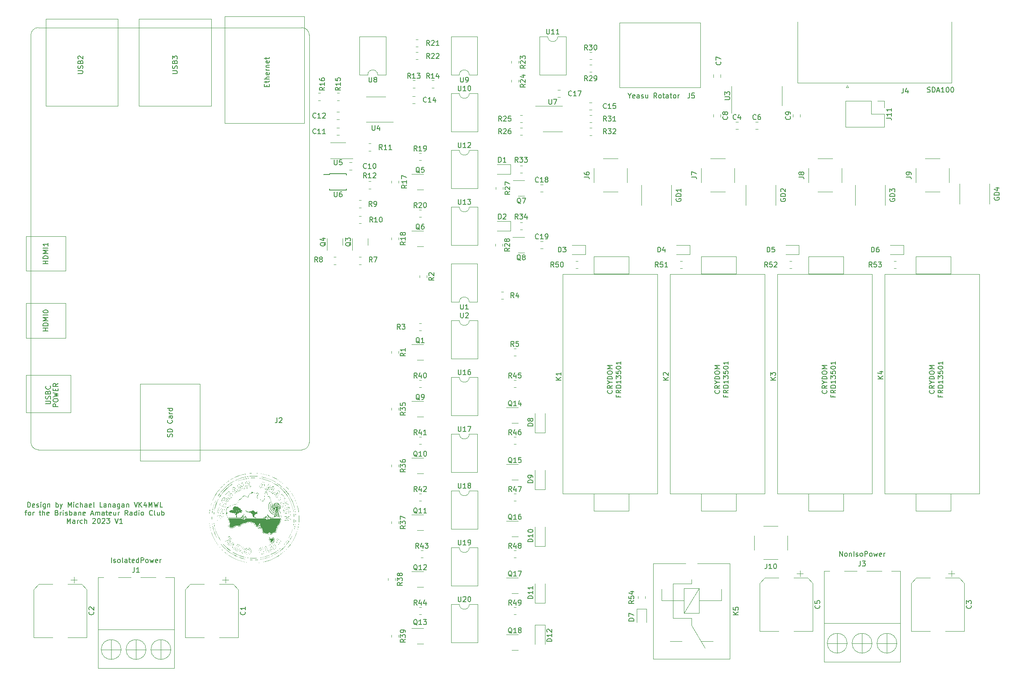
<source format=gbr>
%TF.GenerationSoftware,KiCad,Pcbnew,7.0.1*%
%TF.CreationDate,2023-03-27T20:51:40+10:00*%
%TF.ProjectId,RemoteHF,52656d6f-7465-4484-962e-6b696361645f,rev?*%
%TF.SameCoordinates,Original*%
%TF.FileFunction,Legend,Top*%
%TF.FilePolarity,Positive*%
%FSLAX46Y46*%
G04 Gerber Fmt 4.6, Leading zero omitted, Abs format (unit mm)*
G04 Created by KiCad (PCBNEW 7.0.1) date 2023-03-27 20:51:40*
%MOMM*%
%LPD*%
G01*
G04 APERTURE LIST*
%ADD10C,0.200000*%
%ADD11C,0.150000*%
%ADD12C,0.120000*%
G04 APERTURE END LIST*
D10*
X45499999Y-118842619D02*
X45499999Y-117842619D01*
X45499999Y-117842619D02*
X45738094Y-117842619D01*
X45738094Y-117842619D02*
X45880951Y-117890238D01*
X45880951Y-117890238D02*
X45976189Y-117985476D01*
X45976189Y-117985476D02*
X46023808Y-118080714D01*
X46023808Y-118080714D02*
X46071427Y-118271190D01*
X46071427Y-118271190D02*
X46071427Y-118414047D01*
X46071427Y-118414047D02*
X46023808Y-118604523D01*
X46023808Y-118604523D02*
X45976189Y-118699761D01*
X45976189Y-118699761D02*
X45880951Y-118795000D01*
X45880951Y-118795000D02*
X45738094Y-118842619D01*
X45738094Y-118842619D02*
X45499999Y-118842619D01*
X46880951Y-118795000D02*
X46785713Y-118842619D01*
X46785713Y-118842619D02*
X46595237Y-118842619D01*
X46595237Y-118842619D02*
X46499999Y-118795000D01*
X46499999Y-118795000D02*
X46452380Y-118699761D01*
X46452380Y-118699761D02*
X46452380Y-118318809D01*
X46452380Y-118318809D02*
X46499999Y-118223571D01*
X46499999Y-118223571D02*
X46595237Y-118175952D01*
X46595237Y-118175952D02*
X46785713Y-118175952D01*
X46785713Y-118175952D02*
X46880951Y-118223571D01*
X46880951Y-118223571D02*
X46928570Y-118318809D01*
X46928570Y-118318809D02*
X46928570Y-118414047D01*
X46928570Y-118414047D02*
X46452380Y-118509285D01*
X47309523Y-118795000D02*
X47404761Y-118842619D01*
X47404761Y-118842619D02*
X47595237Y-118842619D01*
X47595237Y-118842619D02*
X47690475Y-118795000D01*
X47690475Y-118795000D02*
X47738094Y-118699761D01*
X47738094Y-118699761D02*
X47738094Y-118652142D01*
X47738094Y-118652142D02*
X47690475Y-118556904D01*
X47690475Y-118556904D02*
X47595237Y-118509285D01*
X47595237Y-118509285D02*
X47452380Y-118509285D01*
X47452380Y-118509285D02*
X47357142Y-118461666D01*
X47357142Y-118461666D02*
X47309523Y-118366428D01*
X47309523Y-118366428D02*
X47309523Y-118318809D01*
X47309523Y-118318809D02*
X47357142Y-118223571D01*
X47357142Y-118223571D02*
X47452380Y-118175952D01*
X47452380Y-118175952D02*
X47595237Y-118175952D01*
X47595237Y-118175952D02*
X47690475Y-118223571D01*
X48166666Y-118842619D02*
X48166666Y-118175952D01*
X48166666Y-117842619D02*
X48119047Y-117890238D01*
X48119047Y-117890238D02*
X48166666Y-117937857D01*
X48166666Y-117937857D02*
X48214285Y-117890238D01*
X48214285Y-117890238D02*
X48166666Y-117842619D01*
X48166666Y-117842619D02*
X48166666Y-117937857D01*
X49071427Y-118175952D02*
X49071427Y-118985476D01*
X49071427Y-118985476D02*
X49023808Y-119080714D01*
X49023808Y-119080714D02*
X48976189Y-119128333D01*
X48976189Y-119128333D02*
X48880951Y-119175952D01*
X48880951Y-119175952D02*
X48738094Y-119175952D01*
X48738094Y-119175952D02*
X48642856Y-119128333D01*
X49071427Y-118795000D02*
X48976189Y-118842619D01*
X48976189Y-118842619D02*
X48785713Y-118842619D01*
X48785713Y-118842619D02*
X48690475Y-118795000D01*
X48690475Y-118795000D02*
X48642856Y-118747380D01*
X48642856Y-118747380D02*
X48595237Y-118652142D01*
X48595237Y-118652142D02*
X48595237Y-118366428D01*
X48595237Y-118366428D02*
X48642856Y-118271190D01*
X48642856Y-118271190D02*
X48690475Y-118223571D01*
X48690475Y-118223571D02*
X48785713Y-118175952D01*
X48785713Y-118175952D02*
X48976189Y-118175952D01*
X48976189Y-118175952D02*
X49071427Y-118223571D01*
X49547618Y-118175952D02*
X49547618Y-118842619D01*
X49547618Y-118271190D02*
X49595237Y-118223571D01*
X49595237Y-118223571D02*
X49690475Y-118175952D01*
X49690475Y-118175952D02*
X49833332Y-118175952D01*
X49833332Y-118175952D02*
X49928570Y-118223571D01*
X49928570Y-118223571D02*
X49976189Y-118318809D01*
X49976189Y-118318809D02*
X49976189Y-118842619D01*
X51214285Y-118842619D02*
X51214285Y-117842619D01*
X51214285Y-118223571D02*
X51309523Y-118175952D01*
X51309523Y-118175952D02*
X51499999Y-118175952D01*
X51499999Y-118175952D02*
X51595237Y-118223571D01*
X51595237Y-118223571D02*
X51642856Y-118271190D01*
X51642856Y-118271190D02*
X51690475Y-118366428D01*
X51690475Y-118366428D02*
X51690475Y-118652142D01*
X51690475Y-118652142D02*
X51642856Y-118747380D01*
X51642856Y-118747380D02*
X51595237Y-118795000D01*
X51595237Y-118795000D02*
X51499999Y-118842619D01*
X51499999Y-118842619D02*
X51309523Y-118842619D01*
X51309523Y-118842619D02*
X51214285Y-118795000D01*
X52023809Y-118175952D02*
X52261904Y-118842619D01*
X52499999Y-118175952D02*
X52261904Y-118842619D01*
X52261904Y-118842619D02*
X52166666Y-119080714D01*
X52166666Y-119080714D02*
X52119047Y-119128333D01*
X52119047Y-119128333D02*
X52023809Y-119175952D01*
X53642857Y-118842619D02*
X53642857Y-117842619D01*
X53642857Y-117842619D02*
X53976190Y-118556904D01*
X53976190Y-118556904D02*
X54309523Y-117842619D01*
X54309523Y-117842619D02*
X54309523Y-118842619D01*
X54785714Y-118842619D02*
X54785714Y-118175952D01*
X54785714Y-117842619D02*
X54738095Y-117890238D01*
X54738095Y-117890238D02*
X54785714Y-117937857D01*
X54785714Y-117937857D02*
X54833333Y-117890238D01*
X54833333Y-117890238D02*
X54785714Y-117842619D01*
X54785714Y-117842619D02*
X54785714Y-117937857D01*
X55690475Y-118795000D02*
X55595237Y-118842619D01*
X55595237Y-118842619D02*
X55404761Y-118842619D01*
X55404761Y-118842619D02*
X55309523Y-118795000D01*
X55309523Y-118795000D02*
X55261904Y-118747380D01*
X55261904Y-118747380D02*
X55214285Y-118652142D01*
X55214285Y-118652142D02*
X55214285Y-118366428D01*
X55214285Y-118366428D02*
X55261904Y-118271190D01*
X55261904Y-118271190D02*
X55309523Y-118223571D01*
X55309523Y-118223571D02*
X55404761Y-118175952D01*
X55404761Y-118175952D02*
X55595237Y-118175952D01*
X55595237Y-118175952D02*
X55690475Y-118223571D01*
X56119047Y-118842619D02*
X56119047Y-117842619D01*
X56547618Y-118842619D02*
X56547618Y-118318809D01*
X56547618Y-118318809D02*
X56499999Y-118223571D01*
X56499999Y-118223571D02*
X56404761Y-118175952D01*
X56404761Y-118175952D02*
X56261904Y-118175952D01*
X56261904Y-118175952D02*
X56166666Y-118223571D01*
X56166666Y-118223571D02*
X56119047Y-118271190D01*
X57452380Y-118842619D02*
X57452380Y-118318809D01*
X57452380Y-118318809D02*
X57404761Y-118223571D01*
X57404761Y-118223571D02*
X57309523Y-118175952D01*
X57309523Y-118175952D02*
X57119047Y-118175952D01*
X57119047Y-118175952D02*
X57023809Y-118223571D01*
X57452380Y-118795000D02*
X57357142Y-118842619D01*
X57357142Y-118842619D02*
X57119047Y-118842619D01*
X57119047Y-118842619D02*
X57023809Y-118795000D01*
X57023809Y-118795000D02*
X56976190Y-118699761D01*
X56976190Y-118699761D02*
X56976190Y-118604523D01*
X56976190Y-118604523D02*
X57023809Y-118509285D01*
X57023809Y-118509285D02*
X57119047Y-118461666D01*
X57119047Y-118461666D02*
X57357142Y-118461666D01*
X57357142Y-118461666D02*
X57452380Y-118414047D01*
X58309523Y-118795000D02*
X58214285Y-118842619D01*
X58214285Y-118842619D02*
X58023809Y-118842619D01*
X58023809Y-118842619D02*
X57928571Y-118795000D01*
X57928571Y-118795000D02*
X57880952Y-118699761D01*
X57880952Y-118699761D02*
X57880952Y-118318809D01*
X57880952Y-118318809D02*
X57928571Y-118223571D01*
X57928571Y-118223571D02*
X58023809Y-118175952D01*
X58023809Y-118175952D02*
X58214285Y-118175952D01*
X58214285Y-118175952D02*
X58309523Y-118223571D01*
X58309523Y-118223571D02*
X58357142Y-118318809D01*
X58357142Y-118318809D02*
X58357142Y-118414047D01*
X58357142Y-118414047D02*
X57880952Y-118509285D01*
X58928571Y-118842619D02*
X58833333Y-118795000D01*
X58833333Y-118795000D02*
X58785714Y-118699761D01*
X58785714Y-118699761D02*
X58785714Y-117842619D01*
X60547619Y-118842619D02*
X60071429Y-118842619D01*
X60071429Y-118842619D02*
X60071429Y-117842619D01*
X61309524Y-118842619D02*
X61309524Y-118318809D01*
X61309524Y-118318809D02*
X61261905Y-118223571D01*
X61261905Y-118223571D02*
X61166667Y-118175952D01*
X61166667Y-118175952D02*
X60976191Y-118175952D01*
X60976191Y-118175952D02*
X60880953Y-118223571D01*
X61309524Y-118795000D02*
X61214286Y-118842619D01*
X61214286Y-118842619D02*
X60976191Y-118842619D01*
X60976191Y-118842619D02*
X60880953Y-118795000D01*
X60880953Y-118795000D02*
X60833334Y-118699761D01*
X60833334Y-118699761D02*
X60833334Y-118604523D01*
X60833334Y-118604523D02*
X60880953Y-118509285D01*
X60880953Y-118509285D02*
X60976191Y-118461666D01*
X60976191Y-118461666D02*
X61214286Y-118461666D01*
X61214286Y-118461666D02*
X61309524Y-118414047D01*
X61785715Y-118175952D02*
X61785715Y-118842619D01*
X61785715Y-118271190D02*
X61833334Y-118223571D01*
X61833334Y-118223571D02*
X61928572Y-118175952D01*
X61928572Y-118175952D02*
X62071429Y-118175952D01*
X62071429Y-118175952D02*
X62166667Y-118223571D01*
X62166667Y-118223571D02*
X62214286Y-118318809D01*
X62214286Y-118318809D02*
X62214286Y-118842619D01*
X63119048Y-118842619D02*
X63119048Y-118318809D01*
X63119048Y-118318809D02*
X63071429Y-118223571D01*
X63071429Y-118223571D02*
X62976191Y-118175952D01*
X62976191Y-118175952D02*
X62785715Y-118175952D01*
X62785715Y-118175952D02*
X62690477Y-118223571D01*
X63119048Y-118795000D02*
X63023810Y-118842619D01*
X63023810Y-118842619D02*
X62785715Y-118842619D01*
X62785715Y-118842619D02*
X62690477Y-118795000D01*
X62690477Y-118795000D02*
X62642858Y-118699761D01*
X62642858Y-118699761D02*
X62642858Y-118604523D01*
X62642858Y-118604523D02*
X62690477Y-118509285D01*
X62690477Y-118509285D02*
X62785715Y-118461666D01*
X62785715Y-118461666D02*
X63023810Y-118461666D01*
X63023810Y-118461666D02*
X63119048Y-118414047D01*
X64023810Y-118175952D02*
X64023810Y-118985476D01*
X64023810Y-118985476D02*
X63976191Y-119080714D01*
X63976191Y-119080714D02*
X63928572Y-119128333D01*
X63928572Y-119128333D02*
X63833334Y-119175952D01*
X63833334Y-119175952D02*
X63690477Y-119175952D01*
X63690477Y-119175952D02*
X63595239Y-119128333D01*
X64023810Y-118795000D02*
X63928572Y-118842619D01*
X63928572Y-118842619D02*
X63738096Y-118842619D01*
X63738096Y-118842619D02*
X63642858Y-118795000D01*
X63642858Y-118795000D02*
X63595239Y-118747380D01*
X63595239Y-118747380D02*
X63547620Y-118652142D01*
X63547620Y-118652142D02*
X63547620Y-118366428D01*
X63547620Y-118366428D02*
X63595239Y-118271190D01*
X63595239Y-118271190D02*
X63642858Y-118223571D01*
X63642858Y-118223571D02*
X63738096Y-118175952D01*
X63738096Y-118175952D02*
X63928572Y-118175952D01*
X63928572Y-118175952D02*
X64023810Y-118223571D01*
X64928572Y-118842619D02*
X64928572Y-118318809D01*
X64928572Y-118318809D02*
X64880953Y-118223571D01*
X64880953Y-118223571D02*
X64785715Y-118175952D01*
X64785715Y-118175952D02*
X64595239Y-118175952D01*
X64595239Y-118175952D02*
X64500001Y-118223571D01*
X64928572Y-118795000D02*
X64833334Y-118842619D01*
X64833334Y-118842619D02*
X64595239Y-118842619D01*
X64595239Y-118842619D02*
X64500001Y-118795000D01*
X64500001Y-118795000D02*
X64452382Y-118699761D01*
X64452382Y-118699761D02*
X64452382Y-118604523D01*
X64452382Y-118604523D02*
X64500001Y-118509285D01*
X64500001Y-118509285D02*
X64595239Y-118461666D01*
X64595239Y-118461666D02*
X64833334Y-118461666D01*
X64833334Y-118461666D02*
X64928572Y-118414047D01*
X65404763Y-118175952D02*
X65404763Y-118842619D01*
X65404763Y-118271190D02*
X65452382Y-118223571D01*
X65452382Y-118223571D02*
X65547620Y-118175952D01*
X65547620Y-118175952D02*
X65690477Y-118175952D01*
X65690477Y-118175952D02*
X65785715Y-118223571D01*
X65785715Y-118223571D02*
X65833334Y-118318809D01*
X65833334Y-118318809D02*
X65833334Y-118842619D01*
X66928573Y-117842619D02*
X67261906Y-118842619D01*
X67261906Y-118842619D02*
X67595239Y-117842619D01*
X67928573Y-118842619D02*
X67928573Y-117842619D01*
X68500001Y-118842619D02*
X68071430Y-118271190D01*
X68500001Y-117842619D02*
X67928573Y-118414047D01*
X69357144Y-118175952D02*
X69357144Y-118842619D01*
X69119049Y-117795000D02*
X68880954Y-118509285D01*
X68880954Y-118509285D02*
X69500001Y-118509285D01*
X69880954Y-118842619D02*
X69880954Y-117842619D01*
X69880954Y-117842619D02*
X70214287Y-118556904D01*
X70214287Y-118556904D02*
X70547620Y-117842619D01*
X70547620Y-117842619D02*
X70547620Y-118842619D01*
X70928573Y-117842619D02*
X71166668Y-118842619D01*
X71166668Y-118842619D02*
X71357144Y-118128333D01*
X71357144Y-118128333D02*
X71547620Y-118842619D01*
X71547620Y-118842619D02*
X71785716Y-117842619D01*
X72642858Y-118842619D02*
X72166668Y-118842619D01*
X72166668Y-118842619D02*
X72166668Y-117842619D01*
X44952379Y-119795952D02*
X45333331Y-119795952D01*
X45095236Y-120462619D02*
X45095236Y-119605476D01*
X45095236Y-119605476D02*
X45142855Y-119510238D01*
X45142855Y-119510238D02*
X45238093Y-119462619D01*
X45238093Y-119462619D02*
X45333331Y-119462619D01*
X45809522Y-120462619D02*
X45714284Y-120415000D01*
X45714284Y-120415000D02*
X45666665Y-120367380D01*
X45666665Y-120367380D02*
X45619046Y-120272142D01*
X45619046Y-120272142D02*
X45619046Y-119986428D01*
X45619046Y-119986428D02*
X45666665Y-119891190D01*
X45666665Y-119891190D02*
X45714284Y-119843571D01*
X45714284Y-119843571D02*
X45809522Y-119795952D01*
X45809522Y-119795952D02*
X45952379Y-119795952D01*
X45952379Y-119795952D02*
X46047617Y-119843571D01*
X46047617Y-119843571D02*
X46095236Y-119891190D01*
X46095236Y-119891190D02*
X46142855Y-119986428D01*
X46142855Y-119986428D02*
X46142855Y-120272142D01*
X46142855Y-120272142D02*
X46095236Y-120367380D01*
X46095236Y-120367380D02*
X46047617Y-120415000D01*
X46047617Y-120415000D02*
X45952379Y-120462619D01*
X45952379Y-120462619D02*
X45809522Y-120462619D01*
X46571427Y-120462619D02*
X46571427Y-119795952D01*
X46571427Y-119986428D02*
X46619046Y-119891190D01*
X46619046Y-119891190D02*
X46666665Y-119843571D01*
X46666665Y-119843571D02*
X46761903Y-119795952D01*
X46761903Y-119795952D02*
X46857141Y-119795952D01*
X47809523Y-119795952D02*
X48190475Y-119795952D01*
X47952380Y-119462619D02*
X47952380Y-120319761D01*
X47952380Y-120319761D02*
X47999999Y-120415000D01*
X47999999Y-120415000D02*
X48095237Y-120462619D01*
X48095237Y-120462619D02*
X48190475Y-120462619D01*
X48523809Y-120462619D02*
X48523809Y-119462619D01*
X48952380Y-120462619D02*
X48952380Y-119938809D01*
X48952380Y-119938809D02*
X48904761Y-119843571D01*
X48904761Y-119843571D02*
X48809523Y-119795952D01*
X48809523Y-119795952D02*
X48666666Y-119795952D01*
X48666666Y-119795952D02*
X48571428Y-119843571D01*
X48571428Y-119843571D02*
X48523809Y-119891190D01*
X49809523Y-120415000D02*
X49714285Y-120462619D01*
X49714285Y-120462619D02*
X49523809Y-120462619D01*
X49523809Y-120462619D02*
X49428571Y-120415000D01*
X49428571Y-120415000D02*
X49380952Y-120319761D01*
X49380952Y-120319761D02*
X49380952Y-119938809D01*
X49380952Y-119938809D02*
X49428571Y-119843571D01*
X49428571Y-119843571D02*
X49523809Y-119795952D01*
X49523809Y-119795952D02*
X49714285Y-119795952D01*
X49714285Y-119795952D02*
X49809523Y-119843571D01*
X49809523Y-119843571D02*
X49857142Y-119938809D01*
X49857142Y-119938809D02*
X49857142Y-120034047D01*
X49857142Y-120034047D02*
X49380952Y-120129285D01*
X51380952Y-119938809D02*
X51523809Y-119986428D01*
X51523809Y-119986428D02*
X51571428Y-120034047D01*
X51571428Y-120034047D02*
X51619047Y-120129285D01*
X51619047Y-120129285D02*
X51619047Y-120272142D01*
X51619047Y-120272142D02*
X51571428Y-120367380D01*
X51571428Y-120367380D02*
X51523809Y-120415000D01*
X51523809Y-120415000D02*
X51428571Y-120462619D01*
X51428571Y-120462619D02*
X51047619Y-120462619D01*
X51047619Y-120462619D02*
X51047619Y-119462619D01*
X51047619Y-119462619D02*
X51380952Y-119462619D01*
X51380952Y-119462619D02*
X51476190Y-119510238D01*
X51476190Y-119510238D02*
X51523809Y-119557857D01*
X51523809Y-119557857D02*
X51571428Y-119653095D01*
X51571428Y-119653095D02*
X51571428Y-119748333D01*
X51571428Y-119748333D02*
X51523809Y-119843571D01*
X51523809Y-119843571D02*
X51476190Y-119891190D01*
X51476190Y-119891190D02*
X51380952Y-119938809D01*
X51380952Y-119938809D02*
X51047619Y-119938809D01*
X52047619Y-120462619D02*
X52047619Y-119795952D01*
X52047619Y-119986428D02*
X52095238Y-119891190D01*
X52095238Y-119891190D02*
X52142857Y-119843571D01*
X52142857Y-119843571D02*
X52238095Y-119795952D01*
X52238095Y-119795952D02*
X52333333Y-119795952D01*
X52666667Y-120462619D02*
X52666667Y-119795952D01*
X52666667Y-119462619D02*
X52619048Y-119510238D01*
X52619048Y-119510238D02*
X52666667Y-119557857D01*
X52666667Y-119557857D02*
X52714286Y-119510238D01*
X52714286Y-119510238D02*
X52666667Y-119462619D01*
X52666667Y-119462619D02*
X52666667Y-119557857D01*
X53095238Y-120415000D02*
X53190476Y-120462619D01*
X53190476Y-120462619D02*
X53380952Y-120462619D01*
X53380952Y-120462619D02*
X53476190Y-120415000D01*
X53476190Y-120415000D02*
X53523809Y-120319761D01*
X53523809Y-120319761D02*
X53523809Y-120272142D01*
X53523809Y-120272142D02*
X53476190Y-120176904D01*
X53476190Y-120176904D02*
X53380952Y-120129285D01*
X53380952Y-120129285D02*
X53238095Y-120129285D01*
X53238095Y-120129285D02*
X53142857Y-120081666D01*
X53142857Y-120081666D02*
X53095238Y-119986428D01*
X53095238Y-119986428D02*
X53095238Y-119938809D01*
X53095238Y-119938809D02*
X53142857Y-119843571D01*
X53142857Y-119843571D02*
X53238095Y-119795952D01*
X53238095Y-119795952D02*
X53380952Y-119795952D01*
X53380952Y-119795952D02*
X53476190Y-119843571D01*
X53952381Y-120462619D02*
X53952381Y-119462619D01*
X53952381Y-119843571D02*
X54047619Y-119795952D01*
X54047619Y-119795952D02*
X54238095Y-119795952D01*
X54238095Y-119795952D02*
X54333333Y-119843571D01*
X54333333Y-119843571D02*
X54380952Y-119891190D01*
X54380952Y-119891190D02*
X54428571Y-119986428D01*
X54428571Y-119986428D02*
X54428571Y-120272142D01*
X54428571Y-120272142D02*
X54380952Y-120367380D01*
X54380952Y-120367380D02*
X54333333Y-120415000D01*
X54333333Y-120415000D02*
X54238095Y-120462619D01*
X54238095Y-120462619D02*
X54047619Y-120462619D01*
X54047619Y-120462619D02*
X53952381Y-120415000D01*
X55285714Y-120462619D02*
X55285714Y-119938809D01*
X55285714Y-119938809D02*
X55238095Y-119843571D01*
X55238095Y-119843571D02*
X55142857Y-119795952D01*
X55142857Y-119795952D02*
X54952381Y-119795952D01*
X54952381Y-119795952D02*
X54857143Y-119843571D01*
X55285714Y-120415000D02*
X55190476Y-120462619D01*
X55190476Y-120462619D02*
X54952381Y-120462619D01*
X54952381Y-120462619D02*
X54857143Y-120415000D01*
X54857143Y-120415000D02*
X54809524Y-120319761D01*
X54809524Y-120319761D02*
X54809524Y-120224523D01*
X54809524Y-120224523D02*
X54857143Y-120129285D01*
X54857143Y-120129285D02*
X54952381Y-120081666D01*
X54952381Y-120081666D02*
X55190476Y-120081666D01*
X55190476Y-120081666D02*
X55285714Y-120034047D01*
X55761905Y-119795952D02*
X55761905Y-120462619D01*
X55761905Y-119891190D02*
X55809524Y-119843571D01*
X55809524Y-119843571D02*
X55904762Y-119795952D01*
X55904762Y-119795952D02*
X56047619Y-119795952D01*
X56047619Y-119795952D02*
X56142857Y-119843571D01*
X56142857Y-119843571D02*
X56190476Y-119938809D01*
X56190476Y-119938809D02*
X56190476Y-120462619D01*
X57047619Y-120415000D02*
X56952381Y-120462619D01*
X56952381Y-120462619D02*
X56761905Y-120462619D01*
X56761905Y-120462619D02*
X56666667Y-120415000D01*
X56666667Y-120415000D02*
X56619048Y-120319761D01*
X56619048Y-120319761D02*
X56619048Y-119938809D01*
X56619048Y-119938809D02*
X56666667Y-119843571D01*
X56666667Y-119843571D02*
X56761905Y-119795952D01*
X56761905Y-119795952D02*
X56952381Y-119795952D01*
X56952381Y-119795952D02*
X57047619Y-119843571D01*
X57047619Y-119843571D02*
X57095238Y-119938809D01*
X57095238Y-119938809D02*
X57095238Y-120034047D01*
X57095238Y-120034047D02*
X56619048Y-120129285D01*
X58238096Y-120176904D02*
X58714286Y-120176904D01*
X58142858Y-120462619D02*
X58476191Y-119462619D01*
X58476191Y-119462619D02*
X58809524Y-120462619D01*
X59142858Y-120462619D02*
X59142858Y-119795952D01*
X59142858Y-119891190D02*
X59190477Y-119843571D01*
X59190477Y-119843571D02*
X59285715Y-119795952D01*
X59285715Y-119795952D02*
X59428572Y-119795952D01*
X59428572Y-119795952D02*
X59523810Y-119843571D01*
X59523810Y-119843571D02*
X59571429Y-119938809D01*
X59571429Y-119938809D02*
X59571429Y-120462619D01*
X59571429Y-119938809D02*
X59619048Y-119843571D01*
X59619048Y-119843571D02*
X59714286Y-119795952D01*
X59714286Y-119795952D02*
X59857143Y-119795952D01*
X59857143Y-119795952D02*
X59952382Y-119843571D01*
X59952382Y-119843571D02*
X60000001Y-119938809D01*
X60000001Y-119938809D02*
X60000001Y-120462619D01*
X60904762Y-120462619D02*
X60904762Y-119938809D01*
X60904762Y-119938809D02*
X60857143Y-119843571D01*
X60857143Y-119843571D02*
X60761905Y-119795952D01*
X60761905Y-119795952D02*
X60571429Y-119795952D01*
X60571429Y-119795952D02*
X60476191Y-119843571D01*
X60904762Y-120415000D02*
X60809524Y-120462619D01*
X60809524Y-120462619D02*
X60571429Y-120462619D01*
X60571429Y-120462619D02*
X60476191Y-120415000D01*
X60476191Y-120415000D02*
X60428572Y-120319761D01*
X60428572Y-120319761D02*
X60428572Y-120224523D01*
X60428572Y-120224523D02*
X60476191Y-120129285D01*
X60476191Y-120129285D02*
X60571429Y-120081666D01*
X60571429Y-120081666D02*
X60809524Y-120081666D01*
X60809524Y-120081666D02*
X60904762Y-120034047D01*
X61238096Y-119795952D02*
X61619048Y-119795952D01*
X61380953Y-119462619D02*
X61380953Y-120319761D01*
X61380953Y-120319761D02*
X61428572Y-120415000D01*
X61428572Y-120415000D02*
X61523810Y-120462619D01*
X61523810Y-120462619D02*
X61619048Y-120462619D01*
X62333334Y-120415000D02*
X62238096Y-120462619D01*
X62238096Y-120462619D02*
X62047620Y-120462619D01*
X62047620Y-120462619D02*
X61952382Y-120415000D01*
X61952382Y-120415000D02*
X61904763Y-120319761D01*
X61904763Y-120319761D02*
X61904763Y-119938809D01*
X61904763Y-119938809D02*
X61952382Y-119843571D01*
X61952382Y-119843571D02*
X62047620Y-119795952D01*
X62047620Y-119795952D02*
X62238096Y-119795952D01*
X62238096Y-119795952D02*
X62333334Y-119843571D01*
X62333334Y-119843571D02*
X62380953Y-119938809D01*
X62380953Y-119938809D02*
X62380953Y-120034047D01*
X62380953Y-120034047D02*
X61904763Y-120129285D01*
X63238096Y-119795952D02*
X63238096Y-120462619D01*
X62809525Y-119795952D02*
X62809525Y-120319761D01*
X62809525Y-120319761D02*
X62857144Y-120415000D01*
X62857144Y-120415000D02*
X62952382Y-120462619D01*
X62952382Y-120462619D02*
X63095239Y-120462619D01*
X63095239Y-120462619D02*
X63190477Y-120415000D01*
X63190477Y-120415000D02*
X63238096Y-120367380D01*
X63714287Y-120462619D02*
X63714287Y-119795952D01*
X63714287Y-119986428D02*
X63761906Y-119891190D01*
X63761906Y-119891190D02*
X63809525Y-119843571D01*
X63809525Y-119843571D02*
X63904763Y-119795952D01*
X63904763Y-119795952D02*
X64000001Y-119795952D01*
X65666668Y-120462619D02*
X65333335Y-119986428D01*
X65095240Y-120462619D02*
X65095240Y-119462619D01*
X65095240Y-119462619D02*
X65476192Y-119462619D01*
X65476192Y-119462619D02*
X65571430Y-119510238D01*
X65571430Y-119510238D02*
X65619049Y-119557857D01*
X65619049Y-119557857D02*
X65666668Y-119653095D01*
X65666668Y-119653095D02*
X65666668Y-119795952D01*
X65666668Y-119795952D02*
X65619049Y-119891190D01*
X65619049Y-119891190D02*
X65571430Y-119938809D01*
X65571430Y-119938809D02*
X65476192Y-119986428D01*
X65476192Y-119986428D02*
X65095240Y-119986428D01*
X66523811Y-120462619D02*
X66523811Y-119938809D01*
X66523811Y-119938809D02*
X66476192Y-119843571D01*
X66476192Y-119843571D02*
X66380954Y-119795952D01*
X66380954Y-119795952D02*
X66190478Y-119795952D01*
X66190478Y-119795952D02*
X66095240Y-119843571D01*
X66523811Y-120415000D02*
X66428573Y-120462619D01*
X66428573Y-120462619D02*
X66190478Y-120462619D01*
X66190478Y-120462619D02*
X66095240Y-120415000D01*
X66095240Y-120415000D02*
X66047621Y-120319761D01*
X66047621Y-120319761D02*
X66047621Y-120224523D01*
X66047621Y-120224523D02*
X66095240Y-120129285D01*
X66095240Y-120129285D02*
X66190478Y-120081666D01*
X66190478Y-120081666D02*
X66428573Y-120081666D01*
X66428573Y-120081666D02*
X66523811Y-120034047D01*
X67428573Y-120462619D02*
X67428573Y-119462619D01*
X67428573Y-120415000D02*
X67333335Y-120462619D01*
X67333335Y-120462619D02*
X67142859Y-120462619D01*
X67142859Y-120462619D02*
X67047621Y-120415000D01*
X67047621Y-120415000D02*
X67000002Y-120367380D01*
X67000002Y-120367380D02*
X66952383Y-120272142D01*
X66952383Y-120272142D02*
X66952383Y-119986428D01*
X66952383Y-119986428D02*
X67000002Y-119891190D01*
X67000002Y-119891190D02*
X67047621Y-119843571D01*
X67047621Y-119843571D02*
X67142859Y-119795952D01*
X67142859Y-119795952D02*
X67333335Y-119795952D01*
X67333335Y-119795952D02*
X67428573Y-119843571D01*
X67904764Y-120462619D02*
X67904764Y-119795952D01*
X67904764Y-119462619D02*
X67857145Y-119510238D01*
X67857145Y-119510238D02*
X67904764Y-119557857D01*
X67904764Y-119557857D02*
X67952383Y-119510238D01*
X67952383Y-119510238D02*
X67904764Y-119462619D01*
X67904764Y-119462619D02*
X67904764Y-119557857D01*
X68523811Y-120462619D02*
X68428573Y-120415000D01*
X68428573Y-120415000D02*
X68380954Y-120367380D01*
X68380954Y-120367380D02*
X68333335Y-120272142D01*
X68333335Y-120272142D02*
X68333335Y-119986428D01*
X68333335Y-119986428D02*
X68380954Y-119891190D01*
X68380954Y-119891190D02*
X68428573Y-119843571D01*
X68428573Y-119843571D02*
X68523811Y-119795952D01*
X68523811Y-119795952D02*
X68666668Y-119795952D01*
X68666668Y-119795952D02*
X68761906Y-119843571D01*
X68761906Y-119843571D02*
X68809525Y-119891190D01*
X68809525Y-119891190D02*
X68857144Y-119986428D01*
X68857144Y-119986428D02*
X68857144Y-120272142D01*
X68857144Y-120272142D02*
X68809525Y-120367380D01*
X68809525Y-120367380D02*
X68761906Y-120415000D01*
X68761906Y-120415000D02*
X68666668Y-120462619D01*
X68666668Y-120462619D02*
X68523811Y-120462619D01*
X70619049Y-120367380D02*
X70571430Y-120415000D01*
X70571430Y-120415000D02*
X70428573Y-120462619D01*
X70428573Y-120462619D02*
X70333335Y-120462619D01*
X70333335Y-120462619D02*
X70190478Y-120415000D01*
X70190478Y-120415000D02*
X70095240Y-120319761D01*
X70095240Y-120319761D02*
X70047621Y-120224523D01*
X70047621Y-120224523D02*
X70000002Y-120034047D01*
X70000002Y-120034047D02*
X70000002Y-119891190D01*
X70000002Y-119891190D02*
X70047621Y-119700714D01*
X70047621Y-119700714D02*
X70095240Y-119605476D01*
X70095240Y-119605476D02*
X70190478Y-119510238D01*
X70190478Y-119510238D02*
X70333335Y-119462619D01*
X70333335Y-119462619D02*
X70428573Y-119462619D01*
X70428573Y-119462619D02*
X70571430Y-119510238D01*
X70571430Y-119510238D02*
X70619049Y-119557857D01*
X71190478Y-120462619D02*
X71095240Y-120415000D01*
X71095240Y-120415000D02*
X71047621Y-120319761D01*
X71047621Y-120319761D02*
X71047621Y-119462619D01*
X72000002Y-119795952D02*
X72000002Y-120462619D01*
X71571431Y-119795952D02*
X71571431Y-120319761D01*
X71571431Y-120319761D02*
X71619050Y-120415000D01*
X71619050Y-120415000D02*
X71714288Y-120462619D01*
X71714288Y-120462619D02*
X71857145Y-120462619D01*
X71857145Y-120462619D02*
X71952383Y-120415000D01*
X71952383Y-120415000D02*
X72000002Y-120367380D01*
X72476193Y-120462619D02*
X72476193Y-119462619D01*
X72476193Y-119843571D02*
X72571431Y-119795952D01*
X72571431Y-119795952D02*
X72761907Y-119795952D01*
X72761907Y-119795952D02*
X72857145Y-119843571D01*
X72857145Y-119843571D02*
X72904764Y-119891190D01*
X72904764Y-119891190D02*
X72952383Y-119986428D01*
X72952383Y-119986428D02*
X72952383Y-120272142D01*
X72952383Y-120272142D02*
X72904764Y-120367380D01*
X72904764Y-120367380D02*
X72857145Y-120415000D01*
X72857145Y-120415000D02*
X72761907Y-120462619D01*
X72761907Y-120462619D02*
X72571431Y-120462619D01*
X72571431Y-120462619D02*
X72476193Y-120415000D01*
X53452380Y-122082619D02*
X53452380Y-121082619D01*
X53452380Y-121082619D02*
X53785713Y-121796904D01*
X53785713Y-121796904D02*
X54119046Y-121082619D01*
X54119046Y-121082619D02*
X54119046Y-122082619D01*
X55023808Y-122082619D02*
X55023808Y-121558809D01*
X55023808Y-121558809D02*
X54976189Y-121463571D01*
X54976189Y-121463571D02*
X54880951Y-121415952D01*
X54880951Y-121415952D02*
X54690475Y-121415952D01*
X54690475Y-121415952D02*
X54595237Y-121463571D01*
X55023808Y-122035000D02*
X54928570Y-122082619D01*
X54928570Y-122082619D02*
X54690475Y-122082619D01*
X54690475Y-122082619D02*
X54595237Y-122035000D01*
X54595237Y-122035000D02*
X54547618Y-121939761D01*
X54547618Y-121939761D02*
X54547618Y-121844523D01*
X54547618Y-121844523D02*
X54595237Y-121749285D01*
X54595237Y-121749285D02*
X54690475Y-121701666D01*
X54690475Y-121701666D02*
X54928570Y-121701666D01*
X54928570Y-121701666D02*
X55023808Y-121654047D01*
X55499999Y-122082619D02*
X55499999Y-121415952D01*
X55499999Y-121606428D02*
X55547618Y-121511190D01*
X55547618Y-121511190D02*
X55595237Y-121463571D01*
X55595237Y-121463571D02*
X55690475Y-121415952D01*
X55690475Y-121415952D02*
X55785713Y-121415952D01*
X56547618Y-122035000D02*
X56452380Y-122082619D01*
X56452380Y-122082619D02*
X56261904Y-122082619D01*
X56261904Y-122082619D02*
X56166666Y-122035000D01*
X56166666Y-122035000D02*
X56119047Y-121987380D01*
X56119047Y-121987380D02*
X56071428Y-121892142D01*
X56071428Y-121892142D02*
X56071428Y-121606428D01*
X56071428Y-121606428D02*
X56119047Y-121511190D01*
X56119047Y-121511190D02*
X56166666Y-121463571D01*
X56166666Y-121463571D02*
X56261904Y-121415952D01*
X56261904Y-121415952D02*
X56452380Y-121415952D01*
X56452380Y-121415952D02*
X56547618Y-121463571D01*
X56976190Y-122082619D02*
X56976190Y-121082619D01*
X57404761Y-122082619D02*
X57404761Y-121558809D01*
X57404761Y-121558809D02*
X57357142Y-121463571D01*
X57357142Y-121463571D02*
X57261904Y-121415952D01*
X57261904Y-121415952D02*
X57119047Y-121415952D01*
X57119047Y-121415952D02*
X57023809Y-121463571D01*
X57023809Y-121463571D02*
X56976190Y-121511190D01*
X58595238Y-121177857D02*
X58642857Y-121130238D01*
X58642857Y-121130238D02*
X58738095Y-121082619D01*
X58738095Y-121082619D02*
X58976190Y-121082619D01*
X58976190Y-121082619D02*
X59071428Y-121130238D01*
X59071428Y-121130238D02*
X59119047Y-121177857D01*
X59119047Y-121177857D02*
X59166666Y-121273095D01*
X59166666Y-121273095D02*
X59166666Y-121368333D01*
X59166666Y-121368333D02*
X59119047Y-121511190D01*
X59119047Y-121511190D02*
X58547619Y-122082619D01*
X58547619Y-122082619D02*
X59166666Y-122082619D01*
X59785714Y-121082619D02*
X59880952Y-121082619D01*
X59880952Y-121082619D02*
X59976190Y-121130238D01*
X59976190Y-121130238D02*
X60023809Y-121177857D01*
X60023809Y-121177857D02*
X60071428Y-121273095D01*
X60071428Y-121273095D02*
X60119047Y-121463571D01*
X60119047Y-121463571D02*
X60119047Y-121701666D01*
X60119047Y-121701666D02*
X60071428Y-121892142D01*
X60071428Y-121892142D02*
X60023809Y-121987380D01*
X60023809Y-121987380D02*
X59976190Y-122035000D01*
X59976190Y-122035000D02*
X59880952Y-122082619D01*
X59880952Y-122082619D02*
X59785714Y-122082619D01*
X59785714Y-122082619D02*
X59690476Y-122035000D01*
X59690476Y-122035000D02*
X59642857Y-121987380D01*
X59642857Y-121987380D02*
X59595238Y-121892142D01*
X59595238Y-121892142D02*
X59547619Y-121701666D01*
X59547619Y-121701666D02*
X59547619Y-121463571D01*
X59547619Y-121463571D02*
X59595238Y-121273095D01*
X59595238Y-121273095D02*
X59642857Y-121177857D01*
X59642857Y-121177857D02*
X59690476Y-121130238D01*
X59690476Y-121130238D02*
X59785714Y-121082619D01*
X60500000Y-121177857D02*
X60547619Y-121130238D01*
X60547619Y-121130238D02*
X60642857Y-121082619D01*
X60642857Y-121082619D02*
X60880952Y-121082619D01*
X60880952Y-121082619D02*
X60976190Y-121130238D01*
X60976190Y-121130238D02*
X61023809Y-121177857D01*
X61023809Y-121177857D02*
X61071428Y-121273095D01*
X61071428Y-121273095D02*
X61071428Y-121368333D01*
X61071428Y-121368333D02*
X61023809Y-121511190D01*
X61023809Y-121511190D02*
X60452381Y-122082619D01*
X60452381Y-122082619D02*
X61071428Y-122082619D01*
X61404762Y-121082619D02*
X62023809Y-121082619D01*
X62023809Y-121082619D02*
X61690476Y-121463571D01*
X61690476Y-121463571D02*
X61833333Y-121463571D01*
X61833333Y-121463571D02*
X61928571Y-121511190D01*
X61928571Y-121511190D02*
X61976190Y-121558809D01*
X61976190Y-121558809D02*
X62023809Y-121654047D01*
X62023809Y-121654047D02*
X62023809Y-121892142D01*
X62023809Y-121892142D02*
X61976190Y-121987380D01*
X61976190Y-121987380D02*
X61928571Y-122035000D01*
X61928571Y-122035000D02*
X61833333Y-122082619D01*
X61833333Y-122082619D02*
X61547619Y-122082619D01*
X61547619Y-122082619D02*
X61452381Y-122035000D01*
X61452381Y-122035000D02*
X61404762Y-121987380D01*
X63071429Y-121082619D02*
X63404762Y-122082619D01*
X63404762Y-122082619D02*
X63738095Y-121082619D01*
X64595238Y-122082619D02*
X64023810Y-122082619D01*
X64309524Y-122082619D02*
X64309524Y-121082619D01*
X64309524Y-121082619D02*
X64214286Y-121225476D01*
X64214286Y-121225476D02*
X64119048Y-121320714D01*
X64119048Y-121320714D02*
X64023810Y-121368333D01*
D11*
%TO.C,R21*%
X126357142Y-25862619D02*
X126023809Y-25386428D01*
X125785714Y-25862619D02*
X125785714Y-24862619D01*
X125785714Y-24862619D02*
X126166666Y-24862619D01*
X126166666Y-24862619D02*
X126261904Y-24910238D01*
X126261904Y-24910238D02*
X126309523Y-24957857D01*
X126309523Y-24957857D02*
X126357142Y-25053095D01*
X126357142Y-25053095D02*
X126357142Y-25195952D01*
X126357142Y-25195952D02*
X126309523Y-25291190D01*
X126309523Y-25291190D02*
X126261904Y-25338809D01*
X126261904Y-25338809D02*
X126166666Y-25386428D01*
X126166666Y-25386428D02*
X125785714Y-25386428D01*
X126738095Y-24957857D02*
X126785714Y-24910238D01*
X126785714Y-24910238D02*
X126880952Y-24862619D01*
X126880952Y-24862619D02*
X127119047Y-24862619D01*
X127119047Y-24862619D02*
X127214285Y-24910238D01*
X127214285Y-24910238D02*
X127261904Y-24957857D01*
X127261904Y-24957857D02*
X127309523Y-25053095D01*
X127309523Y-25053095D02*
X127309523Y-25148333D01*
X127309523Y-25148333D02*
X127261904Y-25291190D01*
X127261904Y-25291190D02*
X126690476Y-25862619D01*
X126690476Y-25862619D02*
X127309523Y-25862619D01*
X128261904Y-25862619D02*
X127690476Y-25862619D01*
X127976190Y-25862619D02*
X127976190Y-24862619D01*
X127976190Y-24862619D02*
X127880952Y-25005476D01*
X127880952Y-25005476D02*
X127785714Y-25100714D01*
X127785714Y-25100714D02*
X127690476Y-25148333D01*
%TO.C,R54*%
X167462619Y-137642857D02*
X166986428Y-137976190D01*
X167462619Y-138214285D02*
X166462619Y-138214285D01*
X166462619Y-138214285D02*
X166462619Y-137833333D01*
X166462619Y-137833333D02*
X166510238Y-137738095D01*
X166510238Y-137738095D02*
X166557857Y-137690476D01*
X166557857Y-137690476D02*
X166653095Y-137642857D01*
X166653095Y-137642857D02*
X166795952Y-137642857D01*
X166795952Y-137642857D02*
X166891190Y-137690476D01*
X166891190Y-137690476D02*
X166938809Y-137738095D01*
X166938809Y-137738095D02*
X166986428Y-137833333D01*
X166986428Y-137833333D02*
X166986428Y-138214285D01*
X166462619Y-136738095D02*
X166462619Y-137214285D01*
X166462619Y-137214285D02*
X166938809Y-137261904D01*
X166938809Y-137261904D02*
X166891190Y-137214285D01*
X166891190Y-137214285D02*
X166843571Y-137119047D01*
X166843571Y-137119047D02*
X166843571Y-136880952D01*
X166843571Y-136880952D02*
X166891190Y-136785714D01*
X166891190Y-136785714D02*
X166938809Y-136738095D01*
X166938809Y-136738095D02*
X167034047Y-136690476D01*
X167034047Y-136690476D02*
X167272142Y-136690476D01*
X167272142Y-136690476D02*
X167367380Y-136738095D01*
X167367380Y-136738095D02*
X167415000Y-136785714D01*
X167415000Y-136785714D02*
X167462619Y-136880952D01*
X167462619Y-136880952D02*
X167462619Y-137119047D01*
X167462619Y-137119047D02*
X167415000Y-137214285D01*
X167415000Y-137214285D02*
X167367380Y-137261904D01*
X166795952Y-135833333D02*
X167462619Y-135833333D01*
X166415000Y-136071428D02*
X167129285Y-136309523D01*
X167129285Y-136309523D02*
X167129285Y-135690476D01*
%TO.C,C10*%
X113657142Y-50532380D02*
X113609523Y-50580000D01*
X113609523Y-50580000D02*
X113466666Y-50627619D01*
X113466666Y-50627619D02*
X113371428Y-50627619D01*
X113371428Y-50627619D02*
X113228571Y-50580000D01*
X113228571Y-50580000D02*
X113133333Y-50484761D01*
X113133333Y-50484761D02*
X113085714Y-50389523D01*
X113085714Y-50389523D02*
X113038095Y-50199047D01*
X113038095Y-50199047D02*
X113038095Y-50056190D01*
X113038095Y-50056190D02*
X113085714Y-49865714D01*
X113085714Y-49865714D02*
X113133333Y-49770476D01*
X113133333Y-49770476D02*
X113228571Y-49675238D01*
X113228571Y-49675238D02*
X113371428Y-49627619D01*
X113371428Y-49627619D02*
X113466666Y-49627619D01*
X113466666Y-49627619D02*
X113609523Y-49675238D01*
X113609523Y-49675238D02*
X113657142Y-49722857D01*
X114609523Y-50627619D02*
X114038095Y-50627619D01*
X114323809Y-50627619D02*
X114323809Y-49627619D01*
X114323809Y-49627619D02*
X114228571Y-49770476D01*
X114228571Y-49770476D02*
X114133333Y-49865714D01*
X114133333Y-49865714D02*
X114038095Y-49913333D01*
X115228571Y-49627619D02*
X115323809Y-49627619D01*
X115323809Y-49627619D02*
X115419047Y-49675238D01*
X115419047Y-49675238D02*
X115466666Y-49722857D01*
X115466666Y-49722857D02*
X115514285Y-49818095D01*
X115514285Y-49818095D02*
X115561904Y-50008571D01*
X115561904Y-50008571D02*
X115561904Y-50246666D01*
X115561904Y-50246666D02*
X115514285Y-50437142D01*
X115514285Y-50437142D02*
X115466666Y-50532380D01*
X115466666Y-50532380D02*
X115419047Y-50580000D01*
X115419047Y-50580000D02*
X115323809Y-50627619D01*
X115323809Y-50627619D02*
X115228571Y-50627619D01*
X115228571Y-50627619D02*
X115133333Y-50580000D01*
X115133333Y-50580000D02*
X115085714Y-50532380D01*
X115085714Y-50532380D02*
X115038095Y-50437142D01*
X115038095Y-50437142D02*
X114990476Y-50246666D01*
X114990476Y-50246666D02*
X114990476Y-50008571D01*
X114990476Y-50008571D02*
X115038095Y-49818095D01*
X115038095Y-49818095D02*
X115085714Y-49722857D01*
X115085714Y-49722857D02*
X115133333Y-49675238D01*
X115133333Y-49675238D02*
X115228571Y-49627619D01*
%TO.C,R38*%
X120867619Y-133992857D02*
X120391428Y-134326190D01*
X120867619Y-134564285D02*
X119867619Y-134564285D01*
X119867619Y-134564285D02*
X119867619Y-134183333D01*
X119867619Y-134183333D02*
X119915238Y-134088095D01*
X119915238Y-134088095D02*
X119962857Y-134040476D01*
X119962857Y-134040476D02*
X120058095Y-133992857D01*
X120058095Y-133992857D02*
X120200952Y-133992857D01*
X120200952Y-133992857D02*
X120296190Y-134040476D01*
X120296190Y-134040476D02*
X120343809Y-134088095D01*
X120343809Y-134088095D02*
X120391428Y-134183333D01*
X120391428Y-134183333D02*
X120391428Y-134564285D01*
X119867619Y-133659523D02*
X119867619Y-133040476D01*
X119867619Y-133040476D02*
X120248571Y-133373809D01*
X120248571Y-133373809D02*
X120248571Y-133230952D01*
X120248571Y-133230952D02*
X120296190Y-133135714D01*
X120296190Y-133135714D02*
X120343809Y-133088095D01*
X120343809Y-133088095D02*
X120439047Y-133040476D01*
X120439047Y-133040476D02*
X120677142Y-133040476D01*
X120677142Y-133040476D02*
X120772380Y-133088095D01*
X120772380Y-133088095D02*
X120820000Y-133135714D01*
X120820000Y-133135714D02*
X120867619Y-133230952D01*
X120867619Y-133230952D02*
X120867619Y-133516666D01*
X120867619Y-133516666D02*
X120820000Y-133611904D01*
X120820000Y-133611904D02*
X120772380Y-133659523D01*
X120296190Y-132469047D02*
X120248571Y-132564285D01*
X120248571Y-132564285D02*
X120200952Y-132611904D01*
X120200952Y-132611904D02*
X120105714Y-132659523D01*
X120105714Y-132659523D02*
X120058095Y-132659523D01*
X120058095Y-132659523D02*
X119962857Y-132611904D01*
X119962857Y-132611904D02*
X119915238Y-132564285D01*
X119915238Y-132564285D02*
X119867619Y-132469047D01*
X119867619Y-132469047D02*
X119867619Y-132278571D01*
X119867619Y-132278571D02*
X119915238Y-132183333D01*
X119915238Y-132183333D02*
X119962857Y-132135714D01*
X119962857Y-132135714D02*
X120058095Y-132088095D01*
X120058095Y-132088095D02*
X120105714Y-132088095D01*
X120105714Y-132088095D02*
X120200952Y-132135714D01*
X120200952Y-132135714D02*
X120248571Y-132183333D01*
X120248571Y-132183333D02*
X120296190Y-132278571D01*
X120296190Y-132278571D02*
X120296190Y-132469047D01*
X120296190Y-132469047D02*
X120343809Y-132564285D01*
X120343809Y-132564285D02*
X120391428Y-132611904D01*
X120391428Y-132611904D02*
X120486666Y-132659523D01*
X120486666Y-132659523D02*
X120677142Y-132659523D01*
X120677142Y-132659523D02*
X120772380Y-132611904D01*
X120772380Y-132611904D02*
X120820000Y-132564285D01*
X120820000Y-132564285D02*
X120867619Y-132469047D01*
X120867619Y-132469047D02*
X120867619Y-132278571D01*
X120867619Y-132278571D02*
X120820000Y-132183333D01*
X120820000Y-132183333D02*
X120772380Y-132135714D01*
X120772380Y-132135714D02*
X120677142Y-132088095D01*
X120677142Y-132088095D02*
X120486666Y-132088095D01*
X120486666Y-132088095D02*
X120391428Y-132135714D01*
X120391428Y-132135714D02*
X120343809Y-132183333D01*
X120343809Y-132183333D02*
X120296190Y-132278571D01*
%TO.C,R14*%
X126357142Y-32467619D02*
X126023809Y-31991428D01*
X125785714Y-32467619D02*
X125785714Y-31467619D01*
X125785714Y-31467619D02*
X126166666Y-31467619D01*
X126166666Y-31467619D02*
X126261904Y-31515238D01*
X126261904Y-31515238D02*
X126309523Y-31562857D01*
X126309523Y-31562857D02*
X126357142Y-31658095D01*
X126357142Y-31658095D02*
X126357142Y-31800952D01*
X126357142Y-31800952D02*
X126309523Y-31896190D01*
X126309523Y-31896190D02*
X126261904Y-31943809D01*
X126261904Y-31943809D02*
X126166666Y-31991428D01*
X126166666Y-31991428D02*
X125785714Y-31991428D01*
X127309523Y-32467619D02*
X126738095Y-32467619D01*
X127023809Y-32467619D02*
X127023809Y-31467619D01*
X127023809Y-31467619D02*
X126928571Y-31610476D01*
X126928571Y-31610476D02*
X126833333Y-31705714D01*
X126833333Y-31705714D02*
X126738095Y-31753333D01*
X128166666Y-31800952D02*
X128166666Y-32467619D01*
X127928571Y-31420000D02*
X127690476Y-32134285D01*
X127690476Y-32134285D02*
X128309523Y-32134285D01*
%TO.C,J8*%
X200647619Y-52333333D02*
X201361904Y-52333333D01*
X201361904Y-52333333D02*
X201504761Y-52380952D01*
X201504761Y-52380952D02*
X201600000Y-52476190D01*
X201600000Y-52476190D02*
X201647619Y-52619047D01*
X201647619Y-52619047D02*
X201647619Y-52714285D01*
X201076190Y-51714285D02*
X201028571Y-51809523D01*
X201028571Y-51809523D02*
X200980952Y-51857142D01*
X200980952Y-51857142D02*
X200885714Y-51904761D01*
X200885714Y-51904761D02*
X200838095Y-51904761D01*
X200838095Y-51904761D02*
X200742857Y-51857142D01*
X200742857Y-51857142D02*
X200695238Y-51809523D01*
X200695238Y-51809523D02*
X200647619Y-51714285D01*
X200647619Y-51714285D02*
X200647619Y-51523809D01*
X200647619Y-51523809D02*
X200695238Y-51428571D01*
X200695238Y-51428571D02*
X200742857Y-51380952D01*
X200742857Y-51380952D02*
X200838095Y-51333333D01*
X200838095Y-51333333D02*
X200885714Y-51333333D01*
X200885714Y-51333333D02*
X200980952Y-51380952D01*
X200980952Y-51380952D02*
X201028571Y-51428571D01*
X201028571Y-51428571D02*
X201076190Y-51523809D01*
X201076190Y-51523809D02*
X201076190Y-51714285D01*
X201076190Y-51714285D02*
X201123809Y-51809523D01*
X201123809Y-51809523D02*
X201171428Y-51857142D01*
X201171428Y-51857142D02*
X201266666Y-51904761D01*
X201266666Y-51904761D02*
X201457142Y-51904761D01*
X201457142Y-51904761D02*
X201552380Y-51857142D01*
X201552380Y-51857142D02*
X201600000Y-51809523D01*
X201600000Y-51809523D02*
X201647619Y-51714285D01*
X201647619Y-51714285D02*
X201647619Y-51523809D01*
X201647619Y-51523809D02*
X201600000Y-51428571D01*
X201600000Y-51428571D02*
X201552380Y-51380952D01*
X201552380Y-51380952D02*
X201457142Y-51333333D01*
X201457142Y-51333333D02*
X201266666Y-51333333D01*
X201266666Y-51333333D02*
X201171428Y-51380952D01*
X201171428Y-51380952D02*
X201123809Y-51428571D01*
X201123809Y-51428571D02*
X201076190Y-51523809D01*
%TO.C,R10*%
X114927142Y-61422619D02*
X114593809Y-60946428D01*
X114355714Y-61422619D02*
X114355714Y-60422619D01*
X114355714Y-60422619D02*
X114736666Y-60422619D01*
X114736666Y-60422619D02*
X114831904Y-60470238D01*
X114831904Y-60470238D02*
X114879523Y-60517857D01*
X114879523Y-60517857D02*
X114927142Y-60613095D01*
X114927142Y-60613095D02*
X114927142Y-60755952D01*
X114927142Y-60755952D02*
X114879523Y-60851190D01*
X114879523Y-60851190D02*
X114831904Y-60898809D01*
X114831904Y-60898809D02*
X114736666Y-60946428D01*
X114736666Y-60946428D02*
X114355714Y-60946428D01*
X115879523Y-61422619D02*
X115308095Y-61422619D01*
X115593809Y-61422619D02*
X115593809Y-60422619D01*
X115593809Y-60422619D02*
X115498571Y-60565476D01*
X115498571Y-60565476D02*
X115403333Y-60660714D01*
X115403333Y-60660714D02*
X115308095Y-60708333D01*
X116498571Y-60422619D02*
X116593809Y-60422619D01*
X116593809Y-60422619D02*
X116689047Y-60470238D01*
X116689047Y-60470238D02*
X116736666Y-60517857D01*
X116736666Y-60517857D02*
X116784285Y-60613095D01*
X116784285Y-60613095D02*
X116831904Y-60803571D01*
X116831904Y-60803571D02*
X116831904Y-61041666D01*
X116831904Y-61041666D02*
X116784285Y-61232142D01*
X116784285Y-61232142D02*
X116736666Y-61327380D01*
X116736666Y-61327380D02*
X116689047Y-61375000D01*
X116689047Y-61375000D02*
X116593809Y-61422619D01*
X116593809Y-61422619D02*
X116498571Y-61422619D01*
X116498571Y-61422619D02*
X116403333Y-61375000D01*
X116403333Y-61375000D02*
X116355714Y-61327380D01*
X116355714Y-61327380D02*
X116308095Y-61232142D01*
X116308095Y-61232142D02*
X116260476Y-61041666D01*
X116260476Y-61041666D02*
X116260476Y-60803571D01*
X116260476Y-60803571D02*
X116308095Y-60613095D01*
X116308095Y-60613095D02*
X116355714Y-60517857D01*
X116355714Y-60517857D02*
X116403333Y-60470238D01*
X116403333Y-60470238D02*
X116498571Y-60422619D01*
%TO.C,R26*%
X140835142Y-43642619D02*
X140501809Y-43166428D01*
X140263714Y-43642619D02*
X140263714Y-42642619D01*
X140263714Y-42642619D02*
X140644666Y-42642619D01*
X140644666Y-42642619D02*
X140739904Y-42690238D01*
X140739904Y-42690238D02*
X140787523Y-42737857D01*
X140787523Y-42737857D02*
X140835142Y-42833095D01*
X140835142Y-42833095D02*
X140835142Y-42975952D01*
X140835142Y-42975952D02*
X140787523Y-43071190D01*
X140787523Y-43071190D02*
X140739904Y-43118809D01*
X140739904Y-43118809D02*
X140644666Y-43166428D01*
X140644666Y-43166428D02*
X140263714Y-43166428D01*
X141216095Y-42737857D02*
X141263714Y-42690238D01*
X141263714Y-42690238D02*
X141358952Y-42642619D01*
X141358952Y-42642619D02*
X141597047Y-42642619D01*
X141597047Y-42642619D02*
X141692285Y-42690238D01*
X141692285Y-42690238D02*
X141739904Y-42737857D01*
X141739904Y-42737857D02*
X141787523Y-42833095D01*
X141787523Y-42833095D02*
X141787523Y-42928333D01*
X141787523Y-42928333D02*
X141739904Y-43071190D01*
X141739904Y-43071190D02*
X141168476Y-43642619D01*
X141168476Y-43642619D02*
X141787523Y-43642619D01*
X142644666Y-42642619D02*
X142454190Y-42642619D01*
X142454190Y-42642619D02*
X142358952Y-42690238D01*
X142358952Y-42690238D02*
X142311333Y-42737857D01*
X142311333Y-42737857D02*
X142216095Y-42880714D01*
X142216095Y-42880714D02*
X142168476Y-43071190D01*
X142168476Y-43071190D02*
X142168476Y-43452142D01*
X142168476Y-43452142D02*
X142216095Y-43547380D01*
X142216095Y-43547380D02*
X142263714Y-43595000D01*
X142263714Y-43595000D02*
X142358952Y-43642619D01*
X142358952Y-43642619D02*
X142549428Y-43642619D01*
X142549428Y-43642619D02*
X142644666Y-43595000D01*
X142644666Y-43595000D02*
X142692285Y-43547380D01*
X142692285Y-43547380D02*
X142739904Y-43452142D01*
X142739904Y-43452142D02*
X142739904Y-43214047D01*
X142739904Y-43214047D02*
X142692285Y-43118809D01*
X142692285Y-43118809D02*
X142644666Y-43071190D01*
X142644666Y-43071190D02*
X142549428Y-43023571D01*
X142549428Y-43023571D02*
X142358952Y-43023571D01*
X142358952Y-43023571D02*
X142263714Y-43071190D01*
X142263714Y-43071190D02*
X142216095Y-43118809D01*
X142216095Y-43118809D02*
X142168476Y-43214047D01*
%TO.C,C2*%
X58737380Y-139866666D02*
X58785000Y-139914285D01*
X58785000Y-139914285D02*
X58832619Y-140057142D01*
X58832619Y-140057142D02*
X58832619Y-140152380D01*
X58832619Y-140152380D02*
X58785000Y-140295237D01*
X58785000Y-140295237D02*
X58689761Y-140390475D01*
X58689761Y-140390475D02*
X58594523Y-140438094D01*
X58594523Y-140438094D02*
X58404047Y-140485713D01*
X58404047Y-140485713D02*
X58261190Y-140485713D01*
X58261190Y-140485713D02*
X58070714Y-140438094D01*
X58070714Y-140438094D02*
X57975476Y-140390475D01*
X57975476Y-140390475D02*
X57880238Y-140295237D01*
X57880238Y-140295237D02*
X57832619Y-140152380D01*
X57832619Y-140152380D02*
X57832619Y-140057142D01*
X57832619Y-140057142D02*
X57880238Y-139914285D01*
X57880238Y-139914285D02*
X57927857Y-139866666D01*
X57927857Y-139485713D02*
X57880238Y-139438094D01*
X57880238Y-139438094D02*
X57832619Y-139342856D01*
X57832619Y-139342856D02*
X57832619Y-139104761D01*
X57832619Y-139104761D02*
X57880238Y-139009523D01*
X57880238Y-139009523D02*
X57927857Y-138961904D01*
X57927857Y-138961904D02*
X58023095Y-138914285D01*
X58023095Y-138914285D02*
X58118333Y-138914285D01*
X58118333Y-138914285D02*
X58261190Y-138961904D01*
X58261190Y-138961904D02*
X58832619Y-139533332D01*
X58832619Y-139533332D02*
X58832619Y-138914285D01*
%TO.C,R42*%
X123817142Y-115652619D02*
X123483809Y-115176428D01*
X123245714Y-115652619D02*
X123245714Y-114652619D01*
X123245714Y-114652619D02*
X123626666Y-114652619D01*
X123626666Y-114652619D02*
X123721904Y-114700238D01*
X123721904Y-114700238D02*
X123769523Y-114747857D01*
X123769523Y-114747857D02*
X123817142Y-114843095D01*
X123817142Y-114843095D02*
X123817142Y-114985952D01*
X123817142Y-114985952D02*
X123769523Y-115081190D01*
X123769523Y-115081190D02*
X123721904Y-115128809D01*
X123721904Y-115128809D02*
X123626666Y-115176428D01*
X123626666Y-115176428D02*
X123245714Y-115176428D01*
X124674285Y-114985952D02*
X124674285Y-115652619D01*
X124436190Y-114605000D02*
X124198095Y-115319285D01*
X124198095Y-115319285D02*
X124817142Y-115319285D01*
X125150476Y-114747857D02*
X125198095Y-114700238D01*
X125198095Y-114700238D02*
X125293333Y-114652619D01*
X125293333Y-114652619D02*
X125531428Y-114652619D01*
X125531428Y-114652619D02*
X125626666Y-114700238D01*
X125626666Y-114700238D02*
X125674285Y-114747857D01*
X125674285Y-114747857D02*
X125721904Y-114843095D01*
X125721904Y-114843095D02*
X125721904Y-114938333D01*
X125721904Y-114938333D02*
X125674285Y-115081190D01*
X125674285Y-115081190D02*
X125102857Y-115652619D01*
X125102857Y-115652619D02*
X125721904Y-115652619D01*
%TO.C,R36*%
X121492619Y-111132857D02*
X121016428Y-111466190D01*
X121492619Y-111704285D02*
X120492619Y-111704285D01*
X120492619Y-111704285D02*
X120492619Y-111323333D01*
X120492619Y-111323333D02*
X120540238Y-111228095D01*
X120540238Y-111228095D02*
X120587857Y-111180476D01*
X120587857Y-111180476D02*
X120683095Y-111132857D01*
X120683095Y-111132857D02*
X120825952Y-111132857D01*
X120825952Y-111132857D02*
X120921190Y-111180476D01*
X120921190Y-111180476D02*
X120968809Y-111228095D01*
X120968809Y-111228095D02*
X121016428Y-111323333D01*
X121016428Y-111323333D02*
X121016428Y-111704285D01*
X120492619Y-110799523D02*
X120492619Y-110180476D01*
X120492619Y-110180476D02*
X120873571Y-110513809D01*
X120873571Y-110513809D02*
X120873571Y-110370952D01*
X120873571Y-110370952D02*
X120921190Y-110275714D01*
X120921190Y-110275714D02*
X120968809Y-110228095D01*
X120968809Y-110228095D02*
X121064047Y-110180476D01*
X121064047Y-110180476D02*
X121302142Y-110180476D01*
X121302142Y-110180476D02*
X121397380Y-110228095D01*
X121397380Y-110228095D02*
X121445000Y-110275714D01*
X121445000Y-110275714D02*
X121492619Y-110370952D01*
X121492619Y-110370952D02*
X121492619Y-110656666D01*
X121492619Y-110656666D02*
X121445000Y-110751904D01*
X121445000Y-110751904D02*
X121397380Y-110799523D01*
X120492619Y-109323333D02*
X120492619Y-109513809D01*
X120492619Y-109513809D02*
X120540238Y-109609047D01*
X120540238Y-109609047D02*
X120587857Y-109656666D01*
X120587857Y-109656666D02*
X120730714Y-109751904D01*
X120730714Y-109751904D02*
X120921190Y-109799523D01*
X120921190Y-109799523D02*
X121302142Y-109799523D01*
X121302142Y-109799523D02*
X121397380Y-109751904D01*
X121397380Y-109751904D02*
X121445000Y-109704285D01*
X121445000Y-109704285D02*
X121492619Y-109609047D01*
X121492619Y-109609047D02*
X121492619Y-109418571D01*
X121492619Y-109418571D02*
X121445000Y-109323333D01*
X121445000Y-109323333D02*
X121397380Y-109275714D01*
X121397380Y-109275714D02*
X121302142Y-109228095D01*
X121302142Y-109228095D02*
X121064047Y-109228095D01*
X121064047Y-109228095D02*
X120968809Y-109275714D01*
X120968809Y-109275714D02*
X120921190Y-109323333D01*
X120921190Y-109323333D02*
X120873571Y-109418571D01*
X120873571Y-109418571D02*
X120873571Y-109609047D01*
X120873571Y-109609047D02*
X120921190Y-109704285D01*
X120921190Y-109704285D02*
X120968809Y-109751904D01*
X120968809Y-109751904D02*
X121064047Y-109799523D01*
%TO.C,R45*%
X142867142Y-92792619D02*
X142533809Y-92316428D01*
X142295714Y-92792619D02*
X142295714Y-91792619D01*
X142295714Y-91792619D02*
X142676666Y-91792619D01*
X142676666Y-91792619D02*
X142771904Y-91840238D01*
X142771904Y-91840238D02*
X142819523Y-91887857D01*
X142819523Y-91887857D02*
X142867142Y-91983095D01*
X142867142Y-91983095D02*
X142867142Y-92125952D01*
X142867142Y-92125952D02*
X142819523Y-92221190D01*
X142819523Y-92221190D02*
X142771904Y-92268809D01*
X142771904Y-92268809D02*
X142676666Y-92316428D01*
X142676666Y-92316428D02*
X142295714Y-92316428D01*
X143724285Y-92125952D02*
X143724285Y-92792619D01*
X143486190Y-91745000D02*
X143248095Y-92459285D01*
X143248095Y-92459285D02*
X143867142Y-92459285D01*
X144724285Y-91792619D02*
X144248095Y-91792619D01*
X144248095Y-91792619D02*
X144200476Y-92268809D01*
X144200476Y-92268809D02*
X144248095Y-92221190D01*
X144248095Y-92221190D02*
X144343333Y-92173571D01*
X144343333Y-92173571D02*
X144581428Y-92173571D01*
X144581428Y-92173571D02*
X144676666Y-92221190D01*
X144676666Y-92221190D02*
X144724285Y-92268809D01*
X144724285Y-92268809D02*
X144771904Y-92364047D01*
X144771904Y-92364047D02*
X144771904Y-92602142D01*
X144771904Y-92602142D02*
X144724285Y-92697380D01*
X144724285Y-92697380D02*
X144676666Y-92745000D01*
X144676666Y-92745000D02*
X144581428Y-92792619D01*
X144581428Y-92792619D02*
X144343333Y-92792619D01*
X144343333Y-92792619D02*
X144248095Y-92745000D01*
X144248095Y-92745000D02*
X144200476Y-92697380D01*
%TO.C,R7*%
X114833333Y-69462619D02*
X114500000Y-68986428D01*
X114261905Y-69462619D02*
X114261905Y-68462619D01*
X114261905Y-68462619D02*
X114642857Y-68462619D01*
X114642857Y-68462619D02*
X114738095Y-68510238D01*
X114738095Y-68510238D02*
X114785714Y-68557857D01*
X114785714Y-68557857D02*
X114833333Y-68653095D01*
X114833333Y-68653095D02*
X114833333Y-68795952D01*
X114833333Y-68795952D02*
X114785714Y-68891190D01*
X114785714Y-68891190D02*
X114738095Y-68938809D01*
X114738095Y-68938809D02*
X114642857Y-68986428D01*
X114642857Y-68986428D02*
X114261905Y-68986428D01*
X115166667Y-68462619D02*
X115833333Y-68462619D01*
X115833333Y-68462619D02*
X115404762Y-69462619D01*
%TO.C,Q9*%
X124364761Y-97217857D02*
X124269523Y-97170238D01*
X124269523Y-97170238D02*
X124174285Y-97075000D01*
X124174285Y-97075000D02*
X124031428Y-96932142D01*
X124031428Y-96932142D02*
X123936190Y-96884523D01*
X123936190Y-96884523D02*
X123840952Y-96884523D01*
X123888571Y-97122619D02*
X123793333Y-97075000D01*
X123793333Y-97075000D02*
X123698095Y-96979761D01*
X123698095Y-96979761D02*
X123650476Y-96789285D01*
X123650476Y-96789285D02*
X123650476Y-96455952D01*
X123650476Y-96455952D02*
X123698095Y-96265476D01*
X123698095Y-96265476D02*
X123793333Y-96170238D01*
X123793333Y-96170238D02*
X123888571Y-96122619D01*
X123888571Y-96122619D02*
X124079047Y-96122619D01*
X124079047Y-96122619D02*
X124174285Y-96170238D01*
X124174285Y-96170238D02*
X124269523Y-96265476D01*
X124269523Y-96265476D02*
X124317142Y-96455952D01*
X124317142Y-96455952D02*
X124317142Y-96789285D01*
X124317142Y-96789285D02*
X124269523Y-96979761D01*
X124269523Y-96979761D02*
X124174285Y-97075000D01*
X124174285Y-97075000D02*
X124079047Y-97122619D01*
X124079047Y-97122619D02*
X123888571Y-97122619D01*
X124793333Y-97122619D02*
X124983809Y-97122619D01*
X124983809Y-97122619D02*
X125079047Y-97075000D01*
X125079047Y-97075000D02*
X125126666Y-97027380D01*
X125126666Y-97027380D02*
X125221904Y-96884523D01*
X125221904Y-96884523D02*
X125269523Y-96694047D01*
X125269523Y-96694047D02*
X125269523Y-96313095D01*
X125269523Y-96313095D02*
X125221904Y-96217857D01*
X125221904Y-96217857D02*
X125174285Y-96170238D01*
X125174285Y-96170238D02*
X125079047Y-96122619D01*
X125079047Y-96122619D02*
X124888571Y-96122619D01*
X124888571Y-96122619D02*
X124793333Y-96170238D01*
X124793333Y-96170238D02*
X124745714Y-96217857D01*
X124745714Y-96217857D02*
X124698095Y-96313095D01*
X124698095Y-96313095D02*
X124698095Y-96551190D01*
X124698095Y-96551190D02*
X124745714Y-96646428D01*
X124745714Y-96646428D02*
X124793333Y-96694047D01*
X124793333Y-96694047D02*
X124888571Y-96741666D01*
X124888571Y-96741666D02*
X125079047Y-96741666D01*
X125079047Y-96741666D02*
X125174285Y-96694047D01*
X125174285Y-96694047D02*
X125221904Y-96646428D01*
X125221904Y-96646428D02*
X125269523Y-96551190D01*
%TO.C,U17*%
X132111905Y-102557619D02*
X132111905Y-103367142D01*
X132111905Y-103367142D02*
X132159524Y-103462380D01*
X132159524Y-103462380D02*
X132207143Y-103510000D01*
X132207143Y-103510000D02*
X132302381Y-103557619D01*
X132302381Y-103557619D02*
X132492857Y-103557619D01*
X132492857Y-103557619D02*
X132588095Y-103510000D01*
X132588095Y-103510000D02*
X132635714Y-103462380D01*
X132635714Y-103462380D02*
X132683333Y-103367142D01*
X132683333Y-103367142D02*
X132683333Y-102557619D01*
X133683333Y-103557619D02*
X133111905Y-103557619D01*
X133397619Y-103557619D02*
X133397619Y-102557619D01*
X133397619Y-102557619D02*
X133302381Y-102700476D01*
X133302381Y-102700476D02*
X133207143Y-102795714D01*
X133207143Y-102795714D02*
X133111905Y-102843333D01*
X134016667Y-102557619D02*
X134683333Y-102557619D01*
X134683333Y-102557619D02*
X134254762Y-103557619D01*
%TO.C,J10*%
X194190476Y-130212619D02*
X194190476Y-130926904D01*
X194190476Y-130926904D02*
X194142857Y-131069761D01*
X194142857Y-131069761D02*
X194047619Y-131165000D01*
X194047619Y-131165000D02*
X193904762Y-131212619D01*
X193904762Y-131212619D02*
X193809524Y-131212619D01*
X195190476Y-131212619D02*
X194619048Y-131212619D01*
X194904762Y-131212619D02*
X194904762Y-130212619D01*
X194904762Y-130212619D02*
X194809524Y-130355476D01*
X194809524Y-130355476D02*
X194714286Y-130450714D01*
X194714286Y-130450714D02*
X194619048Y-130498333D01*
X195809524Y-130212619D02*
X195904762Y-130212619D01*
X195904762Y-130212619D02*
X196000000Y-130260238D01*
X196000000Y-130260238D02*
X196047619Y-130307857D01*
X196047619Y-130307857D02*
X196095238Y-130403095D01*
X196095238Y-130403095D02*
X196142857Y-130593571D01*
X196142857Y-130593571D02*
X196142857Y-130831666D01*
X196142857Y-130831666D02*
X196095238Y-131022142D01*
X196095238Y-131022142D02*
X196047619Y-131117380D01*
X196047619Y-131117380D02*
X196000000Y-131165000D01*
X196000000Y-131165000D02*
X195904762Y-131212619D01*
X195904762Y-131212619D02*
X195809524Y-131212619D01*
X195809524Y-131212619D02*
X195714286Y-131165000D01*
X195714286Y-131165000D02*
X195666667Y-131117380D01*
X195666667Y-131117380D02*
X195619048Y-131022142D01*
X195619048Y-131022142D02*
X195571429Y-130831666D01*
X195571429Y-130831666D02*
X195571429Y-130593571D01*
X195571429Y-130593571D02*
X195619048Y-130403095D01*
X195619048Y-130403095D02*
X195666667Y-130307857D01*
X195666667Y-130307857D02*
X195714286Y-130260238D01*
X195714286Y-130260238D02*
X195809524Y-130212619D01*
%TO.C,R15*%
X108412619Y-34297857D02*
X107936428Y-34631190D01*
X108412619Y-34869285D02*
X107412619Y-34869285D01*
X107412619Y-34869285D02*
X107412619Y-34488333D01*
X107412619Y-34488333D02*
X107460238Y-34393095D01*
X107460238Y-34393095D02*
X107507857Y-34345476D01*
X107507857Y-34345476D02*
X107603095Y-34297857D01*
X107603095Y-34297857D02*
X107745952Y-34297857D01*
X107745952Y-34297857D02*
X107841190Y-34345476D01*
X107841190Y-34345476D02*
X107888809Y-34393095D01*
X107888809Y-34393095D02*
X107936428Y-34488333D01*
X107936428Y-34488333D02*
X107936428Y-34869285D01*
X108412619Y-33345476D02*
X108412619Y-33916904D01*
X108412619Y-33631190D02*
X107412619Y-33631190D01*
X107412619Y-33631190D02*
X107555476Y-33726428D01*
X107555476Y-33726428D02*
X107650714Y-33821666D01*
X107650714Y-33821666D02*
X107698333Y-33916904D01*
X107412619Y-32440714D02*
X107412619Y-32916904D01*
X107412619Y-32916904D02*
X107888809Y-32964523D01*
X107888809Y-32964523D02*
X107841190Y-32916904D01*
X107841190Y-32916904D02*
X107793571Y-32821666D01*
X107793571Y-32821666D02*
X107793571Y-32583571D01*
X107793571Y-32583571D02*
X107841190Y-32488333D01*
X107841190Y-32488333D02*
X107888809Y-32440714D01*
X107888809Y-32440714D02*
X107984047Y-32393095D01*
X107984047Y-32393095D02*
X108222142Y-32393095D01*
X108222142Y-32393095D02*
X108317380Y-32440714D01*
X108317380Y-32440714D02*
X108365000Y-32488333D01*
X108365000Y-32488333D02*
X108412619Y-32583571D01*
X108412619Y-32583571D02*
X108412619Y-32821666D01*
X108412619Y-32821666D02*
X108365000Y-32916904D01*
X108365000Y-32916904D02*
X108317380Y-32964523D01*
%TO.C,R48*%
X142867142Y-127082619D02*
X142533809Y-126606428D01*
X142295714Y-127082619D02*
X142295714Y-126082619D01*
X142295714Y-126082619D02*
X142676666Y-126082619D01*
X142676666Y-126082619D02*
X142771904Y-126130238D01*
X142771904Y-126130238D02*
X142819523Y-126177857D01*
X142819523Y-126177857D02*
X142867142Y-126273095D01*
X142867142Y-126273095D02*
X142867142Y-126415952D01*
X142867142Y-126415952D02*
X142819523Y-126511190D01*
X142819523Y-126511190D02*
X142771904Y-126558809D01*
X142771904Y-126558809D02*
X142676666Y-126606428D01*
X142676666Y-126606428D02*
X142295714Y-126606428D01*
X143724285Y-126415952D02*
X143724285Y-127082619D01*
X143486190Y-126035000D02*
X143248095Y-126749285D01*
X143248095Y-126749285D02*
X143867142Y-126749285D01*
X144390952Y-126511190D02*
X144295714Y-126463571D01*
X144295714Y-126463571D02*
X144248095Y-126415952D01*
X144248095Y-126415952D02*
X144200476Y-126320714D01*
X144200476Y-126320714D02*
X144200476Y-126273095D01*
X144200476Y-126273095D02*
X144248095Y-126177857D01*
X144248095Y-126177857D02*
X144295714Y-126130238D01*
X144295714Y-126130238D02*
X144390952Y-126082619D01*
X144390952Y-126082619D02*
X144581428Y-126082619D01*
X144581428Y-126082619D02*
X144676666Y-126130238D01*
X144676666Y-126130238D02*
X144724285Y-126177857D01*
X144724285Y-126177857D02*
X144771904Y-126273095D01*
X144771904Y-126273095D02*
X144771904Y-126320714D01*
X144771904Y-126320714D02*
X144724285Y-126415952D01*
X144724285Y-126415952D02*
X144676666Y-126463571D01*
X144676666Y-126463571D02*
X144581428Y-126511190D01*
X144581428Y-126511190D02*
X144390952Y-126511190D01*
X144390952Y-126511190D02*
X144295714Y-126558809D01*
X144295714Y-126558809D02*
X144248095Y-126606428D01*
X144248095Y-126606428D02*
X144200476Y-126701666D01*
X144200476Y-126701666D02*
X144200476Y-126892142D01*
X144200476Y-126892142D02*
X144248095Y-126987380D01*
X144248095Y-126987380D02*
X144295714Y-127035000D01*
X144295714Y-127035000D02*
X144390952Y-127082619D01*
X144390952Y-127082619D02*
X144581428Y-127082619D01*
X144581428Y-127082619D02*
X144676666Y-127035000D01*
X144676666Y-127035000D02*
X144724285Y-126987380D01*
X144724285Y-126987380D02*
X144771904Y-126892142D01*
X144771904Y-126892142D02*
X144771904Y-126701666D01*
X144771904Y-126701666D02*
X144724285Y-126606428D01*
X144724285Y-126606428D02*
X144676666Y-126558809D01*
X144676666Y-126558809D02*
X144581428Y-126511190D01*
%TO.C,J2*%
X95688809Y-100822619D02*
X95688809Y-101536904D01*
X95688809Y-101536904D02*
X95641190Y-101679761D01*
X95641190Y-101679761D02*
X95545952Y-101775000D01*
X95545952Y-101775000D02*
X95403095Y-101822619D01*
X95403095Y-101822619D02*
X95307857Y-101822619D01*
X96117381Y-100917857D02*
X96165000Y-100870238D01*
X96165000Y-100870238D02*
X96260238Y-100822619D01*
X96260238Y-100822619D02*
X96498333Y-100822619D01*
X96498333Y-100822619D02*
X96593571Y-100870238D01*
X96593571Y-100870238D02*
X96641190Y-100917857D01*
X96641190Y-100917857D02*
X96688809Y-101013095D01*
X96688809Y-101013095D02*
X96688809Y-101108333D01*
X96688809Y-101108333D02*
X96641190Y-101251190D01*
X96641190Y-101251190D02*
X96069762Y-101822619D01*
X96069762Y-101822619D02*
X96688809Y-101822619D01*
X74622619Y-31508094D02*
X75432142Y-31508094D01*
X75432142Y-31508094D02*
X75527380Y-31460475D01*
X75527380Y-31460475D02*
X75575000Y-31412856D01*
X75575000Y-31412856D02*
X75622619Y-31317618D01*
X75622619Y-31317618D02*
X75622619Y-31127142D01*
X75622619Y-31127142D02*
X75575000Y-31031904D01*
X75575000Y-31031904D02*
X75527380Y-30984285D01*
X75527380Y-30984285D02*
X75432142Y-30936666D01*
X75432142Y-30936666D02*
X74622619Y-30936666D01*
X75575000Y-30508094D02*
X75622619Y-30365237D01*
X75622619Y-30365237D02*
X75622619Y-30127142D01*
X75622619Y-30127142D02*
X75575000Y-30031904D01*
X75575000Y-30031904D02*
X75527380Y-29984285D01*
X75527380Y-29984285D02*
X75432142Y-29936666D01*
X75432142Y-29936666D02*
X75336904Y-29936666D01*
X75336904Y-29936666D02*
X75241666Y-29984285D01*
X75241666Y-29984285D02*
X75194047Y-30031904D01*
X75194047Y-30031904D02*
X75146428Y-30127142D01*
X75146428Y-30127142D02*
X75098809Y-30317618D01*
X75098809Y-30317618D02*
X75051190Y-30412856D01*
X75051190Y-30412856D02*
X75003571Y-30460475D01*
X75003571Y-30460475D02*
X74908333Y-30508094D01*
X74908333Y-30508094D02*
X74813095Y-30508094D01*
X74813095Y-30508094D02*
X74717857Y-30460475D01*
X74717857Y-30460475D02*
X74670238Y-30412856D01*
X74670238Y-30412856D02*
X74622619Y-30317618D01*
X74622619Y-30317618D02*
X74622619Y-30079523D01*
X74622619Y-30079523D02*
X74670238Y-29936666D01*
X75098809Y-29174761D02*
X75146428Y-29031904D01*
X75146428Y-29031904D02*
X75194047Y-28984285D01*
X75194047Y-28984285D02*
X75289285Y-28936666D01*
X75289285Y-28936666D02*
X75432142Y-28936666D01*
X75432142Y-28936666D02*
X75527380Y-28984285D01*
X75527380Y-28984285D02*
X75575000Y-29031904D01*
X75575000Y-29031904D02*
X75622619Y-29127142D01*
X75622619Y-29127142D02*
X75622619Y-29508094D01*
X75622619Y-29508094D02*
X74622619Y-29508094D01*
X74622619Y-29508094D02*
X74622619Y-29174761D01*
X74622619Y-29174761D02*
X74670238Y-29079523D01*
X74670238Y-29079523D02*
X74717857Y-29031904D01*
X74717857Y-29031904D02*
X74813095Y-28984285D01*
X74813095Y-28984285D02*
X74908333Y-28984285D01*
X74908333Y-28984285D02*
X75003571Y-29031904D01*
X75003571Y-29031904D02*
X75051190Y-29079523D01*
X75051190Y-29079523D02*
X75098809Y-29174761D01*
X75098809Y-29174761D02*
X75098809Y-29508094D01*
X74622619Y-28603332D02*
X74622619Y-27984285D01*
X74622619Y-27984285D02*
X75003571Y-28317618D01*
X75003571Y-28317618D02*
X75003571Y-28174761D01*
X75003571Y-28174761D02*
X75051190Y-28079523D01*
X75051190Y-28079523D02*
X75098809Y-28031904D01*
X75098809Y-28031904D02*
X75194047Y-27984285D01*
X75194047Y-27984285D02*
X75432142Y-27984285D01*
X75432142Y-27984285D02*
X75527380Y-28031904D01*
X75527380Y-28031904D02*
X75575000Y-28079523D01*
X75575000Y-28079523D02*
X75622619Y-28174761D01*
X75622619Y-28174761D02*
X75622619Y-28460475D01*
X75622619Y-28460475D02*
X75575000Y-28555713D01*
X75575000Y-28555713D02*
X75527380Y-28603332D01*
X49622619Y-83341427D02*
X48622619Y-83341427D01*
X49098809Y-83341427D02*
X49098809Y-82769999D01*
X49622619Y-82769999D02*
X48622619Y-82769999D01*
X49622619Y-82293808D02*
X48622619Y-82293808D01*
X48622619Y-82293808D02*
X48622619Y-82055713D01*
X48622619Y-82055713D02*
X48670238Y-81912856D01*
X48670238Y-81912856D02*
X48765476Y-81817618D01*
X48765476Y-81817618D02*
X48860714Y-81769999D01*
X48860714Y-81769999D02*
X49051190Y-81722380D01*
X49051190Y-81722380D02*
X49194047Y-81722380D01*
X49194047Y-81722380D02*
X49384523Y-81769999D01*
X49384523Y-81769999D02*
X49479761Y-81817618D01*
X49479761Y-81817618D02*
X49575000Y-81912856D01*
X49575000Y-81912856D02*
X49622619Y-82055713D01*
X49622619Y-82055713D02*
X49622619Y-82293808D01*
X49622619Y-81293808D02*
X48622619Y-81293808D01*
X48622619Y-81293808D02*
X49336904Y-80960475D01*
X49336904Y-80960475D02*
X48622619Y-80627142D01*
X48622619Y-80627142D02*
X49622619Y-80627142D01*
X49622619Y-80150951D02*
X48622619Y-80150951D01*
X48622619Y-79484285D02*
X48622619Y-79389047D01*
X48622619Y-79389047D02*
X48670238Y-79293809D01*
X48670238Y-79293809D02*
X48717857Y-79246190D01*
X48717857Y-79246190D02*
X48813095Y-79198571D01*
X48813095Y-79198571D02*
X49003571Y-79150952D01*
X49003571Y-79150952D02*
X49241666Y-79150952D01*
X49241666Y-79150952D02*
X49432142Y-79198571D01*
X49432142Y-79198571D02*
X49527380Y-79246190D01*
X49527380Y-79246190D02*
X49575000Y-79293809D01*
X49575000Y-79293809D02*
X49622619Y-79389047D01*
X49622619Y-79389047D02*
X49622619Y-79484285D01*
X49622619Y-79484285D02*
X49575000Y-79579523D01*
X49575000Y-79579523D02*
X49527380Y-79627142D01*
X49527380Y-79627142D02*
X49432142Y-79674761D01*
X49432142Y-79674761D02*
X49241666Y-79722380D01*
X49241666Y-79722380D02*
X49003571Y-79722380D01*
X49003571Y-79722380D02*
X48813095Y-79674761D01*
X48813095Y-79674761D02*
X48717857Y-79627142D01*
X48717857Y-79627142D02*
X48670238Y-79579523D01*
X48670238Y-79579523D02*
X48622619Y-79484285D01*
X74575000Y-104650952D02*
X74622619Y-104508095D01*
X74622619Y-104508095D02*
X74622619Y-104270000D01*
X74622619Y-104270000D02*
X74575000Y-104174762D01*
X74575000Y-104174762D02*
X74527380Y-104127143D01*
X74527380Y-104127143D02*
X74432142Y-104079524D01*
X74432142Y-104079524D02*
X74336904Y-104079524D01*
X74336904Y-104079524D02*
X74241666Y-104127143D01*
X74241666Y-104127143D02*
X74194047Y-104174762D01*
X74194047Y-104174762D02*
X74146428Y-104270000D01*
X74146428Y-104270000D02*
X74098809Y-104460476D01*
X74098809Y-104460476D02*
X74051190Y-104555714D01*
X74051190Y-104555714D02*
X74003571Y-104603333D01*
X74003571Y-104603333D02*
X73908333Y-104650952D01*
X73908333Y-104650952D02*
X73813095Y-104650952D01*
X73813095Y-104650952D02*
X73717857Y-104603333D01*
X73717857Y-104603333D02*
X73670238Y-104555714D01*
X73670238Y-104555714D02*
X73622619Y-104460476D01*
X73622619Y-104460476D02*
X73622619Y-104222381D01*
X73622619Y-104222381D02*
X73670238Y-104079524D01*
X74622619Y-103650952D02*
X73622619Y-103650952D01*
X73622619Y-103650952D02*
X73622619Y-103412857D01*
X73622619Y-103412857D02*
X73670238Y-103270000D01*
X73670238Y-103270000D02*
X73765476Y-103174762D01*
X73765476Y-103174762D02*
X73860714Y-103127143D01*
X73860714Y-103127143D02*
X74051190Y-103079524D01*
X74051190Y-103079524D02*
X74194047Y-103079524D01*
X74194047Y-103079524D02*
X74384523Y-103127143D01*
X74384523Y-103127143D02*
X74479761Y-103174762D01*
X74479761Y-103174762D02*
X74575000Y-103270000D01*
X74575000Y-103270000D02*
X74622619Y-103412857D01*
X74622619Y-103412857D02*
X74622619Y-103650952D01*
X74527380Y-101317619D02*
X74575000Y-101365238D01*
X74575000Y-101365238D02*
X74622619Y-101508095D01*
X74622619Y-101508095D02*
X74622619Y-101603333D01*
X74622619Y-101603333D02*
X74575000Y-101746190D01*
X74575000Y-101746190D02*
X74479761Y-101841428D01*
X74479761Y-101841428D02*
X74384523Y-101889047D01*
X74384523Y-101889047D02*
X74194047Y-101936666D01*
X74194047Y-101936666D02*
X74051190Y-101936666D01*
X74051190Y-101936666D02*
X73860714Y-101889047D01*
X73860714Y-101889047D02*
X73765476Y-101841428D01*
X73765476Y-101841428D02*
X73670238Y-101746190D01*
X73670238Y-101746190D02*
X73622619Y-101603333D01*
X73622619Y-101603333D02*
X73622619Y-101508095D01*
X73622619Y-101508095D02*
X73670238Y-101365238D01*
X73670238Y-101365238D02*
X73717857Y-101317619D01*
X74622619Y-100460476D02*
X74098809Y-100460476D01*
X74098809Y-100460476D02*
X74003571Y-100508095D01*
X74003571Y-100508095D02*
X73955952Y-100603333D01*
X73955952Y-100603333D02*
X73955952Y-100793809D01*
X73955952Y-100793809D02*
X74003571Y-100889047D01*
X74575000Y-100460476D02*
X74622619Y-100555714D01*
X74622619Y-100555714D02*
X74622619Y-100793809D01*
X74622619Y-100793809D02*
X74575000Y-100889047D01*
X74575000Y-100889047D02*
X74479761Y-100936666D01*
X74479761Y-100936666D02*
X74384523Y-100936666D01*
X74384523Y-100936666D02*
X74289285Y-100889047D01*
X74289285Y-100889047D02*
X74241666Y-100793809D01*
X74241666Y-100793809D02*
X74241666Y-100555714D01*
X74241666Y-100555714D02*
X74194047Y-100460476D01*
X74622619Y-99984285D02*
X73955952Y-99984285D01*
X74146428Y-99984285D02*
X74051190Y-99936666D01*
X74051190Y-99936666D02*
X74003571Y-99889047D01*
X74003571Y-99889047D02*
X73955952Y-99793809D01*
X73955952Y-99793809D02*
X73955952Y-99698571D01*
X74622619Y-98936666D02*
X73622619Y-98936666D01*
X74575000Y-98936666D02*
X74622619Y-99031904D01*
X74622619Y-99031904D02*
X74622619Y-99222380D01*
X74622619Y-99222380D02*
X74575000Y-99317618D01*
X74575000Y-99317618D02*
X74527380Y-99365237D01*
X74527380Y-99365237D02*
X74432142Y-99412856D01*
X74432142Y-99412856D02*
X74146428Y-99412856D01*
X74146428Y-99412856D02*
X74051190Y-99365237D01*
X74051190Y-99365237D02*
X74003571Y-99317618D01*
X74003571Y-99317618D02*
X73955952Y-99222380D01*
X73955952Y-99222380D02*
X73955952Y-99031904D01*
X73955952Y-99031904D02*
X74003571Y-98936666D01*
X51622619Y-98579523D02*
X50622619Y-98579523D01*
X50622619Y-98579523D02*
X50622619Y-98198571D01*
X50622619Y-98198571D02*
X50670238Y-98103333D01*
X50670238Y-98103333D02*
X50717857Y-98055714D01*
X50717857Y-98055714D02*
X50813095Y-98008095D01*
X50813095Y-98008095D02*
X50955952Y-98008095D01*
X50955952Y-98008095D02*
X51051190Y-98055714D01*
X51051190Y-98055714D02*
X51098809Y-98103333D01*
X51098809Y-98103333D02*
X51146428Y-98198571D01*
X51146428Y-98198571D02*
X51146428Y-98579523D01*
X50622619Y-97389047D02*
X50622619Y-97198571D01*
X50622619Y-97198571D02*
X50670238Y-97103333D01*
X50670238Y-97103333D02*
X50765476Y-97008095D01*
X50765476Y-97008095D02*
X50955952Y-96960476D01*
X50955952Y-96960476D02*
X51289285Y-96960476D01*
X51289285Y-96960476D02*
X51479761Y-97008095D01*
X51479761Y-97008095D02*
X51575000Y-97103333D01*
X51575000Y-97103333D02*
X51622619Y-97198571D01*
X51622619Y-97198571D02*
X51622619Y-97389047D01*
X51622619Y-97389047D02*
X51575000Y-97484285D01*
X51575000Y-97484285D02*
X51479761Y-97579523D01*
X51479761Y-97579523D02*
X51289285Y-97627142D01*
X51289285Y-97627142D02*
X50955952Y-97627142D01*
X50955952Y-97627142D02*
X50765476Y-97579523D01*
X50765476Y-97579523D02*
X50670238Y-97484285D01*
X50670238Y-97484285D02*
X50622619Y-97389047D01*
X50622619Y-96627142D02*
X51622619Y-96389047D01*
X51622619Y-96389047D02*
X50908333Y-96198571D01*
X50908333Y-96198571D02*
X51622619Y-96008095D01*
X51622619Y-96008095D02*
X50622619Y-95770000D01*
X51098809Y-95389047D02*
X51098809Y-95055714D01*
X51622619Y-94912857D02*
X51622619Y-95389047D01*
X51622619Y-95389047D02*
X50622619Y-95389047D01*
X50622619Y-95389047D02*
X50622619Y-94912857D01*
X51622619Y-93912857D02*
X51146428Y-94246190D01*
X51622619Y-94484285D02*
X50622619Y-94484285D01*
X50622619Y-94484285D02*
X50622619Y-94103333D01*
X50622619Y-94103333D02*
X50670238Y-94008095D01*
X50670238Y-94008095D02*
X50717857Y-93960476D01*
X50717857Y-93960476D02*
X50813095Y-93912857D01*
X50813095Y-93912857D02*
X50955952Y-93912857D01*
X50955952Y-93912857D02*
X51051190Y-93960476D01*
X51051190Y-93960476D02*
X51098809Y-94008095D01*
X51098809Y-94008095D02*
X51146428Y-94103333D01*
X51146428Y-94103333D02*
X51146428Y-94484285D01*
X55622619Y-31508094D02*
X56432142Y-31508094D01*
X56432142Y-31508094D02*
X56527380Y-31460475D01*
X56527380Y-31460475D02*
X56575000Y-31412856D01*
X56575000Y-31412856D02*
X56622619Y-31317618D01*
X56622619Y-31317618D02*
X56622619Y-31127142D01*
X56622619Y-31127142D02*
X56575000Y-31031904D01*
X56575000Y-31031904D02*
X56527380Y-30984285D01*
X56527380Y-30984285D02*
X56432142Y-30936666D01*
X56432142Y-30936666D02*
X55622619Y-30936666D01*
X56575000Y-30508094D02*
X56622619Y-30365237D01*
X56622619Y-30365237D02*
X56622619Y-30127142D01*
X56622619Y-30127142D02*
X56575000Y-30031904D01*
X56575000Y-30031904D02*
X56527380Y-29984285D01*
X56527380Y-29984285D02*
X56432142Y-29936666D01*
X56432142Y-29936666D02*
X56336904Y-29936666D01*
X56336904Y-29936666D02*
X56241666Y-29984285D01*
X56241666Y-29984285D02*
X56194047Y-30031904D01*
X56194047Y-30031904D02*
X56146428Y-30127142D01*
X56146428Y-30127142D02*
X56098809Y-30317618D01*
X56098809Y-30317618D02*
X56051190Y-30412856D01*
X56051190Y-30412856D02*
X56003571Y-30460475D01*
X56003571Y-30460475D02*
X55908333Y-30508094D01*
X55908333Y-30508094D02*
X55813095Y-30508094D01*
X55813095Y-30508094D02*
X55717857Y-30460475D01*
X55717857Y-30460475D02*
X55670238Y-30412856D01*
X55670238Y-30412856D02*
X55622619Y-30317618D01*
X55622619Y-30317618D02*
X55622619Y-30079523D01*
X55622619Y-30079523D02*
X55670238Y-29936666D01*
X56098809Y-29174761D02*
X56146428Y-29031904D01*
X56146428Y-29031904D02*
X56194047Y-28984285D01*
X56194047Y-28984285D02*
X56289285Y-28936666D01*
X56289285Y-28936666D02*
X56432142Y-28936666D01*
X56432142Y-28936666D02*
X56527380Y-28984285D01*
X56527380Y-28984285D02*
X56575000Y-29031904D01*
X56575000Y-29031904D02*
X56622619Y-29127142D01*
X56622619Y-29127142D02*
X56622619Y-29508094D01*
X56622619Y-29508094D02*
X55622619Y-29508094D01*
X55622619Y-29508094D02*
X55622619Y-29174761D01*
X55622619Y-29174761D02*
X55670238Y-29079523D01*
X55670238Y-29079523D02*
X55717857Y-29031904D01*
X55717857Y-29031904D02*
X55813095Y-28984285D01*
X55813095Y-28984285D02*
X55908333Y-28984285D01*
X55908333Y-28984285D02*
X56003571Y-29031904D01*
X56003571Y-29031904D02*
X56051190Y-29079523D01*
X56051190Y-29079523D02*
X56098809Y-29174761D01*
X56098809Y-29174761D02*
X56098809Y-29508094D01*
X55717857Y-28555713D02*
X55670238Y-28508094D01*
X55670238Y-28508094D02*
X55622619Y-28412856D01*
X55622619Y-28412856D02*
X55622619Y-28174761D01*
X55622619Y-28174761D02*
X55670238Y-28079523D01*
X55670238Y-28079523D02*
X55717857Y-28031904D01*
X55717857Y-28031904D02*
X55813095Y-27984285D01*
X55813095Y-27984285D02*
X55908333Y-27984285D01*
X55908333Y-27984285D02*
X56051190Y-28031904D01*
X56051190Y-28031904D02*
X56622619Y-28603332D01*
X56622619Y-28603332D02*
X56622619Y-27984285D01*
X49122619Y-98031904D02*
X49932142Y-98031904D01*
X49932142Y-98031904D02*
X50027380Y-97984285D01*
X50027380Y-97984285D02*
X50075000Y-97936666D01*
X50075000Y-97936666D02*
X50122619Y-97841428D01*
X50122619Y-97841428D02*
X50122619Y-97650952D01*
X50122619Y-97650952D02*
X50075000Y-97555714D01*
X50075000Y-97555714D02*
X50027380Y-97508095D01*
X50027380Y-97508095D02*
X49932142Y-97460476D01*
X49932142Y-97460476D02*
X49122619Y-97460476D01*
X50075000Y-97031904D02*
X50122619Y-96889047D01*
X50122619Y-96889047D02*
X50122619Y-96650952D01*
X50122619Y-96650952D02*
X50075000Y-96555714D01*
X50075000Y-96555714D02*
X50027380Y-96508095D01*
X50027380Y-96508095D02*
X49932142Y-96460476D01*
X49932142Y-96460476D02*
X49836904Y-96460476D01*
X49836904Y-96460476D02*
X49741666Y-96508095D01*
X49741666Y-96508095D02*
X49694047Y-96555714D01*
X49694047Y-96555714D02*
X49646428Y-96650952D01*
X49646428Y-96650952D02*
X49598809Y-96841428D01*
X49598809Y-96841428D02*
X49551190Y-96936666D01*
X49551190Y-96936666D02*
X49503571Y-96984285D01*
X49503571Y-96984285D02*
X49408333Y-97031904D01*
X49408333Y-97031904D02*
X49313095Y-97031904D01*
X49313095Y-97031904D02*
X49217857Y-96984285D01*
X49217857Y-96984285D02*
X49170238Y-96936666D01*
X49170238Y-96936666D02*
X49122619Y-96841428D01*
X49122619Y-96841428D02*
X49122619Y-96603333D01*
X49122619Y-96603333D02*
X49170238Y-96460476D01*
X49598809Y-95698571D02*
X49646428Y-95555714D01*
X49646428Y-95555714D02*
X49694047Y-95508095D01*
X49694047Y-95508095D02*
X49789285Y-95460476D01*
X49789285Y-95460476D02*
X49932142Y-95460476D01*
X49932142Y-95460476D02*
X50027380Y-95508095D01*
X50027380Y-95508095D02*
X50075000Y-95555714D01*
X50075000Y-95555714D02*
X50122619Y-95650952D01*
X50122619Y-95650952D02*
X50122619Y-96031904D01*
X50122619Y-96031904D02*
X49122619Y-96031904D01*
X49122619Y-96031904D02*
X49122619Y-95698571D01*
X49122619Y-95698571D02*
X49170238Y-95603333D01*
X49170238Y-95603333D02*
X49217857Y-95555714D01*
X49217857Y-95555714D02*
X49313095Y-95508095D01*
X49313095Y-95508095D02*
X49408333Y-95508095D01*
X49408333Y-95508095D02*
X49503571Y-95555714D01*
X49503571Y-95555714D02*
X49551190Y-95603333D01*
X49551190Y-95603333D02*
X49598809Y-95698571D01*
X49598809Y-95698571D02*
X49598809Y-96031904D01*
X50027380Y-94460476D02*
X50075000Y-94508095D01*
X50075000Y-94508095D02*
X50122619Y-94650952D01*
X50122619Y-94650952D02*
X50122619Y-94746190D01*
X50122619Y-94746190D02*
X50075000Y-94889047D01*
X50075000Y-94889047D02*
X49979761Y-94984285D01*
X49979761Y-94984285D02*
X49884523Y-95031904D01*
X49884523Y-95031904D02*
X49694047Y-95079523D01*
X49694047Y-95079523D02*
X49551190Y-95079523D01*
X49551190Y-95079523D02*
X49360714Y-95031904D01*
X49360714Y-95031904D02*
X49265476Y-94984285D01*
X49265476Y-94984285D02*
X49170238Y-94889047D01*
X49170238Y-94889047D02*
X49122619Y-94746190D01*
X49122619Y-94746190D02*
X49122619Y-94650952D01*
X49122619Y-94650952D02*
X49170238Y-94508095D01*
X49170238Y-94508095D02*
X49217857Y-94460476D01*
X93598809Y-34127143D02*
X93598809Y-33793810D01*
X94122619Y-33650953D02*
X94122619Y-34127143D01*
X94122619Y-34127143D02*
X93122619Y-34127143D01*
X93122619Y-34127143D02*
X93122619Y-33650953D01*
X93455952Y-33365238D02*
X93455952Y-32984286D01*
X93122619Y-33222381D02*
X93979761Y-33222381D01*
X93979761Y-33222381D02*
X94075000Y-33174762D01*
X94075000Y-33174762D02*
X94122619Y-33079524D01*
X94122619Y-33079524D02*
X94122619Y-32984286D01*
X94122619Y-32650952D02*
X93122619Y-32650952D01*
X94122619Y-32222381D02*
X93598809Y-32222381D01*
X93598809Y-32222381D02*
X93503571Y-32270000D01*
X93503571Y-32270000D02*
X93455952Y-32365238D01*
X93455952Y-32365238D02*
X93455952Y-32508095D01*
X93455952Y-32508095D02*
X93503571Y-32603333D01*
X93503571Y-32603333D02*
X93551190Y-32650952D01*
X94075000Y-31365238D02*
X94122619Y-31460476D01*
X94122619Y-31460476D02*
X94122619Y-31650952D01*
X94122619Y-31650952D02*
X94075000Y-31746190D01*
X94075000Y-31746190D02*
X93979761Y-31793809D01*
X93979761Y-31793809D02*
X93598809Y-31793809D01*
X93598809Y-31793809D02*
X93503571Y-31746190D01*
X93503571Y-31746190D02*
X93455952Y-31650952D01*
X93455952Y-31650952D02*
X93455952Y-31460476D01*
X93455952Y-31460476D02*
X93503571Y-31365238D01*
X93503571Y-31365238D02*
X93598809Y-31317619D01*
X93598809Y-31317619D02*
X93694047Y-31317619D01*
X93694047Y-31317619D02*
X93789285Y-31793809D01*
X94122619Y-30889047D02*
X93455952Y-30889047D01*
X93646428Y-30889047D02*
X93551190Y-30841428D01*
X93551190Y-30841428D02*
X93503571Y-30793809D01*
X93503571Y-30793809D02*
X93455952Y-30698571D01*
X93455952Y-30698571D02*
X93455952Y-30603333D01*
X93455952Y-30269999D02*
X94122619Y-30269999D01*
X93551190Y-30269999D02*
X93503571Y-30222380D01*
X93503571Y-30222380D02*
X93455952Y-30127142D01*
X93455952Y-30127142D02*
X93455952Y-29984285D01*
X93455952Y-29984285D02*
X93503571Y-29889047D01*
X93503571Y-29889047D02*
X93598809Y-29841428D01*
X93598809Y-29841428D02*
X94122619Y-29841428D01*
X94075000Y-28984285D02*
X94122619Y-29079523D01*
X94122619Y-29079523D02*
X94122619Y-29269999D01*
X94122619Y-29269999D02*
X94075000Y-29365237D01*
X94075000Y-29365237D02*
X93979761Y-29412856D01*
X93979761Y-29412856D02*
X93598809Y-29412856D01*
X93598809Y-29412856D02*
X93503571Y-29365237D01*
X93503571Y-29365237D02*
X93455952Y-29269999D01*
X93455952Y-29269999D02*
X93455952Y-29079523D01*
X93455952Y-29079523D02*
X93503571Y-28984285D01*
X93503571Y-28984285D02*
X93598809Y-28936666D01*
X93598809Y-28936666D02*
X93694047Y-28936666D01*
X93694047Y-28936666D02*
X93789285Y-29412856D01*
X93455952Y-28650951D02*
X93455952Y-28269999D01*
X93122619Y-28508094D02*
X93979761Y-28508094D01*
X93979761Y-28508094D02*
X94075000Y-28460475D01*
X94075000Y-28460475D02*
X94122619Y-28365237D01*
X94122619Y-28365237D02*
X94122619Y-28269999D01*
X49622619Y-69841427D02*
X48622619Y-69841427D01*
X49098809Y-69841427D02*
X49098809Y-69269999D01*
X49622619Y-69269999D02*
X48622619Y-69269999D01*
X49622619Y-68793808D02*
X48622619Y-68793808D01*
X48622619Y-68793808D02*
X48622619Y-68555713D01*
X48622619Y-68555713D02*
X48670238Y-68412856D01*
X48670238Y-68412856D02*
X48765476Y-68317618D01*
X48765476Y-68317618D02*
X48860714Y-68269999D01*
X48860714Y-68269999D02*
X49051190Y-68222380D01*
X49051190Y-68222380D02*
X49194047Y-68222380D01*
X49194047Y-68222380D02*
X49384523Y-68269999D01*
X49384523Y-68269999D02*
X49479761Y-68317618D01*
X49479761Y-68317618D02*
X49575000Y-68412856D01*
X49575000Y-68412856D02*
X49622619Y-68555713D01*
X49622619Y-68555713D02*
X49622619Y-68793808D01*
X49622619Y-67793808D02*
X48622619Y-67793808D01*
X48622619Y-67793808D02*
X49336904Y-67460475D01*
X49336904Y-67460475D02*
X48622619Y-67127142D01*
X48622619Y-67127142D02*
X49622619Y-67127142D01*
X49622619Y-66650951D02*
X48622619Y-66650951D01*
X49622619Y-65650952D02*
X49622619Y-66222380D01*
X49622619Y-65936666D02*
X48622619Y-65936666D01*
X48622619Y-65936666D02*
X48765476Y-66031904D01*
X48765476Y-66031904D02*
X48860714Y-66127142D01*
X48860714Y-66127142D02*
X48908333Y-66222380D01*
%TO.C,U3*%
X185755868Y-36761904D02*
X186565391Y-36761904D01*
X186565391Y-36761904D02*
X186660629Y-36714285D01*
X186660629Y-36714285D02*
X186708249Y-36666666D01*
X186708249Y-36666666D02*
X186755868Y-36571428D01*
X186755868Y-36571428D02*
X186755868Y-36380952D01*
X186755868Y-36380952D02*
X186708249Y-36285714D01*
X186708249Y-36285714D02*
X186660629Y-36238095D01*
X186660629Y-36238095D02*
X186565391Y-36190476D01*
X186565391Y-36190476D02*
X185755868Y-36190476D01*
X185755868Y-35809523D02*
X185755868Y-35190476D01*
X185755868Y-35190476D02*
X186136820Y-35523809D01*
X186136820Y-35523809D02*
X186136820Y-35380952D01*
X186136820Y-35380952D02*
X186184439Y-35285714D01*
X186184439Y-35285714D02*
X186232058Y-35238095D01*
X186232058Y-35238095D02*
X186327296Y-35190476D01*
X186327296Y-35190476D02*
X186565391Y-35190476D01*
X186565391Y-35190476D02*
X186660629Y-35238095D01*
X186660629Y-35238095D02*
X186708249Y-35285714D01*
X186708249Y-35285714D02*
X186755868Y-35380952D01*
X186755868Y-35380952D02*
X186755868Y-35666666D01*
X186755868Y-35666666D02*
X186708249Y-35761904D01*
X186708249Y-35761904D02*
X186660629Y-35809523D01*
%TO.C,R18*%
X121492619Y-65412857D02*
X121016428Y-65746190D01*
X121492619Y-65984285D02*
X120492619Y-65984285D01*
X120492619Y-65984285D02*
X120492619Y-65603333D01*
X120492619Y-65603333D02*
X120540238Y-65508095D01*
X120540238Y-65508095D02*
X120587857Y-65460476D01*
X120587857Y-65460476D02*
X120683095Y-65412857D01*
X120683095Y-65412857D02*
X120825952Y-65412857D01*
X120825952Y-65412857D02*
X120921190Y-65460476D01*
X120921190Y-65460476D02*
X120968809Y-65508095D01*
X120968809Y-65508095D02*
X121016428Y-65603333D01*
X121016428Y-65603333D02*
X121016428Y-65984285D01*
X121492619Y-64460476D02*
X121492619Y-65031904D01*
X121492619Y-64746190D02*
X120492619Y-64746190D01*
X120492619Y-64746190D02*
X120635476Y-64841428D01*
X120635476Y-64841428D02*
X120730714Y-64936666D01*
X120730714Y-64936666D02*
X120778333Y-65031904D01*
X120921190Y-63889047D02*
X120873571Y-63984285D01*
X120873571Y-63984285D02*
X120825952Y-64031904D01*
X120825952Y-64031904D02*
X120730714Y-64079523D01*
X120730714Y-64079523D02*
X120683095Y-64079523D01*
X120683095Y-64079523D02*
X120587857Y-64031904D01*
X120587857Y-64031904D02*
X120540238Y-63984285D01*
X120540238Y-63984285D02*
X120492619Y-63889047D01*
X120492619Y-63889047D02*
X120492619Y-63698571D01*
X120492619Y-63698571D02*
X120540238Y-63603333D01*
X120540238Y-63603333D02*
X120587857Y-63555714D01*
X120587857Y-63555714D02*
X120683095Y-63508095D01*
X120683095Y-63508095D02*
X120730714Y-63508095D01*
X120730714Y-63508095D02*
X120825952Y-63555714D01*
X120825952Y-63555714D02*
X120873571Y-63603333D01*
X120873571Y-63603333D02*
X120921190Y-63698571D01*
X120921190Y-63698571D02*
X120921190Y-63889047D01*
X120921190Y-63889047D02*
X120968809Y-63984285D01*
X120968809Y-63984285D02*
X121016428Y-64031904D01*
X121016428Y-64031904D02*
X121111666Y-64079523D01*
X121111666Y-64079523D02*
X121302142Y-64079523D01*
X121302142Y-64079523D02*
X121397380Y-64031904D01*
X121397380Y-64031904D02*
X121445000Y-63984285D01*
X121445000Y-63984285D02*
X121492619Y-63889047D01*
X121492619Y-63889047D02*
X121492619Y-63698571D01*
X121492619Y-63698571D02*
X121445000Y-63603333D01*
X121445000Y-63603333D02*
X121397380Y-63555714D01*
X121397380Y-63555714D02*
X121302142Y-63508095D01*
X121302142Y-63508095D02*
X121111666Y-63508095D01*
X121111666Y-63508095D02*
X121016428Y-63555714D01*
X121016428Y-63555714D02*
X120968809Y-63603333D01*
X120968809Y-63603333D02*
X120921190Y-63698571D01*
%TO.C,D2*%
X140231905Y-60787619D02*
X140231905Y-59787619D01*
X140231905Y-59787619D02*
X140470000Y-59787619D01*
X140470000Y-59787619D02*
X140612857Y-59835238D01*
X140612857Y-59835238D02*
X140708095Y-59930476D01*
X140708095Y-59930476D02*
X140755714Y-60025714D01*
X140755714Y-60025714D02*
X140803333Y-60216190D01*
X140803333Y-60216190D02*
X140803333Y-60359047D01*
X140803333Y-60359047D02*
X140755714Y-60549523D01*
X140755714Y-60549523D02*
X140708095Y-60644761D01*
X140708095Y-60644761D02*
X140612857Y-60740000D01*
X140612857Y-60740000D02*
X140470000Y-60787619D01*
X140470000Y-60787619D02*
X140231905Y-60787619D01*
X141184286Y-59882857D02*
X141231905Y-59835238D01*
X141231905Y-59835238D02*
X141327143Y-59787619D01*
X141327143Y-59787619D02*
X141565238Y-59787619D01*
X141565238Y-59787619D02*
X141660476Y-59835238D01*
X141660476Y-59835238D02*
X141708095Y-59882857D01*
X141708095Y-59882857D02*
X141755714Y-59978095D01*
X141755714Y-59978095D02*
X141755714Y-60073333D01*
X141755714Y-60073333D02*
X141708095Y-60216190D01*
X141708095Y-60216190D02*
X141136667Y-60787619D01*
X141136667Y-60787619D02*
X141755714Y-60787619D01*
%TO.C,Q17*%
X142938571Y-132777857D02*
X142843333Y-132730238D01*
X142843333Y-132730238D02*
X142748095Y-132635000D01*
X142748095Y-132635000D02*
X142605238Y-132492142D01*
X142605238Y-132492142D02*
X142510000Y-132444523D01*
X142510000Y-132444523D02*
X142414762Y-132444523D01*
X142462381Y-132682619D02*
X142367143Y-132635000D01*
X142367143Y-132635000D02*
X142271905Y-132539761D01*
X142271905Y-132539761D02*
X142224286Y-132349285D01*
X142224286Y-132349285D02*
X142224286Y-132015952D01*
X142224286Y-132015952D02*
X142271905Y-131825476D01*
X142271905Y-131825476D02*
X142367143Y-131730238D01*
X142367143Y-131730238D02*
X142462381Y-131682619D01*
X142462381Y-131682619D02*
X142652857Y-131682619D01*
X142652857Y-131682619D02*
X142748095Y-131730238D01*
X142748095Y-131730238D02*
X142843333Y-131825476D01*
X142843333Y-131825476D02*
X142890952Y-132015952D01*
X142890952Y-132015952D02*
X142890952Y-132349285D01*
X142890952Y-132349285D02*
X142843333Y-132539761D01*
X142843333Y-132539761D02*
X142748095Y-132635000D01*
X142748095Y-132635000D02*
X142652857Y-132682619D01*
X142652857Y-132682619D02*
X142462381Y-132682619D01*
X143843333Y-132682619D02*
X143271905Y-132682619D01*
X143557619Y-132682619D02*
X143557619Y-131682619D01*
X143557619Y-131682619D02*
X143462381Y-131825476D01*
X143462381Y-131825476D02*
X143367143Y-131920714D01*
X143367143Y-131920714D02*
X143271905Y-131968333D01*
X144176667Y-131682619D02*
X144843333Y-131682619D01*
X144843333Y-131682619D02*
X144414762Y-132682619D01*
%TO.C,R9*%
X114768333Y-58247619D02*
X114435000Y-57771428D01*
X114196905Y-58247619D02*
X114196905Y-57247619D01*
X114196905Y-57247619D02*
X114577857Y-57247619D01*
X114577857Y-57247619D02*
X114673095Y-57295238D01*
X114673095Y-57295238D02*
X114720714Y-57342857D01*
X114720714Y-57342857D02*
X114768333Y-57438095D01*
X114768333Y-57438095D02*
X114768333Y-57580952D01*
X114768333Y-57580952D02*
X114720714Y-57676190D01*
X114720714Y-57676190D02*
X114673095Y-57723809D01*
X114673095Y-57723809D02*
X114577857Y-57771428D01*
X114577857Y-57771428D02*
X114196905Y-57771428D01*
X115244524Y-58247619D02*
X115435000Y-58247619D01*
X115435000Y-58247619D02*
X115530238Y-58200000D01*
X115530238Y-58200000D02*
X115577857Y-58152380D01*
X115577857Y-58152380D02*
X115673095Y-58009523D01*
X115673095Y-58009523D02*
X115720714Y-57819047D01*
X115720714Y-57819047D02*
X115720714Y-57438095D01*
X115720714Y-57438095D02*
X115673095Y-57342857D01*
X115673095Y-57342857D02*
X115625476Y-57295238D01*
X115625476Y-57295238D02*
X115530238Y-57247619D01*
X115530238Y-57247619D02*
X115339762Y-57247619D01*
X115339762Y-57247619D02*
X115244524Y-57295238D01*
X115244524Y-57295238D02*
X115196905Y-57342857D01*
X115196905Y-57342857D02*
X115149286Y-57438095D01*
X115149286Y-57438095D02*
X115149286Y-57676190D01*
X115149286Y-57676190D02*
X115196905Y-57771428D01*
X115196905Y-57771428D02*
X115244524Y-57819047D01*
X115244524Y-57819047D02*
X115339762Y-57866666D01*
X115339762Y-57866666D02*
X115530238Y-57866666D01*
X115530238Y-57866666D02*
X115625476Y-57819047D01*
X115625476Y-57819047D02*
X115673095Y-57771428D01*
X115673095Y-57771428D02*
X115720714Y-57676190D01*
%TO.C,K2*%
X174362619Y-93218094D02*
X173362619Y-93218094D01*
X174362619Y-92646666D02*
X173791190Y-93075237D01*
X173362619Y-92646666D02*
X173934047Y-93218094D01*
X173457857Y-92265713D02*
X173410238Y-92218094D01*
X173410238Y-92218094D02*
X173362619Y-92122856D01*
X173362619Y-92122856D02*
X173362619Y-91884761D01*
X173362619Y-91884761D02*
X173410238Y-91789523D01*
X173410238Y-91789523D02*
X173457857Y-91741904D01*
X173457857Y-91741904D02*
X173553095Y-91694285D01*
X173553095Y-91694285D02*
X173648333Y-91694285D01*
X173648333Y-91694285D02*
X173791190Y-91741904D01*
X173791190Y-91741904D02*
X174362619Y-92313332D01*
X174362619Y-92313332D02*
X174362619Y-91694285D01*
X185933809Y-96343095D02*
X185933809Y-96676428D01*
X186457619Y-96676428D02*
X185457619Y-96676428D01*
X185457619Y-96676428D02*
X185457619Y-96200238D01*
X186457619Y-95247857D02*
X185981428Y-95581190D01*
X186457619Y-95819285D02*
X185457619Y-95819285D01*
X185457619Y-95819285D02*
X185457619Y-95438333D01*
X185457619Y-95438333D02*
X185505238Y-95343095D01*
X185505238Y-95343095D02*
X185552857Y-95295476D01*
X185552857Y-95295476D02*
X185648095Y-95247857D01*
X185648095Y-95247857D02*
X185790952Y-95247857D01*
X185790952Y-95247857D02*
X185886190Y-95295476D01*
X185886190Y-95295476D02*
X185933809Y-95343095D01*
X185933809Y-95343095D02*
X185981428Y-95438333D01*
X185981428Y-95438333D02*
X185981428Y-95819285D01*
X186457619Y-94819285D02*
X185457619Y-94819285D01*
X185457619Y-94819285D02*
X185457619Y-94581190D01*
X185457619Y-94581190D02*
X185505238Y-94438333D01*
X185505238Y-94438333D02*
X185600476Y-94343095D01*
X185600476Y-94343095D02*
X185695714Y-94295476D01*
X185695714Y-94295476D02*
X185886190Y-94247857D01*
X185886190Y-94247857D02*
X186029047Y-94247857D01*
X186029047Y-94247857D02*
X186219523Y-94295476D01*
X186219523Y-94295476D02*
X186314761Y-94343095D01*
X186314761Y-94343095D02*
X186410000Y-94438333D01*
X186410000Y-94438333D02*
X186457619Y-94581190D01*
X186457619Y-94581190D02*
X186457619Y-94819285D01*
X186457619Y-93295476D02*
X186457619Y-93866904D01*
X186457619Y-93581190D02*
X185457619Y-93581190D01*
X185457619Y-93581190D02*
X185600476Y-93676428D01*
X185600476Y-93676428D02*
X185695714Y-93771666D01*
X185695714Y-93771666D02*
X185743333Y-93866904D01*
X185457619Y-92962142D02*
X185457619Y-92343095D01*
X185457619Y-92343095D02*
X185838571Y-92676428D01*
X185838571Y-92676428D02*
X185838571Y-92533571D01*
X185838571Y-92533571D02*
X185886190Y-92438333D01*
X185886190Y-92438333D02*
X185933809Y-92390714D01*
X185933809Y-92390714D02*
X186029047Y-92343095D01*
X186029047Y-92343095D02*
X186267142Y-92343095D01*
X186267142Y-92343095D02*
X186362380Y-92390714D01*
X186362380Y-92390714D02*
X186410000Y-92438333D01*
X186410000Y-92438333D02*
X186457619Y-92533571D01*
X186457619Y-92533571D02*
X186457619Y-92819285D01*
X186457619Y-92819285D02*
X186410000Y-92914523D01*
X186410000Y-92914523D02*
X186362380Y-92962142D01*
X185457619Y-91438333D02*
X185457619Y-91914523D01*
X185457619Y-91914523D02*
X185933809Y-91962142D01*
X185933809Y-91962142D02*
X185886190Y-91914523D01*
X185886190Y-91914523D02*
X185838571Y-91819285D01*
X185838571Y-91819285D02*
X185838571Y-91581190D01*
X185838571Y-91581190D02*
X185886190Y-91485952D01*
X185886190Y-91485952D02*
X185933809Y-91438333D01*
X185933809Y-91438333D02*
X186029047Y-91390714D01*
X186029047Y-91390714D02*
X186267142Y-91390714D01*
X186267142Y-91390714D02*
X186362380Y-91438333D01*
X186362380Y-91438333D02*
X186410000Y-91485952D01*
X186410000Y-91485952D02*
X186457619Y-91581190D01*
X186457619Y-91581190D02*
X186457619Y-91819285D01*
X186457619Y-91819285D02*
X186410000Y-91914523D01*
X186410000Y-91914523D02*
X186362380Y-91962142D01*
X185457619Y-90771666D02*
X185457619Y-90676428D01*
X185457619Y-90676428D02*
X185505238Y-90581190D01*
X185505238Y-90581190D02*
X185552857Y-90533571D01*
X185552857Y-90533571D02*
X185648095Y-90485952D01*
X185648095Y-90485952D02*
X185838571Y-90438333D01*
X185838571Y-90438333D02*
X186076666Y-90438333D01*
X186076666Y-90438333D02*
X186267142Y-90485952D01*
X186267142Y-90485952D02*
X186362380Y-90533571D01*
X186362380Y-90533571D02*
X186410000Y-90581190D01*
X186410000Y-90581190D02*
X186457619Y-90676428D01*
X186457619Y-90676428D02*
X186457619Y-90771666D01*
X186457619Y-90771666D02*
X186410000Y-90866904D01*
X186410000Y-90866904D02*
X186362380Y-90914523D01*
X186362380Y-90914523D02*
X186267142Y-90962142D01*
X186267142Y-90962142D02*
X186076666Y-91009761D01*
X186076666Y-91009761D02*
X185838571Y-91009761D01*
X185838571Y-91009761D02*
X185648095Y-90962142D01*
X185648095Y-90962142D02*
X185552857Y-90914523D01*
X185552857Y-90914523D02*
X185505238Y-90866904D01*
X185505238Y-90866904D02*
X185457619Y-90771666D01*
X186457619Y-89485952D02*
X186457619Y-90057380D01*
X186457619Y-89771666D02*
X185457619Y-89771666D01*
X185457619Y-89771666D02*
X185600476Y-89866904D01*
X185600476Y-89866904D02*
X185695714Y-89962142D01*
X185695714Y-89962142D02*
X185743333Y-90057380D01*
X184612380Y-95319285D02*
X184660000Y-95366904D01*
X184660000Y-95366904D02*
X184707619Y-95509761D01*
X184707619Y-95509761D02*
X184707619Y-95604999D01*
X184707619Y-95604999D02*
X184660000Y-95747856D01*
X184660000Y-95747856D02*
X184564761Y-95843094D01*
X184564761Y-95843094D02*
X184469523Y-95890713D01*
X184469523Y-95890713D02*
X184279047Y-95938332D01*
X184279047Y-95938332D02*
X184136190Y-95938332D01*
X184136190Y-95938332D02*
X183945714Y-95890713D01*
X183945714Y-95890713D02*
X183850476Y-95843094D01*
X183850476Y-95843094D02*
X183755238Y-95747856D01*
X183755238Y-95747856D02*
X183707619Y-95604999D01*
X183707619Y-95604999D02*
X183707619Y-95509761D01*
X183707619Y-95509761D02*
X183755238Y-95366904D01*
X183755238Y-95366904D02*
X183802857Y-95319285D01*
X184707619Y-94319285D02*
X184231428Y-94652618D01*
X184707619Y-94890713D02*
X183707619Y-94890713D01*
X183707619Y-94890713D02*
X183707619Y-94509761D01*
X183707619Y-94509761D02*
X183755238Y-94414523D01*
X183755238Y-94414523D02*
X183802857Y-94366904D01*
X183802857Y-94366904D02*
X183898095Y-94319285D01*
X183898095Y-94319285D02*
X184040952Y-94319285D01*
X184040952Y-94319285D02*
X184136190Y-94366904D01*
X184136190Y-94366904D02*
X184183809Y-94414523D01*
X184183809Y-94414523D02*
X184231428Y-94509761D01*
X184231428Y-94509761D02*
X184231428Y-94890713D01*
X184231428Y-93700237D02*
X184707619Y-93700237D01*
X183707619Y-94033570D02*
X184231428Y-93700237D01*
X184231428Y-93700237D02*
X183707619Y-93366904D01*
X184707619Y-93033570D02*
X183707619Y-93033570D01*
X183707619Y-93033570D02*
X183707619Y-92795475D01*
X183707619Y-92795475D02*
X183755238Y-92652618D01*
X183755238Y-92652618D02*
X183850476Y-92557380D01*
X183850476Y-92557380D02*
X183945714Y-92509761D01*
X183945714Y-92509761D02*
X184136190Y-92462142D01*
X184136190Y-92462142D02*
X184279047Y-92462142D01*
X184279047Y-92462142D02*
X184469523Y-92509761D01*
X184469523Y-92509761D02*
X184564761Y-92557380D01*
X184564761Y-92557380D02*
X184660000Y-92652618D01*
X184660000Y-92652618D02*
X184707619Y-92795475D01*
X184707619Y-92795475D02*
X184707619Y-93033570D01*
X183707619Y-91843094D02*
X183707619Y-91652618D01*
X183707619Y-91652618D02*
X183755238Y-91557380D01*
X183755238Y-91557380D02*
X183850476Y-91462142D01*
X183850476Y-91462142D02*
X184040952Y-91414523D01*
X184040952Y-91414523D02*
X184374285Y-91414523D01*
X184374285Y-91414523D02*
X184564761Y-91462142D01*
X184564761Y-91462142D02*
X184660000Y-91557380D01*
X184660000Y-91557380D02*
X184707619Y-91652618D01*
X184707619Y-91652618D02*
X184707619Y-91843094D01*
X184707619Y-91843094D02*
X184660000Y-91938332D01*
X184660000Y-91938332D02*
X184564761Y-92033570D01*
X184564761Y-92033570D02*
X184374285Y-92081189D01*
X184374285Y-92081189D02*
X184040952Y-92081189D01*
X184040952Y-92081189D02*
X183850476Y-92033570D01*
X183850476Y-92033570D02*
X183755238Y-91938332D01*
X183755238Y-91938332D02*
X183707619Y-91843094D01*
X184707619Y-90985951D02*
X183707619Y-90985951D01*
X183707619Y-90985951D02*
X184421904Y-90652618D01*
X184421904Y-90652618D02*
X183707619Y-90319285D01*
X183707619Y-90319285D02*
X184707619Y-90319285D01*
%TO.C,Q16*%
X142938571Y-121347857D02*
X142843333Y-121300238D01*
X142843333Y-121300238D02*
X142748095Y-121205000D01*
X142748095Y-121205000D02*
X142605238Y-121062142D01*
X142605238Y-121062142D02*
X142510000Y-121014523D01*
X142510000Y-121014523D02*
X142414762Y-121014523D01*
X142462381Y-121252619D02*
X142367143Y-121205000D01*
X142367143Y-121205000D02*
X142271905Y-121109761D01*
X142271905Y-121109761D02*
X142224286Y-120919285D01*
X142224286Y-120919285D02*
X142224286Y-120585952D01*
X142224286Y-120585952D02*
X142271905Y-120395476D01*
X142271905Y-120395476D02*
X142367143Y-120300238D01*
X142367143Y-120300238D02*
X142462381Y-120252619D01*
X142462381Y-120252619D02*
X142652857Y-120252619D01*
X142652857Y-120252619D02*
X142748095Y-120300238D01*
X142748095Y-120300238D02*
X142843333Y-120395476D01*
X142843333Y-120395476D02*
X142890952Y-120585952D01*
X142890952Y-120585952D02*
X142890952Y-120919285D01*
X142890952Y-120919285D02*
X142843333Y-121109761D01*
X142843333Y-121109761D02*
X142748095Y-121205000D01*
X142748095Y-121205000D02*
X142652857Y-121252619D01*
X142652857Y-121252619D02*
X142462381Y-121252619D01*
X143843333Y-121252619D02*
X143271905Y-121252619D01*
X143557619Y-121252619D02*
X143557619Y-120252619D01*
X143557619Y-120252619D02*
X143462381Y-120395476D01*
X143462381Y-120395476D02*
X143367143Y-120490714D01*
X143367143Y-120490714D02*
X143271905Y-120538333D01*
X144700476Y-120252619D02*
X144510000Y-120252619D01*
X144510000Y-120252619D02*
X144414762Y-120300238D01*
X144414762Y-120300238D02*
X144367143Y-120347857D01*
X144367143Y-120347857D02*
X144271905Y-120490714D01*
X144271905Y-120490714D02*
X144224286Y-120681190D01*
X144224286Y-120681190D02*
X144224286Y-121062142D01*
X144224286Y-121062142D02*
X144271905Y-121157380D01*
X144271905Y-121157380D02*
X144319524Y-121205000D01*
X144319524Y-121205000D02*
X144414762Y-121252619D01*
X144414762Y-121252619D02*
X144605238Y-121252619D01*
X144605238Y-121252619D02*
X144700476Y-121205000D01*
X144700476Y-121205000D02*
X144748095Y-121157380D01*
X144748095Y-121157380D02*
X144795714Y-121062142D01*
X144795714Y-121062142D02*
X144795714Y-120824047D01*
X144795714Y-120824047D02*
X144748095Y-120728809D01*
X144748095Y-120728809D02*
X144700476Y-120681190D01*
X144700476Y-120681190D02*
X144605238Y-120633571D01*
X144605238Y-120633571D02*
X144414762Y-120633571D01*
X144414762Y-120633571D02*
X144319524Y-120681190D01*
X144319524Y-120681190D02*
X144271905Y-120728809D01*
X144271905Y-120728809D02*
X144224286Y-120824047D01*
%TO.C,Q6*%
X124364761Y-62927857D02*
X124269523Y-62880238D01*
X124269523Y-62880238D02*
X124174285Y-62785000D01*
X124174285Y-62785000D02*
X124031428Y-62642142D01*
X124031428Y-62642142D02*
X123936190Y-62594523D01*
X123936190Y-62594523D02*
X123840952Y-62594523D01*
X123888571Y-62832619D02*
X123793333Y-62785000D01*
X123793333Y-62785000D02*
X123698095Y-62689761D01*
X123698095Y-62689761D02*
X123650476Y-62499285D01*
X123650476Y-62499285D02*
X123650476Y-62165952D01*
X123650476Y-62165952D02*
X123698095Y-61975476D01*
X123698095Y-61975476D02*
X123793333Y-61880238D01*
X123793333Y-61880238D02*
X123888571Y-61832619D01*
X123888571Y-61832619D02*
X124079047Y-61832619D01*
X124079047Y-61832619D02*
X124174285Y-61880238D01*
X124174285Y-61880238D02*
X124269523Y-61975476D01*
X124269523Y-61975476D02*
X124317142Y-62165952D01*
X124317142Y-62165952D02*
X124317142Y-62499285D01*
X124317142Y-62499285D02*
X124269523Y-62689761D01*
X124269523Y-62689761D02*
X124174285Y-62785000D01*
X124174285Y-62785000D02*
X124079047Y-62832619D01*
X124079047Y-62832619D02*
X123888571Y-62832619D01*
X125174285Y-61832619D02*
X124983809Y-61832619D01*
X124983809Y-61832619D02*
X124888571Y-61880238D01*
X124888571Y-61880238D02*
X124840952Y-61927857D01*
X124840952Y-61927857D02*
X124745714Y-62070714D01*
X124745714Y-62070714D02*
X124698095Y-62261190D01*
X124698095Y-62261190D02*
X124698095Y-62642142D01*
X124698095Y-62642142D02*
X124745714Y-62737380D01*
X124745714Y-62737380D02*
X124793333Y-62785000D01*
X124793333Y-62785000D02*
X124888571Y-62832619D01*
X124888571Y-62832619D02*
X125079047Y-62832619D01*
X125079047Y-62832619D02*
X125174285Y-62785000D01*
X125174285Y-62785000D02*
X125221904Y-62737380D01*
X125221904Y-62737380D02*
X125269523Y-62642142D01*
X125269523Y-62642142D02*
X125269523Y-62404047D01*
X125269523Y-62404047D02*
X125221904Y-62308809D01*
X125221904Y-62308809D02*
X125174285Y-62261190D01*
X125174285Y-62261190D02*
X125079047Y-62213571D01*
X125079047Y-62213571D02*
X124888571Y-62213571D01*
X124888571Y-62213571D02*
X124793333Y-62261190D01*
X124793333Y-62261190D02*
X124745714Y-62308809D01*
X124745714Y-62308809D02*
X124698095Y-62404047D01*
%TO.C,R27*%
X142520119Y-55252857D02*
X142043928Y-55586190D01*
X142520119Y-55824285D02*
X141520119Y-55824285D01*
X141520119Y-55824285D02*
X141520119Y-55443333D01*
X141520119Y-55443333D02*
X141567738Y-55348095D01*
X141567738Y-55348095D02*
X141615357Y-55300476D01*
X141615357Y-55300476D02*
X141710595Y-55252857D01*
X141710595Y-55252857D02*
X141853452Y-55252857D01*
X141853452Y-55252857D02*
X141948690Y-55300476D01*
X141948690Y-55300476D02*
X141996309Y-55348095D01*
X141996309Y-55348095D02*
X142043928Y-55443333D01*
X142043928Y-55443333D02*
X142043928Y-55824285D01*
X141615357Y-54871904D02*
X141567738Y-54824285D01*
X141567738Y-54824285D02*
X141520119Y-54729047D01*
X141520119Y-54729047D02*
X141520119Y-54490952D01*
X141520119Y-54490952D02*
X141567738Y-54395714D01*
X141567738Y-54395714D02*
X141615357Y-54348095D01*
X141615357Y-54348095D02*
X141710595Y-54300476D01*
X141710595Y-54300476D02*
X141805833Y-54300476D01*
X141805833Y-54300476D02*
X141948690Y-54348095D01*
X141948690Y-54348095D02*
X142520119Y-54919523D01*
X142520119Y-54919523D02*
X142520119Y-54300476D01*
X141520119Y-53967142D02*
X141520119Y-53300476D01*
X141520119Y-53300476D02*
X142520119Y-53729047D01*
%TO.C,R12*%
X113657142Y-52532619D02*
X113323809Y-52056428D01*
X113085714Y-52532619D02*
X113085714Y-51532619D01*
X113085714Y-51532619D02*
X113466666Y-51532619D01*
X113466666Y-51532619D02*
X113561904Y-51580238D01*
X113561904Y-51580238D02*
X113609523Y-51627857D01*
X113609523Y-51627857D02*
X113657142Y-51723095D01*
X113657142Y-51723095D02*
X113657142Y-51865952D01*
X113657142Y-51865952D02*
X113609523Y-51961190D01*
X113609523Y-51961190D02*
X113561904Y-52008809D01*
X113561904Y-52008809D02*
X113466666Y-52056428D01*
X113466666Y-52056428D02*
X113085714Y-52056428D01*
X114609523Y-52532619D02*
X114038095Y-52532619D01*
X114323809Y-52532619D02*
X114323809Y-51532619D01*
X114323809Y-51532619D02*
X114228571Y-51675476D01*
X114228571Y-51675476D02*
X114133333Y-51770714D01*
X114133333Y-51770714D02*
X114038095Y-51818333D01*
X114990476Y-51627857D02*
X115038095Y-51580238D01*
X115038095Y-51580238D02*
X115133333Y-51532619D01*
X115133333Y-51532619D02*
X115371428Y-51532619D01*
X115371428Y-51532619D02*
X115466666Y-51580238D01*
X115466666Y-51580238D02*
X115514285Y-51627857D01*
X115514285Y-51627857D02*
X115561904Y-51723095D01*
X115561904Y-51723095D02*
X115561904Y-51818333D01*
X115561904Y-51818333D02*
X115514285Y-51961190D01*
X115514285Y-51961190D02*
X114942857Y-52532619D01*
X114942857Y-52532619D02*
X115561904Y-52532619D01*
%TO.C,C4*%
X188026582Y-40677380D02*
X187978963Y-40725000D01*
X187978963Y-40725000D02*
X187836106Y-40772619D01*
X187836106Y-40772619D02*
X187740868Y-40772619D01*
X187740868Y-40772619D02*
X187598011Y-40725000D01*
X187598011Y-40725000D02*
X187502773Y-40629761D01*
X187502773Y-40629761D02*
X187455154Y-40534523D01*
X187455154Y-40534523D02*
X187407535Y-40344047D01*
X187407535Y-40344047D02*
X187407535Y-40201190D01*
X187407535Y-40201190D02*
X187455154Y-40010714D01*
X187455154Y-40010714D02*
X187502773Y-39915476D01*
X187502773Y-39915476D02*
X187598011Y-39820238D01*
X187598011Y-39820238D02*
X187740868Y-39772619D01*
X187740868Y-39772619D02*
X187836106Y-39772619D01*
X187836106Y-39772619D02*
X187978963Y-39820238D01*
X187978963Y-39820238D02*
X188026582Y-39867857D01*
X188883725Y-40105952D02*
X188883725Y-40772619D01*
X188645630Y-39725000D02*
X188407535Y-40439285D01*
X188407535Y-40439285D02*
X189026582Y-40439285D01*
%TO.C,K3*%
X195952619Y-93218094D02*
X194952619Y-93218094D01*
X195952619Y-92646666D02*
X195381190Y-93075237D01*
X194952619Y-92646666D02*
X195524047Y-93218094D01*
X194952619Y-92313332D02*
X194952619Y-91694285D01*
X194952619Y-91694285D02*
X195333571Y-92027618D01*
X195333571Y-92027618D02*
X195333571Y-91884761D01*
X195333571Y-91884761D02*
X195381190Y-91789523D01*
X195381190Y-91789523D02*
X195428809Y-91741904D01*
X195428809Y-91741904D02*
X195524047Y-91694285D01*
X195524047Y-91694285D02*
X195762142Y-91694285D01*
X195762142Y-91694285D02*
X195857380Y-91741904D01*
X195857380Y-91741904D02*
X195905000Y-91789523D01*
X195905000Y-91789523D02*
X195952619Y-91884761D01*
X195952619Y-91884761D02*
X195952619Y-92170475D01*
X195952619Y-92170475D02*
X195905000Y-92265713D01*
X195905000Y-92265713D02*
X195857380Y-92313332D01*
X207523809Y-96343095D02*
X207523809Y-96676428D01*
X208047619Y-96676428D02*
X207047619Y-96676428D01*
X207047619Y-96676428D02*
X207047619Y-96200238D01*
X208047619Y-95247857D02*
X207571428Y-95581190D01*
X208047619Y-95819285D02*
X207047619Y-95819285D01*
X207047619Y-95819285D02*
X207047619Y-95438333D01*
X207047619Y-95438333D02*
X207095238Y-95343095D01*
X207095238Y-95343095D02*
X207142857Y-95295476D01*
X207142857Y-95295476D02*
X207238095Y-95247857D01*
X207238095Y-95247857D02*
X207380952Y-95247857D01*
X207380952Y-95247857D02*
X207476190Y-95295476D01*
X207476190Y-95295476D02*
X207523809Y-95343095D01*
X207523809Y-95343095D02*
X207571428Y-95438333D01*
X207571428Y-95438333D02*
X207571428Y-95819285D01*
X208047619Y-94819285D02*
X207047619Y-94819285D01*
X207047619Y-94819285D02*
X207047619Y-94581190D01*
X207047619Y-94581190D02*
X207095238Y-94438333D01*
X207095238Y-94438333D02*
X207190476Y-94343095D01*
X207190476Y-94343095D02*
X207285714Y-94295476D01*
X207285714Y-94295476D02*
X207476190Y-94247857D01*
X207476190Y-94247857D02*
X207619047Y-94247857D01*
X207619047Y-94247857D02*
X207809523Y-94295476D01*
X207809523Y-94295476D02*
X207904761Y-94343095D01*
X207904761Y-94343095D02*
X208000000Y-94438333D01*
X208000000Y-94438333D02*
X208047619Y-94581190D01*
X208047619Y-94581190D02*
X208047619Y-94819285D01*
X208047619Y-93295476D02*
X208047619Y-93866904D01*
X208047619Y-93581190D02*
X207047619Y-93581190D01*
X207047619Y-93581190D02*
X207190476Y-93676428D01*
X207190476Y-93676428D02*
X207285714Y-93771666D01*
X207285714Y-93771666D02*
X207333333Y-93866904D01*
X207047619Y-92962142D02*
X207047619Y-92343095D01*
X207047619Y-92343095D02*
X207428571Y-92676428D01*
X207428571Y-92676428D02*
X207428571Y-92533571D01*
X207428571Y-92533571D02*
X207476190Y-92438333D01*
X207476190Y-92438333D02*
X207523809Y-92390714D01*
X207523809Y-92390714D02*
X207619047Y-92343095D01*
X207619047Y-92343095D02*
X207857142Y-92343095D01*
X207857142Y-92343095D02*
X207952380Y-92390714D01*
X207952380Y-92390714D02*
X208000000Y-92438333D01*
X208000000Y-92438333D02*
X208047619Y-92533571D01*
X208047619Y-92533571D02*
X208047619Y-92819285D01*
X208047619Y-92819285D02*
X208000000Y-92914523D01*
X208000000Y-92914523D02*
X207952380Y-92962142D01*
X207047619Y-91438333D02*
X207047619Y-91914523D01*
X207047619Y-91914523D02*
X207523809Y-91962142D01*
X207523809Y-91962142D02*
X207476190Y-91914523D01*
X207476190Y-91914523D02*
X207428571Y-91819285D01*
X207428571Y-91819285D02*
X207428571Y-91581190D01*
X207428571Y-91581190D02*
X207476190Y-91485952D01*
X207476190Y-91485952D02*
X207523809Y-91438333D01*
X207523809Y-91438333D02*
X207619047Y-91390714D01*
X207619047Y-91390714D02*
X207857142Y-91390714D01*
X207857142Y-91390714D02*
X207952380Y-91438333D01*
X207952380Y-91438333D02*
X208000000Y-91485952D01*
X208000000Y-91485952D02*
X208047619Y-91581190D01*
X208047619Y-91581190D02*
X208047619Y-91819285D01*
X208047619Y-91819285D02*
X208000000Y-91914523D01*
X208000000Y-91914523D02*
X207952380Y-91962142D01*
X207047619Y-90771666D02*
X207047619Y-90676428D01*
X207047619Y-90676428D02*
X207095238Y-90581190D01*
X207095238Y-90581190D02*
X207142857Y-90533571D01*
X207142857Y-90533571D02*
X207238095Y-90485952D01*
X207238095Y-90485952D02*
X207428571Y-90438333D01*
X207428571Y-90438333D02*
X207666666Y-90438333D01*
X207666666Y-90438333D02*
X207857142Y-90485952D01*
X207857142Y-90485952D02*
X207952380Y-90533571D01*
X207952380Y-90533571D02*
X208000000Y-90581190D01*
X208000000Y-90581190D02*
X208047619Y-90676428D01*
X208047619Y-90676428D02*
X208047619Y-90771666D01*
X208047619Y-90771666D02*
X208000000Y-90866904D01*
X208000000Y-90866904D02*
X207952380Y-90914523D01*
X207952380Y-90914523D02*
X207857142Y-90962142D01*
X207857142Y-90962142D02*
X207666666Y-91009761D01*
X207666666Y-91009761D02*
X207428571Y-91009761D01*
X207428571Y-91009761D02*
X207238095Y-90962142D01*
X207238095Y-90962142D02*
X207142857Y-90914523D01*
X207142857Y-90914523D02*
X207095238Y-90866904D01*
X207095238Y-90866904D02*
X207047619Y-90771666D01*
X208047619Y-89485952D02*
X208047619Y-90057380D01*
X208047619Y-89771666D02*
X207047619Y-89771666D01*
X207047619Y-89771666D02*
X207190476Y-89866904D01*
X207190476Y-89866904D02*
X207285714Y-89962142D01*
X207285714Y-89962142D02*
X207333333Y-90057380D01*
X206202380Y-95319285D02*
X206250000Y-95366904D01*
X206250000Y-95366904D02*
X206297619Y-95509761D01*
X206297619Y-95509761D02*
X206297619Y-95604999D01*
X206297619Y-95604999D02*
X206250000Y-95747856D01*
X206250000Y-95747856D02*
X206154761Y-95843094D01*
X206154761Y-95843094D02*
X206059523Y-95890713D01*
X206059523Y-95890713D02*
X205869047Y-95938332D01*
X205869047Y-95938332D02*
X205726190Y-95938332D01*
X205726190Y-95938332D02*
X205535714Y-95890713D01*
X205535714Y-95890713D02*
X205440476Y-95843094D01*
X205440476Y-95843094D02*
X205345238Y-95747856D01*
X205345238Y-95747856D02*
X205297619Y-95604999D01*
X205297619Y-95604999D02*
X205297619Y-95509761D01*
X205297619Y-95509761D02*
X205345238Y-95366904D01*
X205345238Y-95366904D02*
X205392857Y-95319285D01*
X206297619Y-94319285D02*
X205821428Y-94652618D01*
X206297619Y-94890713D02*
X205297619Y-94890713D01*
X205297619Y-94890713D02*
X205297619Y-94509761D01*
X205297619Y-94509761D02*
X205345238Y-94414523D01*
X205345238Y-94414523D02*
X205392857Y-94366904D01*
X205392857Y-94366904D02*
X205488095Y-94319285D01*
X205488095Y-94319285D02*
X205630952Y-94319285D01*
X205630952Y-94319285D02*
X205726190Y-94366904D01*
X205726190Y-94366904D02*
X205773809Y-94414523D01*
X205773809Y-94414523D02*
X205821428Y-94509761D01*
X205821428Y-94509761D02*
X205821428Y-94890713D01*
X205821428Y-93700237D02*
X206297619Y-93700237D01*
X205297619Y-94033570D02*
X205821428Y-93700237D01*
X205821428Y-93700237D02*
X205297619Y-93366904D01*
X206297619Y-93033570D02*
X205297619Y-93033570D01*
X205297619Y-93033570D02*
X205297619Y-92795475D01*
X205297619Y-92795475D02*
X205345238Y-92652618D01*
X205345238Y-92652618D02*
X205440476Y-92557380D01*
X205440476Y-92557380D02*
X205535714Y-92509761D01*
X205535714Y-92509761D02*
X205726190Y-92462142D01*
X205726190Y-92462142D02*
X205869047Y-92462142D01*
X205869047Y-92462142D02*
X206059523Y-92509761D01*
X206059523Y-92509761D02*
X206154761Y-92557380D01*
X206154761Y-92557380D02*
X206250000Y-92652618D01*
X206250000Y-92652618D02*
X206297619Y-92795475D01*
X206297619Y-92795475D02*
X206297619Y-93033570D01*
X205297619Y-91843094D02*
X205297619Y-91652618D01*
X205297619Y-91652618D02*
X205345238Y-91557380D01*
X205345238Y-91557380D02*
X205440476Y-91462142D01*
X205440476Y-91462142D02*
X205630952Y-91414523D01*
X205630952Y-91414523D02*
X205964285Y-91414523D01*
X205964285Y-91414523D02*
X206154761Y-91462142D01*
X206154761Y-91462142D02*
X206250000Y-91557380D01*
X206250000Y-91557380D02*
X206297619Y-91652618D01*
X206297619Y-91652618D02*
X206297619Y-91843094D01*
X206297619Y-91843094D02*
X206250000Y-91938332D01*
X206250000Y-91938332D02*
X206154761Y-92033570D01*
X206154761Y-92033570D02*
X205964285Y-92081189D01*
X205964285Y-92081189D02*
X205630952Y-92081189D01*
X205630952Y-92081189D02*
X205440476Y-92033570D01*
X205440476Y-92033570D02*
X205345238Y-91938332D01*
X205345238Y-91938332D02*
X205297619Y-91843094D01*
X206297619Y-90985951D02*
X205297619Y-90985951D01*
X205297619Y-90985951D02*
X206011904Y-90652618D01*
X206011904Y-90652618D02*
X205297619Y-90319285D01*
X205297619Y-90319285D02*
X206297619Y-90319285D01*
%TO.C,D9*%
X147147619Y-113895094D02*
X146147619Y-113895094D01*
X146147619Y-113895094D02*
X146147619Y-113656999D01*
X146147619Y-113656999D02*
X146195238Y-113514142D01*
X146195238Y-113514142D02*
X146290476Y-113418904D01*
X146290476Y-113418904D02*
X146385714Y-113371285D01*
X146385714Y-113371285D02*
X146576190Y-113323666D01*
X146576190Y-113323666D02*
X146719047Y-113323666D01*
X146719047Y-113323666D02*
X146909523Y-113371285D01*
X146909523Y-113371285D02*
X147004761Y-113418904D01*
X147004761Y-113418904D02*
X147100000Y-113514142D01*
X147100000Y-113514142D02*
X147147619Y-113656999D01*
X147147619Y-113656999D02*
X147147619Y-113895094D01*
X147147619Y-112847475D02*
X147147619Y-112656999D01*
X147147619Y-112656999D02*
X147100000Y-112561761D01*
X147100000Y-112561761D02*
X147052380Y-112514142D01*
X147052380Y-112514142D02*
X146909523Y-112418904D01*
X146909523Y-112418904D02*
X146719047Y-112371285D01*
X146719047Y-112371285D02*
X146338095Y-112371285D01*
X146338095Y-112371285D02*
X146242857Y-112418904D01*
X146242857Y-112418904D02*
X146195238Y-112466523D01*
X146195238Y-112466523D02*
X146147619Y-112561761D01*
X146147619Y-112561761D02*
X146147619Y-112752237D01*
X146147619Y-112752237D02*
X146195238Y-112847475D01*
X146195238Y-112847475D02*
X146242857Y-112895094D01*
X146242857Y-112895094D02*
X146338095Y-112942713D01*
X146338095Y-112942713D02*
X146576190Y-112942713D01*
X146576190Y-112942713D02*
X146671428Y-112895094D01*
X146671428Y-112895094D02*
X146719047Y-112847475D01*
X146719047Y-112847475D02*
X146766666Y-112752237D01*
X146766666Y-112752237D02*
X146766666Y-112561761D01*
X146766666Y-112561761D02*
X146719047Y-112466523D01*
X146719047Y-112466523D02*
X146671428Y-112418904D01*
X146671428Y-112418904D02*
X146576190Y-112371285D01*
%TO.C,D11*%
X147147619Y-137231285D02*
X146147619Y-137231285D01*
X146147619Y-137231285D02*
X146147619Y-136993190D01*
X146147619Y-136993190D02*
X146195238Y-136850333D01*
X146195238Y-136850333D02*
X146290476Y-136755095D01*
X146290476Y-136755095D02*
X146385714Y-136707476D01*
X146385714Y-136707476D02*
X146576190Y-136659857D01*
X146576190Y-136659857D02*
X146719047Y-136659857D01*
X146719047Y-136659857D02*
X146909523Y-136707476D01*
X146909523Y-136707476D02*
X147004761Y-136755095D01*
X147004761Y-136755095D02*
X147100000Y-136850333D01*
X147100000Y-136850333D02*
X147147619Y-136993190D01*
X147147619Y-136993190D02*
X147147619Y-137231285D01*
X147147619Y-135707476D02*
X147147619Y-136278904D01*
X147147619Y-135993190D02*
X146147619Y-135993190D01*
X146147619Y-135993190D02*
X146290476Y-136088428D01*
X146290476Y-136088428D02*
X146385714Y-136183666D01*
X146385714Y-136183666D02*
X146433333Y-136278904D01*
X147147619Y-134755095D02*
X147147619Y-135326523D01*
X147147619Y-135040809D02*
X146147619Y-135040809D01*
X146147619Y-135040809D02*
X146290476Y-135136047D01*
X146290476Y-135136047D02*
X146385714Y-135231285D01*
X146385714Y-135231285D02*
X146433333Y-135326523D01*
%TO.C,U5*%
X107188095Y-48902619D02*
X107188095Y-49712142D01*
X107188095Y-49712142D02*
X107235714Y-49807380D01*
X107235714Y-49807380D02*
X107283333Y-49855000D01*
X107283333Y-49855000D02*
X107378571Y-49902619D01*
X107378571Y-49902619D02*
X107569047Y-49902619D01*
X107569047Y-49902619D02*
X107664285Y-49855000D01*
X107664285Y-49855000D02*
X107711904Y-49807380D01*
X107711904Y-49807380D02*
X107759523Y-49712142D01*
X107759523Y-49712142D02*
X107759523Y-48902619D01*
X108711904Y-48902619D02*
X108235714Y-48902619D01*
X108235714Y-48902619D02*
X108188095Y-49378809D01*
X108188095Y-49378809D02*
X108235714Y-49331190D01*
X108235714Y-49331190D02*
X108330952Y-49283571D01*
X108330952Y-49283571D02*
X108569047Y-49283571D01*
X108569047Y-49283571D02*
X108664285Y-49331190D01*
X108664285Y-49331190D02*
X108711904Y-49378809D01*
X108711904Y-49378809D02*
X108759523Y-49474047D01*
X108759523Y-49474047D02*
X108759523Y-49712142D01*
X108759523Y-49712142D02*
X108711904Y-49807380D01*
X108711904Y-49807380D02*
X108664285Y-49855000D01*
X108664285Y-49855000D02*
X108569047Y-49902619D01*
X108569047Y-49902619D02*
X108330952Y-49902619D01*
X108330952Y-49902619D02*
X108235714Y-49855000D01*
X108235714Y-49855000D02*
X108188095Y-49807380D01*
%TO.C,D8*%
X147147619Y-102465094D02*
X146147619Y-102465094D01*
X146147619Y-102465094D02*
X146147619Y-102226999D01*
X146147619Y-102226999D02*
X146195238Y-102084142D01*
X146195238Y-102084142D02*
X146290476Y-101988904D01*
X146290476Y-101988904D02*
X146385714Y-101941285D01*
X146385714Y-101941285D02*
X146576190Y-101893666D01*
X146576190Y-101893666D02*
X146719047Y-101893666D01*
X146719047Y-101893666D02*
X146909523Y-101941285D01*
X146909523Y-101941285D02*
X147004761Y-101988904D01*
X147004761Y-101988904D02*
X147100000Y-102084142D01*
X147100000Y-102084142D02*
X147147619Y-102226999D01*
X147147619Y-102226999D02*
X147147619Y-102465094D01*
X146576190Y-101322237D02*
X146528571Y-101417475D01*
X146528571Y-101417475D02*
X146480952Y-101465094D01*
X146480952Y-101465094D02*
X146385714Y-101512713D01*
X146385714Y-101512713D02*
X146338095Y-101512713D01*
X146338095Y-101512713D02*
X146242857Y-101465094D01*
X146242857Y-101465094D02*
X146195238Y-101417475D01*
X146195238Y-101417475D02*
X146147619Y-101322237D01*
X146147619Y-101322237D02*
X146147619Y-101131761D01*
X146147619Y-101131761D02*
X146195238Y-101036523D01*
X146195238Y-101036523D02*
X146242857Y-100988904D01*
X146242857Y-100988904D02*
X146338095Y-100941285D01*
X146338095Y-100941285D02*
X146385714Y-100941285D01*
X146385714Y-100941285D02*
X146480952Y-100988904D01*
X146480952Y-100988904D02*
X146528571Y-101036523D01*
X146528571Y-101036523D02*
X146576190Y-101131761D01*
X146576190Y-101131761D02*
X146576190Y-101322237D01*
X146576190Y-101322237D02*
X146623809Y-101417475D01*
X146623809Y-101417475D02*
X146671428Y-101465094D01*
X146671428Y-101465094D02*
X146766666Y-101512713D01*
X146766666Y-101512713D02*
X146957142Y-101512713D01*
X146957142Y-101512713D02*
X147052380Y-101465094D01*
X147052380Y-101465094D02*
X147100000Y-101417475D01*
X147100000Y-101417475D02*
X147147619Y-101322237D01*
X147147619Y-101322237D02*
X147147619Y-101131761D01*
X147147619Y-101131761D02*
X147100000Y-101036523D01*
X147100000Y-101036523D02*
X147052380Y-100988904D01*
X147052380Y-100988904D02*
X146957142Y-100941285D01*
X146957142Y-100941285D02*
X146766666Y-100941285D01*
X146766666Y-100941285D02*
X146671428Y-100988904D01*
X146671428Y-100988904D02*
X146623809Y-101036523D01*
X146623809Y-101036523D02*
X146576190Y-101131761D01*
%TO.C,C19*%
X148267142Y-64727380D02*
X148219523Y-64775000D01*
X148219523Y-64775000D02*
X148076666Y-64822619D01*
X148076666Y-64822619D02*
X147981428Y-64822619D01*
X147981428Y-64822619D02*
X147838571Y-64775000D01*
X147838571Y-64775000D02*
X147743333Y-64679761D01*
X147743333Y-64679761D02*
X147695714Y-64584523D01*
X147695714Y-64584523D02*
X147648095Y-64394047D01*
X147648095Y-64394047D02*
X147648095Y-64251190D01*
X147648095Y-64251190D02*
X147695714Y-64060714D01*
X147695714Y-64060714D02*
X147743333Y-63965476D01*
X147743333Y-63965476D02*
X147838571Y-63870238D01*
X147838571Y-63870238D02*
X147981428Y-63822619D01*
X147981428Y-63822619D02*
X148076666Y-63822619D01*
X148076666Y-63822619D02*
X148219523Y-63870238D01*
X148219523Y-63870238D02*
X148267142Y-63917857D01*
X149219523Y-64822619D02*
X148648095Y-64822619D01*
X148933809Y-64822619D02*
X148933809Y-63822619D01*
X148933809Y-63822619D02*
X148838571Y-63965476D01*
X148838571Y-63965476D02*
X148743333Y-64060714D01*
X148743333Y-64060714D02*
X148648095Y-64108333D01*
X149695714Y-64822619D02*
X149886190Y-64822619D01*
X149886190Y-64822619D02*
X149981428Y-64775000D01*
X149981428Y-64775000D02*
X150029047Y-64727380D01*
X150029047Y-64727380D02*
X150124285Y-64584523D01*
X150124285Y-64584523D02*
X150171904Y-64394047D01*
X150171904Y-64394047D02*
X150171904Y-64013095D01*
X150171904Y-64013095D02*
X150124285Y-63917857D01*
X150124285Y-63917857D02*
X150076666Y-63870238D01*
X150076666Y-63870238D02*
X149981428Y-63822619D01*
X149981428Y-63822619D02*
X149790952Y-63822619D01*
X149790952Y-63822619D02*
X149695714Y-63870238D01*
X149695714Y-63870238D02*
X149648095Y-63917857D01*
X149648095Y-63917857D02*
X149600476Y-64013095D01*
X149600476Y-64013095D02*
X149600476Y-64251190D01*
X149600476Y-64251190D02*
X149648095Y-64346428D01*
X149648095Y-64346428D02*
X149695714Y-64394047D01*
X149695714Y-64394047D02*
X149790952Y-64441666D01*
X149790952Y-64441666D02*
X149981428Y-64441666D01*
X149981428Y-64441666D02*
X150076666Y-64394047D01*
X150076666Y-64394047D02*
X150124285Y-64346428D01*
X150124285Y-64346428D02*
X150171904Y-64251190D01*
%TO.C,D1*%
X140231905Y-49357619D02*
X140231905Y-48357619D01*
X140231905Y-48357619D02*
X140470000Y-48357619D01*
X140470000Y-48357619D02*
X140612857Y-48405238D01*
X140612857Y-48405238D02*
X140708095Y-48500476D01*
X140708095Y-48500476D02*
X140755714Y-48595714D01*
X140755714Y-48595714D02*
X140803333Y-48786190D01*
X140803333Y-48786190D02*
X140803333Y-48929047D01*
X140803333Y-48929047D02*
X140755714Y-49119523D01*
X140755714Y-49119523D02*
X140708095Y-49214761D01*
X140708095Y-49214761D02*
X140612857Y-49310000D01*
X140612857Y-49310000D02*
X140470000Y-49357619D01*
X140470000Y-49357619D02*
X140231905Y-49357619D01*
X141755714Y-49357619D02*
X141184286Y-49357619D01*
X141470000Y-49357619D02*
X141470000Y-48357619D01*
X141470000Y-48357619D02*
X141374762Y-48500476D01*
X141374762Y-48500476D02*
X141279524Y-48595714D01*
X141279524Y-48595714D02*
X141184286Y-48643333D01*
%TO.C,R23*%
X145622619Y-29852857D02*
X145146428Y-30186190D01*
X145622619Y-30424285D02*
X144622619Y-30424285D01*
X144622619Y-30424285D02*
X144622619Y-30043333D01*
X144622619Y-30043333D02*
X144670238Y-29948095D01*
X144670238Y-29948095D02*
X144717857Y-29900476D01*
X144717857Y-29900476D02*
X144813095Y-29852857D01*
X144813095Y-29852857D02*
X144955952Y-29852857D01*
X144955952Y-29852857D02*
X145051190Y-29900476D01*
X145051190Y-29900476D02*
X145098809Y-29948095D01*
X145098809Y-29948095D02*
X145146428Y-30043333D01*
X145146428Y-30043333D02*
X145146428Y-30424285D01*
X144717857Y-29471904D02*
X144670238Y-29424285D01*
X144670238Y-29424285D02*
X144622619Y-29329047D01*
X144622619Y-29329047D02*
X144622619Y-29090952D01*
X144622619Y-29090952D02*
X144670238Y-28995714D01*
X144670238Y-28995714D02*
X144717857Y-28948095D01*
X144717857Y-28948095D02*
X144813095Y-28900476D01*
X144813095Y-28900476D02*
X144908333Y-28900476D01*
X144908333Y-28900476D02*
X145051190Y-28948095D01*
X145051190Y-28948095D02*
X145622619Y-29519523D01*
X145622619Y-29519523D02*
X145622619Y-28900476D01*
X144622619Y-28567142D02*
X144622619Y-27948095D01*
X144622619Y-27948095D02*
X145003571Y-28281428D01*
X145003571Y-28281428D02*
X145003571Y-28138571D01*
X145003571Y-28138571D02*
X145051190Y-28043333D01*
X145051190Y-28043333D02*
X145098809Y-27995714D01*
X145098809Y-27995714D02*
X145194047Y-27948095D01*
X145194047Y-27948095D02*
X145432142Y-27948095D01*
X145432142Y-27948095D02*
X145527380Y-27995714D01*
X145527380Y-27995714D02*
X145575000Y-28043333D01*
X145575000Y-28043333D02*
X145622619Y-28138571D01*
X145622619Y-28138571D02*
X145622619Y-28424285D01*
X145622619Y-28424285D02*
X145575000Y-28519523D01*
X145575000Y-28519523D02*
X145527380Y-28567142D01*
%TO.C,R30*%
X158107142Y-26752619D02*
X157773809Y-26276428D01*
X157535714Y-26752619D02*
X157535714Y-25752619D01*
X157535714Y-25752619D02*
X157916666Y-25752619D01*
X157916666Y-25752619D02*
X158011904Y-25800238D01*
X158011904Y-25800238D02*
X158059523Y-25847857D01*
X158059523Y-25847857D02*
X158107142Y-25943095D01*
X158107142Y-25943095D02*
X158107142Y-26085952D01*
X158107142Y-26085952D02*
X158059523Y-26181190D01*
X158059523Y-26181190D02*
X158011904Y-26228809D01*
X158011904Y-26228809D02*
X157916666Y-26276428D01*
X157916666Y-26276428D02*
X157535714Y-26276428D01*
X158440476Y-25752619D02*
X159059523Y-25752619D01*
X159059523Y-25752619D02*
X158726190Y-26133571D01*
X158726190Y-26133571D02*
X158869047Y-26133571D01*
X158869047Y-26133571D02*
X158964285Y-26181190D01*
X158964285Y-26181190D02*
X159011904Y-26228809D01*
X159011904Y-26228809D02*
X159059523Y-26324047D01*
X159059523Y-26324047D02*
X159059523Y-26562142D01*
X159059523Y-26562142D02*
X159011904Y-26657380D01*
X159011904Y-26657380D02*
X158964285Y-26705000D01*
X158964285Y-26705000D02*
X158869047Y-26752619D01*
X158869047Y-26752619D02*
X158583333Y-26752619D01*
X158583333Y-26752619D02*
X158488095Y-26705000D01*
X158488095Y-26705000D02*
X158440476Y-26657380D01*
X159678571Y-25752619D02*
X159773809Y-25752619D01*
X159773809Y-25752619D02*
X159869047Y-25800238D01*
X159869047Y-25800238D02*
X159916666Y-25847857D01*
X159916666Y-25847857D02*
X159964285Y-25943095D01*
X159964285Y-25943095D02*
X160011904Y-26133571D01*
X160011904Y-26133571D02*
X160011904Y-26371666D01*
X160011904Y-26371666D02*
X159964285Y-26562142D01*
X159964285Y-26562142D02*
X159916666Y-26657380D01*
X159916666Y-26657380D02*
X159869047Y-26705000D01*
X159869047Y-26705000D02*
X159773809Y-26752619D01*
X159773809Y-26752619D02*
X159678571Y-26752619D01*
X159678571Y-26752619D02*
X159583333Y-26705000D01*
X159583333Y-26705000D02*
X159535714Y-26657380D01*
X159535714Y-26657380D02*
X159488095Y-26562142D01*
X159488095Y-26562142D02*
X159440476Y-26371666D01*
X159440476Y-26371666D02*
X159440476Y-26133571D01*
X159440476Y-26133571D02*
X159488095Y-25943095D01*
X159488095Y-25943095D02*
X159535714Y-25847857D01*
X159535714Y-25847857D02*
X159583333Y-25800238D01*
X159583333Y-25800238D02*
X159678571Y-25752619D01*
%TO.C,R4*%
X143343333Y-76662619D02*
X143010000Y-76186428D01*
X142771905Y-76662619D02*
X142771905Y-75662619D01*
X142771905Y-75662619D02*
X143152857Y-75662619D01*
X143152857Y-75662619D02*
X143248095Y-75710238D01*
X143248095Y-75710238D02*
X143295714Y-75757857D01*
X143295714Y-75757857D02*
X143343333Y-75853095D01*
X143343333Y-75853095D02*
X143343333Y-75995952D01*
X143343333Y-75995952D02*
X143295714Y-76091190D01*
X143295714Y-76091190D02*
X143248095Y-76138809D01*
X143248095Y-76138809D02*
X143152857Y-76186428D01*
X143152857Y-76186428D02*
X142771905Y-76186428D01*
X144200476Y-75995952D02*
X144200476Y-76662619D01*
X143962381Y-75615000D02*
X143724286Y-76329285D01*
X143724286Y-76329285D02*
X144343333Y-76329285D01*
%TO.C,D4*%
X172261905Y-67462619D02*
X172261905Y-66462619D01*
X172261905Y-66462619D02*
X172500000Y-66462619D01*
X172500000Y-66462619D02*
X172642857Y-66510238D01*
X172642857Y-66510238D02*
X172738095Y-66605476D01*
X172738095Y-66605476D02*
X172785714Y-66700714D01*
X172785714Y-66700714D02*
X172833333Y-66891190D01*
X172833333Y-66891190D02*
X172833333Y-67034047D01*
X172833333Y-67034047D02*
X172785714Y-67224523D01*
X172785714Y-67224523D02*
X172738095Y-67319761D01*
X172738095Y-67319761D02*
X172642857Y-67415000D01*
X172642857Y-67415000D02*
X172500000Y-67462619D01*
X172500000Y-67462619D02*
X172261905Y-67462619D01*
X173690476Y-66795952D02*
X173690476Y-67462619D01*
X173452381Y-66415000D02*
X173214286Y-67129285D01*
X173214286Y-67129285D02*
X173833333Y-67129285D01*
%TO.C,D7*%
X167462619Y-141738094D02*
X166462619Y-141738094D01*
X166462619Y-141738094D02*
X166462619Y-141499999D01*
X166462619Y-141499999D02*
X166510238Y-141357142D01*
X166510238Y-141357142D02*
X166605476Y-141261904D01*
X166605476Y-141261904D02*
X166700714Y-141214285D01*
X166700714Y-141214285D02*
X166891190Y-141166666D01*
X166891190Y-141166666D02*
X167034047Y-141166666D01*
X167034047Y-141166666D02*
X167224523Y-141214285D01*
X167224523Y-141214285D02*
X167319761Y-141261904D01*
X167319761Y-141261904D02*
X167415000Y-141357142D01*
X167415000Y-141357142D02*
X167462619Y-141499999D01*
X167462619Y-141499999D02*
X167462619Y-141738094D01*
X166462619Y-140833332D02*
X166462619Y-140166666D01*
X166462619Y-140166666D02*
X167462619Y-140595237D01*
%TO.C,C18*%
X148267142Y-53297380D02*
X148219523Y-53345000D01*
X148219523Y-53345000D02*
X148076666Y-53392619D01*
X148076666Y-53392619D02*
X147981428Y-53392619D01*
X147981428Y-53392619D02*
X147838571Y-53345000D01*
X147838571Y-53345000D02*
X147743333Y-53249761D01*
X147743333Y-53249761D02*
X147695714Y-53154523D01*
X147695714Y-53154523D02*
X147648095Y-52964047D01*
X147648095Y-52964047D02*
X147648095Y-52821190D01*
X147648095Y-52821190D02*
X147695714Y-52630714D01*
X147695714Y-52630714D02*
X147743333Y-52535476D01*
X147743333Y-52535476D02*
X147838571Y-52440238D01*
X147838571Y-52440238D02*
X147981428Y-52392619D01*
X147981428Y-52392619D02*
X148076666Y-52392619D01*
X148076666Y-52392619D02*
X148219523Y-52440238D01*
X148219523Y-52440238D02*
X148267142Y-52487857D01*
X149219523Y-53392619D02*
X148648095Y-53392619D01*
X148933809Y-53392619D02*
X148933809Y-52392619D01*
X148933809Y-52392619D02*
X148838571Y-52535476D01*
X148838571Y-52535476D02*
X148743333Y-52630714D01*
X148743333Y-52630714D02*
X148648095Y-52678333D01*
X149790952Y-52821190D02*
X149695714Y-52773571D01*
X149695714Y-52773571D02*
X149648095Y-52725952D01*
X149648095Y-52725952D02*
X149600476Y-52630714D01*
X149600476Y-52630714D02*
X149600476Y-52583095D01*
X149600476Y-52583095D02*
X149648095Y-52487857D01*
X149648095Y-52487857D02*
X149695714Y-52440238D01*
X149695714Y-52440238D02*
X149790952Y-52392619D01*
X149790952Y-52392619D02*
X149981428Y-52392619D01*
X149981428Y-52392619D02*
X150076666Y-52440238D01*
X150076666Y-52440238D02*
X150124285Y-52487857D01*
X150124285Y-52487857D02*
X150171904Y-52583095D01*
X150171904Y-52583095D02*
X150171904Y-52630714D01*
X150171904Y-52630714D02*
X150124285Y-52725952D01*
X150124285Y-52725952D02*
X150076666Y-52773571D01*
X150076666Y-52773571D02*
X149981428Y-52821190D01*
X149981428Y-52821190D02*
X149790952Y-52821190D01*
X149790952Y-52821190D02*
X149695714Y-52868809D01*
X149695714Y-52868809D02*
X149648095Y-52916428D01*
X149648095Y-52916428D02*
X149600476Y-53011666D01*
X149600476Y-53011666D02*
X149600476Y-53202142D01*
X149600476Y-53202142D02*
X149648095Y-53297380D01*
X149648095Y-53297380D02*
X149695714Y-53345000D01*
X149695714Y-53345000D02*
X149790952Y-53392619D01*
X149790952Y-53392619D02*
X149981428Y-53392619D01*
X149981428Y-53392619D02*
X150076666Y-53345000D01*
X150076666Y-53345000D02*
X150124285Y-53297380D01*
X150124285Y-53297380D02*
X150171904Y-53202142D01*
X150171904Y-53202142D02*
X150171904Y-53011666D01*
X150171904Y-53011666D02*
X150124285Y-52916428D01*
X150124285Y-52916428D02*
X150076666Y-52868809D01*
X150076666Y-52868809D02*
X149981428Y-52821190D01*
%TO.C,C15*%
X161917142Y-38467380D02*
X161869523Y-38515000D01*
X161869523Y-38515000D02*
X161726666Y-38562619D01*
X161726666Y-38562619D02*
X161631428Y-38562619D01*
X161631428Y-38562619D02*
X161488571Y-38515000D01*
X161488571Y-38515000D02*
X161393333Y-38419761D01*
X161393333Y-38419761D02*
X161345714Y-38324523D01*
X161345714Y-38324523D02*
X161298095Y-38134047D01*
X161298095Y-38134047D02*
X161298095Y-37991190D01*
X161298095Y-37991190D02*
X161345714Y-37800714D01*
X161345714Y-37800714D02*
X161393333Y-37705476D01*
X161393333Y-37705476D02*
X161488571Y-37610238D01*
X161488571Y-37610238D02*
X161631428Y-37562619D01*
X161631428Y-37562619D02*
X161726666Y-37562619D01*
X161726666Y-37562619D02*
X161869523Y-37610238D01*
X161869523Y-37610238D02*
X161917142Y-37657857D01*
X162869523Y-38562619D02*
X162298095Y-38562619D01*
X162583809Y-38562619D02*
X162583809Y-37562619D01*
X162583809Y-37562619D02*
X162488571Y-37705476D01*
X162488571Y-37705476D02*
X162393333Y-37800714D01*
X162393333Y-37800714D02*
X162298095Y-37848333D01*
X163774285Y-37562619D02*
X163298095Y-37562619D01*
X163298095Y-37562619D02*
X163250476Y-38038809D01*
X163250476Y-38038809D02*
X163298095Y-37991190D01*
X163298095Y-37991190D02*
X163393333Y-37943571D01*
X163393333Y-37943571D02*
X163631428Y-37943571D01*
X163631428Y-37943571D02*
X163726666Y-37991190D01*
X163726666Y-37991190D02*
X163774285Y-38038809D01*
X163774285Y-38038809D02*
X163821904Y-38134047D01*
X163821904Y-38134047D02*
X163821904Y-38372142D01*
X163821904Y-38372142D02*
X163774285Y-38467380D01*
X163774285Y-38467380D02*
X163726666Y-38515000D01*
X163726666Y-38515000D02*
X163631428Y-38562619D01*
X163631428Y-38562619D02*
X163393333Y-38562619D01*
X163393333Y-38562619D02*
X163298095Y-38515000D01*
X163298095Y-38515000D02*
X163250476Y-38467380D01*
%TO.C,R17*%
X121747619Y-53982857D02*
X121271428Y-54316190D01*
X121747619Y-54554285D02*
X120747619Y-54554285D01*
X120747619Y-54554285D02*
X120747619Y-54173333D01*
X120747619Y-54173333D02*
X120795238Y-54078095D01*
X120795238Y-54078095D02*
X120842857Y-54030476D01*
X120842857Y-54030476D02*
X120938095Y-53982857D01*
X120938095Y-53982857D02*
X121080952Y-53982857D01*
X121080952Y-53982857D02*
X121176190Y-54030476D01*
X121176190Y-54030476D02*
X121223809Y-54078095D01*
X121223809Y-54078095D02*
X121271428Y-54173333D01*
X121271428Y-54173333D02*
X121271428Y-54554285D01*
X121747619Y-53030476D02*
X121747619Y-53601904D01*
X121747619Y-53316190D02*
X120747619Y-53316190D01*
X120747619Y-53316190D02*
X120890476Y-53411428D01*
X120890476Y-53411428D02*
X120985714Y-53506666D01*
X120985714Y-53506666D02*
X121033333Y-53601904D01*
X120747619Y-52697142D02*
X120747619Y-52030476D01*
X120747619Y-52030476D02*
X121747619Y-52459047D01*
%TO.C,Q5*%
X124364761Y-51497857D02*
X124269523Y-51450238D01*
X124269523Y-51450238D02*
X124174285Y-51355000D01*
X124174285Y-51355000D02*
X124031428Y-51212142D01*
X124031428Y-51212142D02*
X123936190Y-51164523D01*
X123936190Y-51164523D02*
X123840952Y-51164523D01*
X123888571Y-51402619D02*
X123793333Y-51355000D01*
X123793333Y-51355000D02*
X123698095Y-51259761D01*
X123698095Y-51259761D02*
X123650476Y-51069285D01*
X123650476Y-51069285D02*
X123650476Y-50735952D01*
X123650476Y-50735952D02*
X123698095Y-50545476D01*
X123698095Y-50545476D02*
X123793333Y-50450238D01*
X123793333Y-50450238D02*
X123888571Y-50402619D01*
X123888571Y-50402619D02*
X124079047Y-50402619D01*
X124079047Y-50402619D02*
X124174285Y-50450238D01*
X124174285Y-50450238D02*
X124269523Y-50545476D01*
X124269523Y-50545476D02*
X124317142Y-50735952D01*
X124317142Y-50735952D02*
X124317142Y-51069285D01*
X124317142Y-51069285D02*
X124269523Y-51259761D01*
X124269523Y-51259761D02*
X124174285Y-51355000D01*
X124174285Y-51355000D02*
X124079047Y-51402619D01*
X124079047Y-51402619D02*
X123888571Y-51402619D01*
X125221904Y-50402619D02*
X124745714Y-50402619D01*
X124745714Y-50402619D02*
X124698095Y-50878809D01*
X124698095Y-50878809D02*
X124745714Y-50831190D01*
X124745714Y-50831190D02*
X124840952Y-50783571D01*
X124840952Y-50783571D02*
X125079047Y-50783571D01*
X125079047Y-50783571D02*
X125174285Y-50831190D01*
X125174285Y-50831190D02*
X125221904Y-50878809D01*
X125221904Y-50878809D02*
X125269523Y-50974047D01*
X125269523Y-50974047D02*
X125269523Y-51212142D01*
X125269523Y-51212142D02*
X125221904Y-51307380D01*
X125221904Y-51307380D02*
X125174285Y-51355000D01*
X125174285Y-51355000D02*
X125079047Y-51402619D01*
X125079047Y-51402619D02*
X124840952Y-51402619D01*
X124840952Y-51402619D02*
X124745714Y-51355000D01*
X124745714Y-51355000D02*
X124698095Y-51307380D01*
%TO.C,C8*%
X186240629Y-40166666D02*
X186288249Y-40214285D01*
X186288249Y-40214285D02*
X186335868Y-40357142D01*
X186335868Y-40357142D02*
X186335868Y-40452380D01*
X186335868Y-40452380D02*
X186288249Y-40595237D01*
X186288249Y-40595237D02*
X186193010Y-40690475D01*
X186193010Y-40690475D02*
X186097772Y-40738094D01*
X186097772Y-40738094D02*
X185907296Y-40785713D01*
X185907296Y-40785713D02*
X185764439Y-40785713D01*
X185764439Y-40785713D02*
X185573963Y-40738094D01*
X185573963Y-40738094D02*
X185478725Y-40690475D01*
X185478725Y-40690475D02*
X185383487Y-40595237D01*
X185383487Y-40595237D02*
X185335868Y-40452380D01*
X185335868Y-40452380D02*
X185335868Y-40357142D01*
X185335868Y-40357142D02*
X185383487Y-40214285D01*
X185383487Y-40214285D02*
X185431106Y-40166666D01*
X185764439Y-39595237D02*
X185716820Y-39690475D01*
X185716820Y-39690475D02*
X185669201Y-39738094D01*
X185669201Y-39738094D02*
X185573963Y-39785713D01*
X185573963Y-39785713D02*
X185526344Y-39785713D01*
X185526344Y-39785713D02*
X185431106Y-39738094D01*
X185431106Y-39738094D02*
X185383487Y-39690475D01*
X185383487Y-39690475D02*
X185335868Y-39595237D01*
X185335868Y-39595237D02*
X185335868Y-39404761D01*
X185335868Y-39404761D02*
X185383487Y-39309523D01*
X185383487Y-39309523D02*
X185431106Y-39261904D01*
X185431106Y-39261904D02*
X185526344Y-39214285D01*
X185526344Y-39214285D02*
X185573963Y-39214285D01*
X185573963Y-39214285D02*
X185669201Y-39261904D01*
X185669201Y-39261904D02*
X185716820Y-39309523D01*
X185716820Y-39309523D02*
X185764439Y-39404761D01*
X185764439Y-39404761D02*
X185764439Y-39595237D01*
X185764439Y-39595237D02*
X185812058Y-39690475D01*
X185812058Y-39690475D02*
X185859677Y-39738094D01*
X185859677Y-39738094D02*
X185954915Y-39785713D01*
X185954915Y-39785713D02*
X186145391Y-39785713D01*
X186145391Y-39785713D02*
X186240629Y-39738094D01*
X186240629Y-39738094D02*
X186288249Y-39690475D01*
X186288249Y-39690475D02*
X186335868Y-39595237D01*
X186335868Y-39595237D02*
X186335868Y-39404761D01*
X186335868Y-39404761D02*
X186288249Y-39309523D01*
X186288249Y-39309523D02*
X186240629Y-39261904D01*
X186240629Y-39261904D02*
X186145391Y-39214285D01*
X186145391Y-39214285D02*
X185954915Y-39214285D01*
X185954915Y-39214285D02*
X185859677Y-39261904D01*
X185859677Y-39261904D02*
X185812058Y-39309523D01*
X185812058Y-39309523D02*
X185764439Y-39404761D01*
%TO.C,J9*%
X222237619Y-52333333D02*
X222951904Y-52333333D01*
X222951904Y-52333333D02*
X223094761Y-52380952D01*
X223094761Y-52380952D02*
X223190000Y-52476190D01*
X223190000Y-52476190D02*
X223237619Y-52619047D01*
X223237619Y-52619047D02*
X223237619Y-52714285D01*
X223237619Y-51809523D02*
X223237619Y-51619047D01*
X223237619Y-51619047D02*
X223190000Y-51523809D01*
X223190000Y-51523809D02*
X223142380Y-51476190D01*
X223142380Y-51476190D02*
X222999523Y-51380952D01*
X222999523Y-51380952D02*
X222809047Y-51333333D01*
X222809047Y-51333333D02*
X222428095Y-51333333D01*
X222428095Y-51333333D02*
X222332857Y-51380952D01*
X222332857Y-51380952D02*
X222285238Y-51428571D01*
X222285238Y-51428571D02*
X222237619Y-51523809D01*
X222237619Y-51523809D02*
X222237619Y-51714285D01*
X222237619Y-51714285D02*
X222285238Y-51809523D01*
X222285238Y-51809523D02*
X222332857Y-51857142D01*
X222332857Y-51857142D02*
X222428095Y-51904761D01*
X222428095Y-51904761D02*
X222666190Y-51904761D01*
X222666190Y-51904761D02*
X222761428Y-51857142D01*
X222761428Y-51857142D02*
X222809047Y-51809523D01*
X222809047Y-51809523D02*
X222856666Y-51714285D01*
X222856666Y-51714285D02*
X222856666Y-51523809D01*
X222856666Y-51523809D02*
X222809047Y-51428571D01*
X222809047Y-51428571D02*
X222761428Y-51380952D01*
X222761428Y-51380952D02*
X222666190Y-51333333D01*
%TO.C,R13*%
X122547142Y-32467619D02*
X122213809Y-31991428D01*
X121975714Y-32467619D02*
X121975714Y-31467619D01*
X121975714Y-31467619D02*
X122356666Y-31467619D01*
X122356666Y-31467619D02*
X122451904Y-31515238D01*
X122451904Y-31515238D02*
X122499523Y-31562857D01*
X122499523Y-31562857D02*
X122547142Y-31658095D01*
X122547142Y-31658095D02*
X122547142Y-31800952D01*
X122547142Y-31800952D02*
X122499523Y-31896190D01*
X122499523Y-31896190D02*
X122451904Y-31943809D01*
X122451904Y-31943809D02*
X122356666Y-31991428D01*
X122356666Y-31991428D02*
X121975714Y-31991428D01*
X123499523Y-32467619D02*
X122928095Y-32467619D01*
X123213809Y-32467619D02*
X123213809Y-31467619D01*
X123213809Y-31467619D02*
X123118571Y-31610476D01*
X123118571Y-31610476D02*
X123023333Y-31705714D01*
X123023333Y-31705714D02*
X122928095Y-31753333D01*
X123832857Y-31467619D02*
X124451904Y-31467619D01*
X124451904Y-31467619D02*
X124118571Y-31848571D01*
X124118571Y-31848571D02*
X124261428Y-31848571D01*
X124261428Y-31848571D02*
X124356666Y-31896190D01*
X124356666Y-31896190D02*
X124404285Y-31943809D01*
X124404285Y-31943809D02*
X124451904Y-32039047D01*
X124451904Y-32039047D02*
X124451904Y-32277142D01*
X124451904Y-32277142D02*
X124404285Y-32372380D01*
X124404285Y-32372380D02*
X124356666Y-32420000D01*
X124356666Y-32420000D02*
X124261428Y-32467619D01*
X124261428Y-32467619D02*
X123975714Y-32467619D01*
X123975714Y-32467619D02*
X123880476Y-32420000D01*
X123880476Y-32420000D02*
X123832857Y-32372380D01*
%TO.C,R22*%
X126357142Y-28462619D02*
X126023809Y-27986428D01*
X125785714Y-28462619D02*
X125785714Y-27462619D01*
X125785714Y-27462619D02*
X126166666Y-27462619D01*
X126166666Y-27462619D02*
X126261904Y-27510238D01*
X126261904Y-27510238D02*
X126309523Y-27557857D01*
X126309523Y-27557857D02*
X126357142Y-27653095D01*
X126357142Y-27653095D02*
X126357142Y-27795952D01*
X126357142Y-27795952D02*
X126309523Y-27891190D01*
X126309523Y-27891190D02*
X126261904Y-27938809D01*
X126261904Y-27938809D02*
X126166666Y-27986428D01*
X126166666Y-27986428D02*
X125785714Y-27986428D01*
X126738095Y-27557857D02*
X126785714Y-27510238D01*
X126785714Y-27510238D02*
X126880952Y-27462619D01*
X126880952Y-27462619D02*
X127119047Y-27462619D01*
X127119047Y-27462619D02*
X127214285Y-27510238D01*
X127214285Y-27510238D02*
X127261904Y-27557857D01*
X127261904Y-27557857D02*
X127309523Y-27653095D01*
X127309523Y-27653095D02*
X127309523Y-27748333D01*
X127309523Y-27748333D02*
X127261904Y-27891190D01*
X127261904Y-27891190D02*
X126690476Y-28462619D01*
X126690476Y-28462619D02*
X127309523Y-28462619D01*
X127690476Y-27557857D02*
X127738095Y-27510238D01*
X127738095Y-27510238D02*
X127833333Y-27462619D01*
X127833333Y-27462619D02*
X128071428Y-27462619D01*
X128071428Y-27462619D02*
X128166666Y-27510238D01*
X128166666Y-27510238D02*
X128214285Y-27557857D01*
X128214285Y-27557857D02*
X128261904Y-27653095D01*
X128261904Y-27653095D02*
X128261904Y-27748333D01*
X128261904Y-27748333D02*
X128214285Y-27891190D01*
X128214285Y-27891190D02*
X127642857Y-28462619D01*
X127642857Y-28462619D02*
X128261904Y-28462619D01*
%TO.C,U6*%
X107188095Y-55342619D02*
X107188095Y-56152142D01*
X107188095Y-56152142D02*
X107235714Y-56247380D01*
X107235714Y-56247380D02*
X107283333Y-56295000D01*
X107283333Y-56295000D02*
X107378571Y-56342619D01*
X107378571Y-56342619D02*
X107569047Y-56342619D01*
X107569047Y-56342619D02*
X107664285Y-56295000D01*
X107664285Y-56295000D02*
X107711904Y-56247380D01*
X107711904Y-56247380D02*
X107759523Y-56152142D01*
X107759523Y-56152142D02*
X107759523Y-55342619D01*
X108664285Y-55342619D02*
X108473809Y-55342619D01*
X108473809Y-55342619D02*
X108378571Y-55390238D01*
X108378571Y-55390238D02*
X108330952Y-55437857D01*
X108330952Y-55437857D02*
X108235714Y-55580714D01*
X108235714Y-55580714D02*
X108188095Y-55771190D01*
X108188095Y-55771190D02*
X108188095Y-56152142D01*
X108188095Y-56152142D02*
X108235714Y-56247380D01*
X108235714Y-56247380D02*
X108283333Y-56295000D01*
X108283333Y-56295000D02*
X108378571Y-56342619D01*
X108378571Y-56342619D02*
X108569047Y-56342619D01*
X108569047Y-56342619D02*
X108664285Y-56295000D01*
X108664285Y-56295000D02*
X108711904Y-56247380D01*
X108711904Y-56247380D02*
X108759523Y-56152142D01*
X108759523Y-56152142D02*
X108759523Y-55914047D01*
X108759523Y-55914047D02*
X108711904Y-55818809D01*
X108711904Y-55818809D02*
X108664285Y-55771190D01*
X108664285Y-55771190D02*
X108569047Y-55723571D01*
X108569047Y-55723571D02*
X108378571Y-55723571D01*
X108378571Y-55723571D02*
X108283333Y-55771190D01*
X108283333Y-55771190D02*
X108235714Y-55818809D01*
X108235714Y-55818809D02*
X108188095Y-55914047D01*
%TO.C,R16*%
X105237619Y-34297857D02*
X104761428Y-34631190D01*
X105237619Y-34869285D02*
X104237619Y-34869285D01*
X104237619Y-34869285D02*
X104237619Y-34488333D01*
X104237619Y-34488333D02*
X104285238Y-34393095D01*
X104285238Y-34393095D02*
X104332857Y-34345476D01*
X104332857Y-34345476D02*
X104428095Y-34297857D01*
X104428095Y-34297857D02*
X104570952Y-34297857D01*
X104570952Y-34297857D02*
X104666190Y-34345476D01*
X104666190Y-34345476D02*
X104713809Y-34393095D01*
X104713809Y-34393095D02*
X104761428Y-34488333D01*
X104761428Y-34488333D02*
X104761428Y-34869285D01*
X105237619Y-33345476D02*
X105237619Y-33916904D01*
X105237619Y-33631190D02*
X104237619Y-33631190D01*
X104237619Y-33631190D02*
X104380476Y-33726428D01*
X104380476Y-33726428D02*
X104475714Y-33821666D01*
X104475714Y-33821666D02*
X104523333Y-33916904D01*
X104237619Y-32488333D02*
X104237619Y-32678809D01*
X104237619Y-32678809D02*
X104285238Y-32774047D01*
X104285238Y-32774047D02*
X104332857Y-32821666D01*
X104332857Y-32821666D02*
X104475714Y-32916904D01*
X104475714Y-32916904D02*
X104666190Y-32964523D01*
X104666190Y-32964523D02*
X105047142Y-32964523D01*
X105047142Y-32964523D02*
X105142380Y-32916904D01*
X105142380Y-32916904D02*
X105190000Y-32869285D01*
X105190000Y-32869285D02*
X105237619Y-32774047D01*
X105237619Y-32774047D02*
X105237619Y-32583571D01*
X105237619Y-32583571D02*
X105190000Y-32488333D01*
X105190000Y-32488333D02*
X105142380Y-32440714D01*
X105142380Y-32440714D02*
X105047142Y-32393095D01*
X105047142Y-32393095D02*
X104809047Y-32393095D01*
X104809047Y-32393095D02*
X104713809Y-32440714D01*
X104713809Y-32440714D02*
X104666190Y-32488333D01*
X104666190Y-32488333D02*
X104618571Y-32583571D01*
X104618571Y-32583571D02*
X104618571Y-32774047D01*
X104618571Y-32774047D02*
X104666190Y-32869285D01*
X104666190Y-32869285D02*
X104713809Y-32916904D01*
X104713809Y-32916904D02*
X104809047Y-32964523D01*
%TO.C,K5*%
X188462619Y-140488094D02*
X187462619Y-140488094D01*
X188462619Y-139916666D02*
X187891190Y-140345237D01*
X187462619Y-139916666D02*
X188034047Y-140488094D01*
X187462619Y-139011904D02*
X187462619Y-139488094D01*
X187462619Y-139488094D02*
X187938809Y-139535713D01*
X187938809Y-139535713D02*
X187891190Y-139488094D01*
X187891190Y-139488094D02*
X187843571Y-139392856D01*
X187843571Y-139392856D02*
X187843571Y-139154761D01*
X187843571Y-139154761D02*
X187891190Y-139059523D01*
X187891190Y-139059523D02*
X187938809Y-139011904D01*
X187938809Y-139011904D02*
X188034047Y-138964285D01*
X188034047Y-138964285D02*
X188272142Y-138964285D01*
X188272142Y-138964285D02*
X188367380Y-139011904D01*
X188367380Y-139011904D02*
X188415000Y-139059523D01*
X188415000Y-139059523D02*
X188462619Y-139154761D01*
X188462619Y-139154761D02*
X188462619Y-139392856D01*
X188462619Y-139392856D02*
X188415000Y-139488094D01*
X188415000Y-139488094D02*
X188367380Y-139535713D01*
%TO.C,R52*%
X194357142Y-70462619D02*
X194023809Y-69986428D01*
X193785714Y-70462619D02*
X193785714Y-69462619D01*
X193785714Y-69462619D02*
X194166666Y-69462619D01*
X194166666Y-69462619D02*
X194261904Y-69510238D01*
X194261904Y-69510238D02*
X194309523Y-69557857D01*
X194309523Y-69557857D02*
X194357142Y-69653095D01*
X194357142Y-69653095D02*
X194357142Y-69795952D01*
X194357142Y-69795952D02*
X194309523Y-69891190D01*
X194309523Y-69891190D02*
X194261904Y-69938809D01*
X194261904Y-69938809D02*
X194166666Y-69986428D01*
X194166666Y-69986428D02*
X193785714Y-69986428D01*
X195261904Y-69462619D02*
X194785714Y-69462619D01*
X194785714Y-69462619D02*
X194738095Y-69938809D01*
X194738095Y-69938809D02*
X194785714Y-69891190D01*
X194785714Y-69891190D02*
X194880952Y-69843571D01*
X194880952Y-69843571D02*
X195119047Y-69843571D01*
X195119047Y-69843571D02*
X195214285Y-69891190D01*
X195214285Y-69891190D02*
X195261904Y-69938809D01*
X195261904Y-69938809D02*
X195309523Y-70034047D01*
X195309523Y-70034047D02*
X195309523Y-70272142D01*
X195309523Y-70272142D02*
X195261904Y-70367380D01*
X195261904Y-70367380D02*
X195214285Y-70415000D01*
X195214285Y-70415000D02*
X195119047Y-70462619D01*
X195119047Y-70462619D02*
X194880952Y-70462619D01*
X194880952Y-70462619D02*
X194785714Y-70415000D01*
X194785714Y-70415000D02*
X194738095Y-70367380D01*
X195690476Y-69557857D02*
X195738095Y-69510238D01*
X195738095Y-69510238D02*
X195833333Y-69462619D01*
X195833333Y-69462619D02*
X196071428Y-69462619D01*
X196071428Y-69462619D02*
X196166666Y-69510238D01*
X196166666Y-69510238D02*
X196214285Y-69557857D01*
X196214285Y-69557857D02*
X196261904Y-69653095D01*
X196261904Y-69653095D02*
X196261904Y-69748333D01*
X196261904Y-69748333D02*
X196214285Y-69891190D01*
X196214285Y-69891190D02*
X195642857Y-70462619D01*
X195642857Y-70462619D02*
X196261904Y-70462619D01*
%TO.C,C7*%
X184867380Y-29166666D02*
X184915000Y-29214285D01*
X184915000Y-29214285D02*
X184962619Y-29357142D01*
X184962619Y-29357142D02*
X184962619Y-29452380D01*
X184962619Y-29452380D02*
X184915000Y-29595237D01*
X184915000Y-29595237D02*
X184819761Y-29690475D01*
X184819761Y-29690475D02*
X184724523Y-29738094D01*
X184724523Y-29738094D02*
X184534047Y-29785713D01*
X184534047Y-29785713D02*
X184391190Y-29785713D01*
X184391190Y-29785713D02*
X184200714Y-29738094D01*
X184200714Y-29738094D02*
X184105476Y-29690475D01*
X184105476Y-29690475D02*
X184010238Y-29595237D01*
X184010238Y-29595237D02*
X183962619Y-29452380D01*
X183962619Y-29452380D02*
X183962619Y-29357142D01*
X183962619Y-29357142D02*
X184010238Y-29214285D01*
X184010238Y-29214285D02*
X184057857Y-29166666D01*
X183962619Y-28833332D02*
X183962619Y-28166666D01*
X183962619Y-28166666D02*
X184962619Y-28595237D01*
%TO.C,R35*%
X121492619Y-99702857D02*
X121016428Y-100036190D01*
X121492619Y-100274285D02*
X120492619Y-100274285D01*
X120492619Y-100274285D02*
X120492619Y-99893333D01*
X120492619Y-99893333D02*
X120540238Y-99798095D01*
X120540238Y-99798095D02*
X120587857Y-99750476D01*
X120587857Y-99750476D02*
X120683095Y-99702857D01*
X120683095Y-99702857D02*
X120825952Y-99702857D01*
X120825952Y-99702857D02*
X120921190Y-99750476D01*
X120921190Y-99750476D02*
X120968809Y-99798095D01*
X120968809Y-99798095D02*
X121016428Y-99893333D01*
X121016428Y-99893333D02*
X121016428Y-100274285D01*
X120492619Y-99369523D02*
X120492619Y-98750476D01*
X120492619Y-98750476D02*
X120873571Y-99083809D01*
X120873571Y-99083809D02*
X120873571Y-98940952D01*
X120873571Y-98940952D02*
X120921190Y-98845714D01*
X120921190Y-98845714D02*
X120968809Y-98798095D01*
X120968809Y-98798095D02*
X121064047Y-98750476D01*
X121064047Y-98750476D02*
X121302142Y-98750476D01*
X121302142Y-98750476D02*
X121397380Y-98798095D01*
X121397380Y-98798095D02*
X121445000Y-98845714D01*
X121445000Y-98845714D02*
X121492619Y-98940952D01*
X121492619Y-98940952D02*
X121492619Y-99226666D01*
X121492619Y-99226666D02*
X121445000Y-99321904D01*
X121445000Y-99321904D02*
X121397380Y-99369523D01*
X120492619Y-97845714D02*
X120492619Y-98321904D01*
X120492619Y-98321904D02*
X120968809Y-98369523D01*
X120968809Y-98369523D02*
X120921190Y-98321904D01*
X120921190Y-98321904D02*
X120873571Y-98226666D01*
X120873571Y-98226666D02*
X120873571Y-97988571D01*
X120873571Y-97988571D02*
X120921190Y-97893333D01*
X120921190Y-97893333D02*
X120968809Y-97845714D01*
X120968809Y-97845714D02*
X121064047Y-97798095D01*
X121064047Y-97798095D02*
X121302142Y-97798095D01*
X121302142Y-97798095D02*
X121397380Y-97845714D01*
X121397380Y-97845714D02*
X121445000Y-97893333D01*
X121445000Y-97893333D02*
X121492619Y-97988571D01*
X121492619Y-97988571D02*
X121492619Y-98226666D01*
X121492619Y-98226666D02*
X121445000Y-98321904D01*
X121445000Y-98321904D02*
X121397380Y-98369523D01*
%TO.C,K1*%
X152772619Y-93218094D02*
X151772619Y-93218094D01*
X152772619Y-92646666D02*
X152201190Y-93075237D01*
X151772619Y-92646666D02*
X152344047Y-93218094D01*
X152772619Y-91694285D02*
X152772619Y-92265713D01*
X152772619Y-91979999D02*
X151772619Y-91979999D01*
X151772619Y-91979999D02*
X151915476Y-92075237D01*
X151915476Y-92075237D02*
X152010714Y-92170475D01*
X152010714Y-92170475D02*
X152058333Y-92265713D01*
X163022380Y-95319285D02*
X163070000Y-95366904D01*
X163070000Y-95366904D02*
X163117619Y-95509761D01*
X163117619Y-95509761D02*
X163117619Y-95604999D01*
X163117619Y-95604999D02*
X163070000Y-95747856D01*
X163070000Y-95747856D02*
X162974761Y-95843094D01*
X162974761Y-95843094D02*
X162879523Y-95890713D01*
X162879523Y-95890713D02*
X162689047Y-95938332D01*
X162689047Y-95938332D02*
X162546190Y-95938332D01*
X162546190Y-95938332D02*
X162355714Y-95890713D01*
X162355714Y-95890713D02*
X162260476Y-95843094D01*
X162260476Y-95843094D02*
X162165238Y-95747856D01*
X162165238Y-95747856D02*
X162117619Y-95604999D01*
X162117619Y-95604999D02*
X162117619Y-95509761D01*
X162117619Y-95509761D02*
X162165238Y-95366904D01*
X162165238Y-95366904D02*
X162212857Y-95319285D01*
X163117619Y-94319285D02*
X162641428Y-94652618D01*
X163117619Y-94890713D02*
X162117619Y-94890713D01*
X162117619Y-94890713D02*
X162117619Y-94509761D01*
X162117619Y-94509761D02*
X162165238Y-94414523D01*
X162165238Y-94414523D02*
X162212857Y-94366904D01*
X162212857Y-94366904D02*
X162308095Y-94319285D01*
X162308095Y-94319285D02*
X162450952Y-94319285D01*
X162450952Y-94319285D02*
X162546190Y-94366904D01*
X162546190Y-94366904D02*
X162593809Y-94414523D01*
X162593809Y-94414523D02*
X162641428Y-94509761D01*
X162641428Y-94509761D02*
X162641428Y-94890713D01*
X162641428Y-93700237D02*
X163117619Y-93700237D01*
X162117619Y-94033570D02*
X162641428Y-93700237D01*
X162641428Y-93700237D02*
X162117619Y-93366904D01*
X163117619Y-93033570D02*
X162117619Y-93033570D01*
X162117619Y-93033570D02*
X162117619Y-92795475D01*
X162117619Y-92795475D02*
X162165238Y-92652618D01*
X162165238Y-92652618D02*
X162260476Y-92557380D01*
X162260476Y-92557380D02*
X162355714Y-92509761D01*
X162355714Y-92509761D02*
X162546190Y-92462142D01*
X162546190Y-92462142D02*
X162689047Y-92462142D01*
X162689047Y-92462142D02*
X162879523Y-92509761D01*
X162879523Y-92509761D02*
X162974761Y-92557380D01*
X162974761Y-92557380D02*
X163070000Y-92652618D01*
X163070000Y-92652618D02*
X163117619Y-92795475D01*
X163117619Y-92795475D02*
X163117619Y-93033570D01*
X162117619Y-91843094D02*
X162117619Y-91652618D01*
X162117619Y-91652618D02*
X162165238Y-91557380D01*
X162165238Y-91557380D02*
X162260476Y-91462142D01*
X162260476Y-91462142D02*
X162450952Y-91414523D01*
X162450952Y-91414523D02*
X162784285Y-91414523D01*
X162784285Y-91414523D02*
X162974761Y-91462142D01*
X162974761Y-91462142D02*
X163070000Y-91557380D01*
X163070000Y-91557380D02*
X163117619Y-91652618D01*
X163117619Y-91652618D02*
X163117619Y-91843094D01*
X163117619Y-91843094D02*
X163070000Y-91938332D01*
X163070000Y-91938332D02*
X162974761Y-92033570D01*
X162974761Y-92033570D02*
X162784285Y-92081189D01*
X162784285Y-92081189D02*
X162450952Y-92081189D01*
X162450952Y-92081189D02*
X162260476Y-92033570D01*
X162260476Y-92033570D02*
X162165238Y-91938332D01*
X162165238Y-91938332D02*
X162117619Y-91843094D01*
X163117619Y-90985951D02*
X162117619Y-90985951D01*
X162117619Y-90985951D02*
X162831904Y-90652618D01*
X162831904Y-90652618D02*
X162117619Y-90319285D01*
X162117619Y-90319285D02*
X163117619Y-90319285D01*
X164343809Y-96343095D02*
X164343809Y-96676428D01*
X164867619Y-96676428D02*
X163867619Y-96676428D01*
X163867619Y-96676428D02*
X163867619Y-96200238D01*
X164867619Y-95247857D02*
X164391428Y-95581190D01*
X164867619Y-95819285D02*
X163867619Y-95819285D01*
X163867619Y-95819285D02*
X163867619Y-95438333D01*
X163867619Y-95438333D02*
X163915238Y-95343095D01*
X163915238Y-95343095D02*
X163962857Y-95295476D01*
X163962857Y-95295476D02*
X164058095Y-95247857D01*
X164058095Y-95247857D02*
X164200952Y-95247857D01*
X164200952Y-95247857D02*
X164296190Y-95295476D01*
X164296190Y-95295476D02*
X164343809Y-95343095D01*
X164343809Y-95343095D02*
X164391428Y-95438333D01*
X164391428Y-95438333D02*
X164391428Y-95819285D01*
X164867619Y-94819285D02*
X163867619Y-94819285D01*
X163867619Y-94819285D02*
X163867619Y-94581190D01*
X163867619Y-94581190D02*
X163915238Y-94438333D01*
X163915238Y-94438333D02*
X164010476Y-94343095D01*
X164010476Y-94343095D02*
X164105714Y-94295476D01*
X164105714Y-94295476D02*
X164296190Y-94247857D01*
X164296190Y-94247857D02*
X164439047Y-94247857D01*
X164439047Y-94247857D02*
X164629523Y-94295476D01*
X164629523Y-94295476D02*
X164724761Y-94343095D01*
X164724761Y-94343095D02*
X164820000Y-94438333D01*
X164820000Y-94438333D02*
X164867619Y-94581190D01*
X164867619Y-94581190D02*
X164867619Y-94819285D01*
X164867619Y-93295476D02*
X164867619Y-93866904D01*
X164867619Y-93581190D02*
X163867619Y-93581190D01*
X163867619Y-93581190D02*
X164010476Y-93676428D01*
X164010476Y-93676428D02*
X164105714Y-93771666D01*
X164105714Y-93771666D02*
X164153333Y-93866904D01*
X163867619Y-92962142D02*
X163867619Y-92343095D01*
X163867619Y-92343095D02*
X164248571Y-92676428D01*
X164248571Y-92676428D02*
X164248571Y-92533571D01*
X164248571Y-92533571D02*
X164296190Y-92438333D01*
X164296190Y-92438333D02*
X164343809Y-92390714D01*
X164343809Y-92390714D02*
X164439047Y-92343095D01*
X164439047Y-92343095D02*
X164677142Y-92343095D01*
X164677142Y-92343095D02*
X164772380Y-92390714D01*
X164772380Y-92390714D02*
X164820000Y-92438333D01*
X164820000Y-92438333D02*
X164867619Y-92533571D01*
X164867619Y-92533571D02*
X164867619Y-92819285D01*
X164867619Y-92819285D02*
X164820000Y-92914523D01*
X164820000Y-92914523D02*
X164772380Y-92962142D01*
X163867619Y-91438333D02*
X163867619Y-91914523D01*
X163867619Y-91914523D02*
X164343809Y-91962142D01*
X164343809Y-91962142D02*
X164296190Y-91914523D01*
X164296190Y-91914523D02*
X164248571Y-91819285D01*
X164248571Y-91819285D02*
X164248571Y-91581190D01*
X164248571Y-91581190D02*
X164296190Y-91485952D01*
X164296190Y-91485952D02*
X164343809Y-91438333D01*
X164343809Y-91438333D02*
X164439047Y-91390714D01*
X164439047Y-91390714D02*
X164677142Y-91390714D01*
X164677142Y-91390714D02*
X164772380Y-91438333D01*
X164772380Y-91438333D02*
X164820000Y-91485952D01*
X164820000Y-91485952D02*
X164867619Y-91581190D01*
X164867619Y-91581190D02*
X164867619Y-91819285D01*
X164867619Y-91819285D02*
X164820000Y-91914523D01*
X164820000Y-91914523D02*
X164772380Y-91962142D01*
X163867619Y-90771666D02*
X163867619Y-90676428D01*
X163867619Y-90676428D02*
X163915238Y-90581190D01*
X163915238Y-90581190D02*
X163962857Y-90533571D01*
X163962857Y-90533571D02*
X164058095Y-90485952D01*
X164058095Y-90485952D02*
X164248571Y-90438333D01*
X164248571Y-90438333D02*
X164486666Y-90438333D01*
X164486666Y-90438333D02*
X164677142Y-90485952D01*
X164677142Y-90485952D02*
X164772380Y-90533571D01*
X164772380Y-90533571D02*
X164820000Y-90581190D01*
X164820000Y-90581190D02*
X164867619Y-90676428D01*
X164867619Y-90676428D02*
X164867619Y-90771666D01*
X164867619Y-90771666D02*
X164820000Y-90866904D01*
X164820000Y-90866904D02*
X164772380Y-90914523D01*
X164772380Y-90914523D02*
X164677142Y-90962142D01*
X164677142Y-90962142D02*
X164486666Y-91009761D01*
X164486666Y-91009761D02*
X164248571Y-91009761D01*
X164248571Y-91009761D02*
X164058095Y-90962142D01*
X164058095Y-90962142D02*
X163962857Y-90914523D01*
X163962857Y-90914523D02*
X163915238Y-90866904D01*
X163915238Y-90866904D02*
X163867619Y-90771666D01*
X164867619Y-89485952D02*
X164867619Y-90057380D01*
X164867619Y-89771666D02*
X163867619Y-89771666D01*
X163867619Y-89771666D02*
X164010476Y-89866904D01*
X164010476Y-89866904D02*
X164105714Y-89962142D01*
X164105714Y-89962142D02*
X164153333Y-90057380D01*
%TO.C,Q18*%
X142938571Y-144207857D02*
X142843333Y-144160238D01*
X142843333Y-144160238D02*
X142748095Y-144065000D01*
X142748095Y-144065000D02*
X142605238Y-143922142D01*
X142605238Y-143922142D02*
X142510000Y-143874523D01*
X142510000Y-143874523D02*
X142414762Y-143874523D01*
X142462381Y-144112619D02*
X142367143Y-144065000D01*
X142367143Y-144065000D02*
X142271905Y-143969761D01*
X142271905Y-143969761D02*
X142224286Y-143779285D01*
X142224286Y-143779285D02*
X142224286Y-143445952D01*
X142224286Y-143445952D02*
X142271905Y-143255476D01*
X142271905Y-143255476D02*
X142367143Y-143160238D01*
X142367143Y-143160238D02*
X142462381Y-143112619D01*
X142462381Y-143112619D02*
X142652857Y-143112619D01*
X142652857Y-143112619D02*
X142748095Y-143160238D01*
X142748095Y-143160238D02*
X142843333Y-143255476D01*
X142843333Y-143255476D02*
X142890952Y-143445952D01*
X142890952Y-143445952D02*
X142890952Y-143779285D01*
X142890952Y-143779285D02*
X142843333Y-143969761D01*
X142843333Y-143969761D02*
X142748095Y-144065000D01*
X142748095Y-144065000D02*
X142652857Y-144112619D01*
X142652857Y-144112619D02*
X142462381Y-144112619D01*
X143843333Y-144112619D02*
X143271905Y-144112619D01*
X143557619Y-144112619D02*
X143557619Y-143112619D01*
X143557619Y-143112619D02*
X143462381Y-143255476D01*
X143462381Y-143255476D02*
X143367143Y-143350714D01*
X143367143Y-143350714D02*
X143271905Y-143398333D01*
X144414762Y-143541190D02*
X144319524Y-143493571D01*
X144319524Y-143493571D02*
X144271905Y-143445952D01*
X144271905Y-143445952D02*
X144224286Y-143350714D01*
X144224286Y-143350714D02*
X144224286Y-143303095D01*
X144224286Y-143303095D02*
X144271905Y-143207857D01*
X144271905Y-143207857D02*
X144319524Y-143160238D01*
X144319524Y-143160238D02*
X144414762Y-143112619D01*
X144414762Y-143112619D02*
X144605238Y-143112619D01*
X144605238Y-143112619D02*
X144700476Y-143160238D01*
X144700476Y-143160238D02*
X144748095Y-143207857D01*
X144748095Y-143207857D02*
X144795714Y-143303095D01*
X144795714Y-143303095D02*
X144795714Y-143350714D01*
X144795714Y-143350714D02*
X144748095Y-143445952D01*
X144748095Y-143445952D02*
X144700476Y-143493571D01*
X144700476Y-143493571D02*
X144605238Y-143541190D01*
X144605238Y-143541190D02*
X144414762Y-143541190D01*
X144414762Y-143541190D02*
X144319524Y-143588809D01*
X144319524Y-143588809D02*
X144271905Y-143636428D01*
X144271905Y-143636428D02*
X144224286Y-143731666D01*
X144224286Y-143731666D02*
X144224286Y-143922142D01*
X144224286Y-143922142D02*
X144271905Y-144017380D01*
X144271905Y-144017380D02*
X144319524Y-144065000D01*
X144319524Y-144065000D02*
X144414762Y-144112619D01*
X144414762Y-144112619D02*
X144605238Y-144112619D01*
X144605238Y-144112619D02*
X144700476Y-144065000D01*
X144700476Y-144065000D02*
X144748095Y-144017380D01*
X144748095Y-144017380D02*
X144795714Y-143922142D01*
X144795714Y-143922142D02*
X144795714Y-143731666D01*
X144795714Y-143731666D02*
X144748095Y-143636428D01*
X144748095Y-143636428D02*
X144700476Y-143588809D01*
X144700476Y-143588809D02*
X144605238Y-143541190D01*
%TO.C,Q1*%
X124364761Y-85787857D02*
X124269523Y-85740238D01*
X124269523Y-85740238D02*
X124174285Y-85645000D01*
X124174285Y-85645000D02*
X124031428Y-85502142D01*
X124031428Y-85502142D02*
X123936190Y-85454523D01*
X123936190Y-85454523D02*
X123840952Y-85454523D01*
X123888571Y-85692619D02*
X123793333Y-85645000D01*
X123793333Y-85645000D02*
X123698095Y-85549761D01*
X123698095Y-85549761D02*
X123650476Y-85359285D01*
X123650476Y-85359285D02*
X123650476Y-85025952D01*
X123650476Y-85025952D02*
X123698095Y-84835476D01*
X123698095Y-84835476D02*
X123793333Y-84740238D01*
X123793333Y-84740238D02*
X123888571Y-84692619D01*
X123888571Y-84692619D02*
X124079047Y-84692619D01*
X124079047Y-84692619D02*
X124174285Y-84740238D01*
X124174285Y-84740238D02*
X124269523Y-84835476D01*
X124269523Y-84835476D02*
X124317142Y-85025952D01*
X124317142Y-85025952D02*
X124317142Y-85359285D01*
X124317142Y-85359285D02*
X124269523Y-85549761D01*
X124269523Y-85549761D02*
X124174285Y-85645000D01*
X124174285Y-85645000D02*
X124079047Y-85692619D01*
X124079047Y-85692619D02*
X123888571Y-85692619D01*
X125269523Y-85692619D02*
X124698095Y-85692619D01*
X124983809Y-85692619D02*
X124983809Y-84692619D01*
X124983809Y-84692619D02*
X124888571Y-84835476D01*
X124888571Y-84835476D02*
X124793333Y-84930714D01*
X124793333Y-84930714D02*
X124698095Y-84978333D01*
%TO.C,R49*%
X142867142Y-138512619D02*
X142533809Y-138036428D01*
X142295714Y-138512619D02*
X142295714Y-137512619D01*
X142295714Y-137512619D02*
X142676666Y-137512619D01*
X142676666Y-137512619D02*
X142771904Y-137560238D01*
X142771904Y-137560238D02*
X142819523Y-137607857D01*
X142819523Y-137607857D02*
X142867142Y-137703095D01*
X142867142Y-137703095D02*
X142867142Y-137845952D01*
X142867142Y-137845952D02*
X142819523Y-137941190D01*
X142819523Y-137941190D02*
X142771904Y-137988809D01*
X142771904Y-137988809D02*
X142676666Y-138036428D01*
X142676666Y-138036428D02*
X142295714Y-138036428D01*
X143724285Y-137845952D02*
X143724285Y-138512619D01*
X143486190Y-137465000D02*
X143248095Y-138179285D01*
X143248095Y-138179285D02*
X143867142Y-138179285D01*
X144295714Y-138512619D02*
X144486190Y-138512619D01*
X144486190Y-138512619D02*
X144581428Y-138465000D01*
X144581428Y-138465000D02*
X144629047Y-138417380D01*
X144629047Y-138417380D02*
X144724285Y-138274523D01*
X144724285Y-138274523D02*
X144771904Y-138084047D01*
X144771904Y-138084047D02*
X144771904Y-137703095D01*
X144771904Y-137703095D02*
X144724285Y-137607857D01*
X144724285Y-137607857D02*
X144676666Y-137560238D01*
X144676666Y-137560238D02*
X144581428Y-137512619D01*
X144581428Y-137512619D02*
X144390952Y-137512619D01*
X144390952Y-137512619D02*
X144295714Y-137560238D01*
X144295714Y-137560238D02*
X144248095Y-137607857D01*
X144248095Y-137607857D02*
X144200476Y-137703095D01*
X144200476Y-137703095D02*
X144200476Y-137941190D01*
X144200476Y-137941190D02*
X144248095Y-138036428D01*
X144248095Y-138036428D02*
X144295714Y-138084047D01*
X144295714Y-138084047D02*
X144390952Y-138131666D01*
X144390952Y-138131666D02*
X144581428Y-138131666D01*
X144581428Y-138131666D02*
X144676666Y-138084047D01*
X144676666Y-138084047D02*
X144724285Y-138036428D01*
X144724285Y-138036428D02*
X144771904Y-137941190D01*
%TO.C,R20*%
X123817142Y-58502619D02*
X123483809Y-58026428D01*
X123245714Y-58502619D02*
X123245714Y-57502619D01*
X123245714Y-57502619D02*
X123626666Y-57502619D01*
X123626666Y-57502619D02*
X123721904Y-57550238D01*
X123721904Y-57550238D02*
X123769523Y-57597857D01*
X123769523Y-57597857D02*
X123817142Y-57693095D01*
X123817142Y-57693095D02*
X123817142Y-57835952D01*
X123817142Y-57835952D02*
X123769523Y-57931190D01*
X123769523Y-57931190D02*
X123721904Y-57978809D01*
X123721904Y-57978809D02*
X123626666Y-58026428D01*
X123626666Y-58026428D02*
X123245714Y-58026428D01*
X124198095Y-57597857D02*
X124245714Y-57550238D01*
X124245714Y-57550238D02*
X124340952Y-57502619D01*
X124340952Y-57502619D02*
X124579047Y-57502619D01*
X124579047Y-57502619D02*
X124674285Y-57550238D01*
X124674285Y-57550238D02*
X124721904Y-57597857D01*
X124721904Y-57597857D02*
X124769523Y-57693095D01*
X124769523Y-57693095D02*
X124769523Y-57788333D01*
X124769523Y-57788333D02*
X124721904Y-57931190D01*
X124721904Y-57931190D02*
X124150476Y-58502619D01*
X124150476Y-58502619D02*
X124769523Y-58502619D01*
X125388571Y-57502619D02*
X125483809Y-57502619D01*
X125483809Y-57502619D02*
X125579047Y-57550238D01*
X125579047Y-57550238D02*
X125626666Y-57597857D01*
X125626666Y-57597857D02*
X125674285Y-57693095D01*
X125674285Y-57693095D02*
X125721904Y-57883571D01*
X125721904Y-57883571D02*
X125721904Y-58121666D01*
X125721904Y-58121666D02*
X125674285Y-58312142D01*
X125674285Y-58312142D02*
X125626666Y-58407380D01*
X125626666Y-58407380D02*
X125579047Y-58455000D01*
X125579047Y-58455000D02*
X125483809Y-58502619D01*
X125483809Y-58502619D02*
X125388571Y-58502619D01*
X125388571Y-58502619D02*
X125293333Y-58455000D01*
X125293333Y-58455000D02*
X125245714Y-58407380D01*
X125245714Y-58407380D02*
X125198095Y-58312142D01*
X125198095Y-58312142D02*
X125150476Y-58121666D01*
X125150476Y-58121666D02*
X125150476Y-57883571D01*
X125150476Y-57883571D02*
X125198095Y-57693095D01*
X125198095Y-57693095D02*
X125245714Y-57597857D01*
X125245714Y-57597857D02*
X125293333Y-57550238D01*
X125293333Y-57550238D02*
X125388571Y-57502619D01*
%TO.C,U2*%
X132598095Y-79697619D02*
X132598095Y-80507142D01*
X132598095Y-80507142D02*
X132645714Y-80602380D01*
X132645714Y-80602380D02*
X132693333Y-80650000D01*
X132693333Y-80650000D02*
X132788571Y-80697619D01*
X132788571Y-80697619D02*
X132979047Y-80697619D01*
X132979047Y-80697619D02*
X133074285Y-80650000D01*
X133074285Y-80650000D02*
X133121904Y-80602380D01*
X133121904Y-80602380D02*
X133169523Y-80507142D01*
X133169523Y-80507142D02*
X133169523Y-79697619D01*
X133598095Y-79792857D02*
X133645714Y-79745238D01*
X133645714Y-79745238D02*
X133740952Y-79697619D01*
X133740952Y-79697619D02*
X133979047Y-79697619D01*
X133979047Y-79697619D02*
X134074285Y-79745238D01*
X134074285Y-79745238D02*
X134121904Y-79792857D01*
X134121904Y-79792857D02*
X134169523Y-79888095D01*
X134169523Y-79888095D02*
X134169523Y-79983333D01*
X134169523Y-79983333D02*
X134121904Y-80126190D01*
X134121904Y-80126190D02*
X133550476Y-80697619D01*
X133550476Y-80697619D02*
X134169523Y-80697619D01*
%TO.C,U9*%
X132578095Y-32257619D02*
X132578095Y-33067142D01*
X132578095Y-33067142D02*
X132625714Y-33162380D01*
X132625714Y-33162380D02*
X132673333Y-33210000D01*
X132673333Y-33210000D02*
X132768571Y-33257619D01*
X132768571Y-33257619D02*
X132959047Y-33257619D01*
X132959047Y-33257619D02*
X133054285Y-33210000D01*
X133054285Y-33210000D02*
X133101904Y-33162380D01*
X133101904Y-33162380D02*
X133149523Y-33067142D01*
X133149523Y-33067142D02*
X133149523Y-32257619D01*
X133673333Y-33257619D02*
X133863809Y-33257619D01*
X133863809Y-33257619D02*
X133959047Y-33210000D01*
X133959047Y-33210000D02*
X134006666Y-33162380D01*
X134006666Y-33162380D02*
X134101904Y-33019523D01*
X134101904Y-33019523D02*
X134149523Y-32829047D01*
X134149523Y-32829047D02*
X134149523Y-32448095D01*
X134149523Y-32448095D02*
X134101904Y-32352857D01*
X134101904Y-32352857D02*
X134054285Y-32305238D01*
X134054285Y-32305238D02*
X133959047Y-32257619D01*
X133959047Y-32257619D02*
X133768571Y-32257619D01*
X133768571Y-32257619D02*
X133673333Y-32305238D01*
X133673333Y-32305238D02*
X133625714Y-32352857D01*
X133625714Y-32352857D02*
X133578095Y-32448095D01*
X133578095Y-32448095D02*
X133578095Y-32686190D01*
X133578095Y-32686190D02*
X133625714Y-32781428D01*
X133625714Y-32781428D02*
X133673333Y-32829047D01*
X133673333Y-32829047D02*
X133768571Y-32876666D01*
X133768571Y-32876666D02*
X133959047Y-32876666D01*
X133959047Y-32876666D02*
X134054285Y-32829047D01*
X134054285Y-32829047D02*
X134101904Y-32781428D01*
X134101904Y-32781428D02*
X134149523Y-32686190D01*
%TO.C,R33*%
X144137142Y-49357619D02*
X143803809Y-48881428D01*
X143565714Y-49357619D02*
X143565714Y-48357619D01*
X143565714Y-48357619D02*
X143946666Y-48357619D01*
X143946666Y-48357619D02*
X144041904Y-48405238D01*
X144041904Y-48405238D02*
X144089523Y-48452857D01*
X144089523Y-48452857D02*
X144137142Y-48548095D01*
X144137142Y-48548095D02*
X144137142Y-48690952D01*
X144137142Y-48690952D02*
X144089523Y-48786190D01*
X144089523Y-48786190D02*
X144041904Y-48833809D01*
X144041904Y-48833809D02*
X143946666Y-48881428D01*
X143946666Y-48881428D02*
X143565714Y-48881428D01*
X144470476Y-48357619D02*
X145089523Y-48357619D01*
X145089523Y-48357619D02*
X144756190Y-48738571D01*
X144756190Y-48738571D02*
X144899047Y-48738571D01*
X144899047Y-48738571D02*
X144994285Y-48786190D01*
X144994285Y-48786190D02*
X145041904Y-48833809D01*
X145041904Y-48833809D02*
X145089523Y-48929047D01*
X145089523Y-48929047D02*
X145089523Y-49167142D01*
X145089523Y-49167142D02*
X145041904Y-49262380D01*
X145041904Y-49262380D02*
X144994285Y-49310000D01*
X144994285Y-49310000D02*
X144899047Y-49357619D01*
X144899047Y-49357619D02*
X144613333Y-49357619D01*
X144613333Y-49357619D02*
X144518095Y-49310000D01*
X144518095Y-49310000D02*
X144470476Y-49262380D01*
X145422857Y-48357619D02*
X146041904Y-48357619D01*
X146041904Y-48357619D02*
X145708571Y-48738571D01*
X145708571Y-48738571D02*
X145851428Y-48738571D01*
X145851428Y-48738571D02*
X145946666Y-48786190D01*
X145946666Y-48786190D02*
X145994285Y-48833809D01*
X145994285Y-48833809D02*
X146041904Y-48929047D01*
X146041904Y-48929047D02*
X146041904Y-49167142D01*
X146041904Y-49167142D02*
X145994285Y-49262380D01*
X145994285Y-49262380D02*
X145946666Y-49310000D01*
X145946666Y-49310000D02*
X145851428Y-49357619D01*
X145851428Y-49357619D02*
X145565714Y-49357619D01*
X145565714Y-49357619D02*
X145470476Y-49310000D01*
X145470476Y-49310000D02*
X145422857Y-49262380D01*
%TO.C,R43*%
X124174642Y-127082619D02*
X123841309Y-126606428D01*
X123603214Y-127082619D02*
X123603214Y-126082619D01*
X123603214Y-126082619D02*
X123984166Y-126082619D01*
X123984166Y-126082619D02*
X124079404Y-126130238D01*
X124079404Y-126130238D02*
X124127023Y-126177857D01*
X124127023Y-126177857D02*
X124174642Y-126273095D01*
X124174642Y-126273095D02*
X124174642Y-126415952D01*
X124174642Y-126415952D02*
X124127023Y-126511190D01*
X124127023Y-126511190D02*
X124079404Y-126558809D01*
X124079404Y-126558809D02*
X123984166Y-126606428D01*
X123984166Y-126606428D02*
X123603214Y-126606428D01*
X125031785Y-126415952D02*
X125031785Y-127082619D01*
X124793690Y-126035000D02*
X124555595Y-126749285D01*
X124555595Y-126749285D02*
X125174642Y-126749285D01*
X125460357Y-126082619D02*
X126079404Y-126082619D01*
X126079404Y-126082619D02*
X125746071Y-126463571D01*
X125746071Y-126463571D02*
X125888928Y-126463571D01*
X125888928Y-126463571D02*
X125984166Y-126511190D01*
X125984166Y-126511190D02*
X126031785Y-126558809D01*
X126031785Y-126558809D02*
X126079404Y-126654047D01*
X126079404Y-126654047D02*
X126079404Y-126892142D01*
X126079404Y-126892142D02*
X126031785Y-126987380D01*
X126031785Y-126987380D02*
X125984166Y-127035000D01*
X125984166Y-127035000D02*
X125888928Y-127082619D01*
X125888928Y-127082619D02*
X125603214Y-127082619D01*
X125603214Y-127082619D02*
X125507976Y-127035000D01*
X125507976Y-127035000D02*
X125460357Y-126987380D01*
%TO.C,R1*%
X121492619Y-87796666D02*
X121016428Y-88129999D01*
X121492619Y-88368094D02*
X120492619Y-88368094D01*
X120492619Y-88368094D02*
X120492619Y-87987142D01*
X120492619Y-87987142D02*
X120540238Y-87891904D01*
X120540238Y-87891904D02*
X120587857Y-87844285D01*
X120587857Y-87844285D02*
X120683095Y-87796666D01*
X120683095Y-87796666D02*
X120825952Y-87796666D01*
X120825952Y-87796666D02*
X120921190Y-87844285D01*
X120921190Y-87844285D02*
X120968809Y-87891904D01*
X120968809Y-87891904D02*
X121016428Y-87987142D01*
X121016428Y-87987142D02*
X121016428Y-88368094D01*
X121492619Y-86844285D02*
X121492619Y-87415713D01*
X121492619Y-87129999D02*
X120492619Y-87129999D01*
X120492619Y-87129999D02*
X120635476Y-87225237D01*
X120635476Y-87225237D02*
X120730714Y-87320475D01*
X120730714Y-87320475D02*
X120778333Y-87415713D01*
%TO.C,U13*%
X132121905Y-56837619D02*
X132121905Y-57647142D01*
X132121905Y-57647142D02*
X132169524Y-57742380D01*
X132169524Y-57742380D02*
X132217143Y-57790000D01*
X132217143Y-57790000D02*
X132312381Y-57837619D01*
X132312381Y-57837619D02*
X132502857Y-57837619D01*
X132502857Y-57837619D02*
X132598095Y-57790000D01*
X132598095Y-57790000D02*
X132645714Y-57742380D01*
X132645714Y-57742380D02*
X132693333Y-57647142D01*
X132693333Y-57647142D02*
X132693333Y-56837619D01*
X133693333Y-57837619D02*
X133121905Y-57837619D01*
X133407619Y-57837619D02*
X133407619Y-56837619D01*
X133407619Y-56837619D02*
X133312381Y-56980476D01*
X133312381Y-56980476D02*
X133217143Y-57075714D01*
X133217143Y-57075714D02*
X133121905Y-57123333D01*
X134026667Y-56837619D02*
X134645714Y-56837619D01*
X134645714Y-56837619D02*
X134312381Y-57218571D01*
X134312381Y-57218571D02*
X134455238Y-57218571D01*
X134455238Y-57218571D02*
X134550476Y-57266190D01*
X134550476Y-57266190D02*
X134598095Y-57313809D01*
X134598095Y-57313809D02*
X134645714Y-57409047D01*
X134645714Y-57409047D02*
X134645714Y-57647142D01*
X134645714Y-57647142D02*
X134598095Y-57742380D01*
X134598095Y-57742380D02*
X134550476Y-57790000D01*
X134550476Y-57790000D02*
X134455238Y-57837619D01*
X134455238Y-57837619D02*
X134169524Y-57837619D01*
X134169524Y-57837619D02*
X134074286Y-57790000D01*
X134074286Y-57790000D02*
X134026667Y-57742380D01*
%TO.C,R37*%
X121492619Y-122562857D02*
X121016428Y-122896190D01*
X121492619Y-123134285D02*
X120492619Y-123134285D01*
X120492619Y-123134285D02*
X120492619Y-122753333D01*
X120492619Y-122753333D02*
X120540238Y-122658095D01*
X120540238Y-122658095D02*
X120587857Y-122610476D01*
X120587857Y-122610476D02*
X120683095Y-122562857D01*
X120683095Y-122562857D02*
X120825952Y-122562857D01*
X120825952Y-122562857D02*
X120921190Y-122610476D01*
X120921190Y-122610476D02*
X120968809Y-122658095D01*
X120968809Y-122658095D02*
X121016428Y-122753333D01*
X121016428Y-122753333D02*
X121016428Y-123134285D01*
X120492619Y-122229523D02*
X120492619Y-121610476D01*
X120492619Y-121610476D02*
X120873571Y-121943809D01*
X120873571Y-121943809D02*
X120873571Y-121800952D01*
X120873571Y-121800952D02*
X120921190Y-121705714D01*
X120921190Y-121705714D02*
X120968809Y-121658095D01*
X120968809Y-121658095D02*
X121064047Y-121610476D01*
X121064047Y-121610476D02*
X121302142Y-121610476D01*
X121302142Y-121610476D02*
X121397380Y-121658095D01*
X121397380Y-121658095D02*
X121445000Y-121705714D01*
X121445000Y-121705714D02*
X121492619Y-121800952D01*
X121492619Y-121800952D02*
X121492619Y-122086666D01*
X121492619Y-122086666D02*
X121445000Y-122181904D01*
X121445000Y-122181904D02*
X121397380Y-122229523D01*
X120492619Y-121277142D02*
X120492619Y-120610476D01*
X120492619Y-120610476D02*
X121492619Y-121039047D01*
%TO.C,Q13*%
X123888571Y-142557857D02*
X123793333Y-142510238D01*
X123793333Y-142510238D02*
X123698095Y-142415000D01*
X123698095Y-142415000D02*
X123555238Y-142272142D01*
X123555238Y-142272142D02*
X123460000Y-142224523D01*
X123460000Y-142224523D02*
X123364762Y-142224523D01*
X123412381Y-142462619D02*
X123317143Y-142415000D01*
X123317143Y-142415000D02*
X123221905Y-142319761D01*
X123221905Y-142319761D02*
X123174286Y-142129285D01*
X123174286Y-142129285D02*
X123174286Y-141795952D01*
X123174286Y-141795952D02*
X123221905Y-141605476D01*
X123221905Y-141605476D02*
X123317143Y-141510238D01*
X123317143Y-141510238D02*
X123412381Y-141462619D01*
X123412381Y-141462619D02*
X123602857Y-141462619D01*
X123602857Y-141462619D02*
X123698095Y-141510238D01*
X123698095Y-141510238D02*
X123793333Y-141605476D01*
X123793333Y-141605476D02*
X123840952Y-141795952D01*
X123840952Y-141795952D02*
X123840952Y-142129285D01*
X123840952Y-142129285D02*
X123793333Y-142319761D01*
X123793333Y-142319761D02*
X123698095Y-142415000D01*
X123698095Y-142415000D02*
X123602857Y-142462619D01*
X123602857Y-142462619D02*
X123412381Y-142462619D01*
X124793333Y-142462619D02*
X124221905Y-142462619D01*
X124507619Y-142462619D02*
X124507619Y-141462619D01*
X124507619Y-141462619D02*
X124412381Y-141605476D01*
X124412381Y-141605476D02*
X124317143Y-141700714D01*
X124317143Y-141700714D02*
X124221905Y-141748333D01*
X125126667Y-141462619D02*
X125745714Y-141462619D01*
X125745714Y-141462619D02*
X125412381Y-141843571D01*
X125412381Y-141843571D02*
X125555238Y-141843571D01*
X125555238Y-141843571D02*
X125650476Y-141891190D01*
X125650476Y-141891190D02*
X125698095Y-141938809D01*
X125698095Y-141938809D02*
X125745714Y-142034047D01*
X125745714Y-142034047D02*
X125745714Y-142272142D01*
X125745714Y-142272142D02*
X125698095Y-142367380D01*
X125698095Y-142367380D02*
X125650476Y-142415000D01*
X125650476Y-142415000D02*
X125555238Y-142462619D01*
X125555238Y-142462619D02*
X125269524Y-142462619D01*
X125269524Y-142462619D02*
X125174286Y-142415000D01*
X125174286Y-142415000D02*
X125126667Y-142367380D01*
%TO.C,R24*%
X145622619Y-33662857D02*
X145146428Y-33996190D01*
X145622619Y-34234285D02*
X144622619Y-34234285D01*
X144622619Y-34234285D02*
X144622619Y-33853333D01*
X144622619Y-33853333D02*
X144670238Y-33758095D01*
X144670238Y-33758095D02*
X144717857Y-33710476D01*
X144717857Y-33710476D02*
X144813095Y-33662857D01*
X144813095Y-33662857D02*
X144955952Y-33662857D01*
X144955952Y-33662857D02*
X145051190Y-33710476D01*
X145051190Y-33710476D02*
X145098809Y-33758095D01*
X145098809Y-33758095D02*
X145146428Y-33853333D01*
X145146428Y-33853333D02*
X145146428Y-34234285D01*
X144717857Y-33281904D02*
X144670238Y-33234285D01*
X144670238Y-33234285D02*
X144622619Y-33139047D01*
X144622619Y-33139047D02*
X144622619Y-32900952D01*
X144622619Y-32900952D02*
X144670238Y-32805714D01*
X144670238Y-32805714D02*
X144717857Y-32758095D01*
X144717857Y-32758095D02*
X144813095Y-32710476D01*
X144813095Y-32710476D02*
X144908333Y-32710476D01*
X144908333Y-32710476D02*
X145051190Y-32758095D01*
X145051190Y-32758095D02*
X145622619Y-33329523D01*
X145622619Y-33329523D02*
X145622619Y-32710476D01*
X144955952Y-31853333D02*
X145622619Y-31853333D01*
X144575000Y-32091428D02*
X145289285Y-32329523D01*
X145289285Y-32329523D02*
X145289285Y-31710476D01*
%TO.C,U18*%
X132121905Y-113987619D02*
X132121905Y-114797142D01*
X132121905Y-114797142D02*
X132169524Y-114892380D01*
X132169524Y-114892380D02*
X132217143Y-114940000D01*
X132217143Y-114940000D02*
X132312381Y-114987619D01*
X132312381Y-114987619D02*
X132502857Y-114987619D01*
X132502857Y-114987619D02*
X132598095Y-114940000D01*
X132598095Y-114940000D02*
X132645714Y-114892380D01*
X132645714Y-114892380D02*
X132693333Y-114797142D01*
X132693333Y-114797142D02*
X132693333Y-113987619D01*
X133693333Y-114987619D02*
X133121905Y-114987619D01*
X133407619Y-114987619D02*
X133407619Y-113987619D01*
X133407619Y-113987619D02*
X133312381Y-114130476D01*
X133312381Y-114130476D02*
X133217143Y-114225714D01*
X133217143Y-114225714D02*
X133121905Y-114273333D01*
X134264762Y-114416190D02*
X134169524Y-114368571D01*
X134169524Y-114368571D02*
X134121905Y-114320952D01*
X134121905Y-114320952D02*
X134074286Y-114225714D01*
X134074286Y-114225714D02*
X134074286Y-114178095D01*
X134074286Y-114178095D02*
X134121905Y-114082857D01*
X134121905Y-114082857D02*
X134169524Y-114035238D01*
X134169524Y-114035238D02*
X134264762Y-113987619D01*
X134264762Y-113987619D02*
X134455238Y-113987619D01*
X134455238Y-113987619D02*
X134550476Y-114035238D01*
X134550476Y-114035238D02*
X134598095Y-114082857D01*
X134598095Y-114082857D02*
X134645714Y-114178095D01*
X134645714Y-114178095D02*
X134645714Y-114225714D01*
X134645714Y-114225714D02*
X134598095Y-114320952D01*
X134598095Y-114320952D02*
X134550476Y-114368571D01*
X134550476Y-114368571D02*
X134455238Y-114416190D01*
X134455238Y-114416190D02*
X134264762Y-114416190D01*
X134264762Y-114416190D02*
X134169524Y-114463809D01*
X134169524Y-114463809D02*
X134121905Y-114511428D01*
X134121905Y-114511428D02*
X134074286Y-114606666D01*
X134074286Y-114606666D02*
X134074286Y-114797142D01*
X134074286Y-114797142D02*
X134121905Y-114892380D01*
X134121905Y-114892380D02*
X134169524Y-114940000D01*
X134169524Y-114940000D02*
X134264762Y-114987619D01*
X134264762Y-114987619D02*
X134455238Y-114987619D01*
X134455238Y-114987619D02*
X134550476Y-114940000D01*
X134550476Y-114940000D02*
X134598095Y-114892380D01*
X134598095Y-114892380D02*
X134645714Y-114797142D01*
X134645714Y-114797142D02*
X134645714Y-114606666D01*
X134645714Y-114606666D02*
X134598095Y-114511428D01*
X134598095Y-114511428D02*
X134550476Y-114463809D01*
X134550476Y-114463809D02*
X134455238Y-114416190D01*
%TO.C,R25*%
X140835142Y-41102619D02*
X140501809Y-40626428D01*
X140263714Y-41102619D02*
X140263714Y-40102619D01*
X140263714Y-40102619D02*
X140644666Y-40102619D01*
X140644666Y-40102619D02*
X140739904Y-40150238D01*
X140739904Y-40150238D02*
X140787523Y-40197857D01*
X140787523Y-40197857D02*
X140835142Y-40293095D01*
X140835142Y-40293095D02*
X140835142Y-40435952D01*
X140835142Y-40435952D02*
X140787523Y-40531190D01*
X140787523Y-40531190D02*
X140739904Y-40578809D01*
X140739904Y-40578809D02*
X140644666Y-40626428D01*
X140644666Y-40626428D02*
X140263714Y-40626428D01*
X141216095Y-40197857D02*
X141263714Y-40150238D01*
X141263714Y-40150238D02*
X141358952Y-40102619D01*
X141358952Y-40102619D02*
X141597047Y-40102619D01*
X141597047Y-40102619D02*
X141692285Y-40150238D01*
X141692285Y-40150238D02*
X141739904Y-40197857D01*
X141739904Y-40197857D02*
X141787523Y-40293095D01*
X141787523Y-40293095D02*
X141787523Y-40388333D01*
X141787523Y-40388333D02*
X141739904Y-40531190D01*
X141739904Y-40531190D02*
X141168476Y-41102619D01*
X141168476Y-41102619D02*
X141787523Y-41102619D01*
X142692285Y-40102619D02*
X142216095Y-40102619D01*
X142216095Y-40102619D02*
X142168476Y-40578809D01*
X142168476Y-40578809D02*
X142216095Y-40531190D01*
X142216095Y-40531190D02*
X142311333Y-40483571D01*
X142311333Y-40483571D02*
X142549428Y-40483571D01*
X142549428Y-40483571D02*
X142644666Y-40531190D01*
X142644666Y-40531190D02*
X142692285Y-40578809D01*
X142692285Y-40578809D02*
X142739904Y-40674047D01*
X142739904Y-40674047D02*
X142739904Y-40912142D01*
X142739904Y-40912142D02*
X142692285Y-41007380D01*
X142692285Y-41007380D02*
X142644666Y-41055000D01*
X142644666Y-41055000D02*
X142549428Y-41102619D01*
X142549428Y-41102619D02*
X142311333Y-41102619D01*
X142311333Y-41102619D02*
X142216095Y-41055000D01*
X142216095Y-41055000D02*
X142168476Y-41007380D01*
%TO.C,C11*%
X103497142Y-43547380D02*
X103449523Y-43595000D01*
X103449523Y-43595000D02*
X103306666Y-43642619D01*
X103306666Y-43642619D02*
X103211428Y-43642619D01*
X103211428Y-43642619D02*
X103068571Y-43595000D01*
X103068571Y-43595000D02*
X102973333Y-43499761D01*
X102973333Y-43499761D02*
X102925714Y-43404523D01*
X102925714Y-43404523D02*
X102878095Y-43214047D01*
X102878095Y-43214047D02*
X102878095Y-43071190D01*
X102878095Y-43071190D02*
X102925714Y-42880714D01*
X102925714Y-42880714D02*
X102973333Y-42785476D01*
X102973333Y-42785476D02*
X103068571Y-42690238D01*
X103068571Y-42690238D02*
X103211428Y-42642619D01*
X103211428Y-42642619D02*
X103306666Y-42642619D01*
X103306666Y-42642619D02*
X103449523Y-42690238D01*
X103449523Y-42690238D02*
X103497142Y-42737857D01*
X104449523Y-43642619D02*
X103878095Y-43642619D01*
X104163809Y-43642619D02*
X104163809Y-42642619D01*
X104163809Y-42642619D02*
X104068571Y-42785476D01*
X104068571Y-42785476D02*
X103973333Y-42880714D01*
X103973333Y-42880714D02*
X103878095Y-42928333D01*
X105401904Y-43642619D02*
X104830476Y-43642619D01*
X105116190Y-43642619D02*
X105116190Y-42642619D01*
X105116190Y-42642619D02*
X105020952Y-42785476D01*
X105020952Y-42785476D02*
X104925714Y-42880714D01*
X104925714Y-42880714D02*
X104830476Y-42928333D01*
%TO.C,R47*%
X142867142Y-115652619D02*
X142533809Y-115176428D01*
X142295714Y-115652619D02*
X142295714Y-114652619D01*
X142295714Y-114652619D02*
X142676666Y-114652619D01*
X142676666Y-114652619D02*
X142771904Y-114700238D01*
X142771904Y-114700238D02*
X142819523Y-114747857D01*
X142819523Y-114747857D02*
X142867142Y-114843095D01*
X142867142Y-114843095D02*
X142867142Y-114985952D01*
X142867142Y-114985952D02*
X142819523Y-115081190D01*
X142819523Y-115081190D02*
X142771904Y-115128809D01*
X142771904Y-115128809D02*
X142676666Y-115176428D01*
X142676666Y-115176428D02*
X142295714Y-115176428D01*
X143724285Y-114985952D02*
X143724285Y-115652619D01*
X143486190Y-114605000D02*
X143248095Y-115319285D01*
X143248095Y-115319285D02*
X143867142Y-115319285D01*
X144152857Y-114652619D02*
X144819523Y-114652619D01*
X144819523Y-114652619D02*
X144390952Y-115652619D01*
%TO.C,J3*%
X213026666Y-129682619D02*
X213026666Y-130396904D01*
X213026666Y-130396904D02*
X212979047Y-130539761D01*
X212979047Y-130539761D02*
X212883809Y-130635000D01*
X212883809Y-130635000D02*
X212740952Y-130682619D01*
X212740952Y-130682619D02*
X212645714Y-130682619D01*
X213407619Y-129682619D02*
X214026666Y-129682619D01*
X214026666Y-129682619D02*
X213693333Y-130063571D01*
X213693333Y-130063571D02*
X213836190Y-130063571D01*
X213836190Y-130063571D02*
X213931428Y-130111190D01*
X213931428Y-130111190D02*
X213979047Y-130158809D01*
X213979047Y-130158809D02*
X214026666Y-130254047D01*
X214026666Y-130254047D02*
X214026666Y-130492142D01*
X214026666Y-130492142D02*
X213979047Y-130587380D01*
X213979047Y-130587380D02*
X213931428Y-130635000D01*
X213931428Y-130635000D02*
X213836190Y-130682619D01*
X213836190Y-130682619D02*
X213550476Y-130682619D01*
X213550476Y-130682619D02*
X213455238Y-130635000D01*
X213455238Y-130635000D02*
X213407619Y-130587380D01*
X208860000Y-128732619D02*
X208860000Y-127732619D01*
X208860000Y-127732619D02*
X209431428Y-128732619D01*
X209431428Y-128732619D02*
X209431428Y-127732619D01*
X210050476Y-128732619D02*
X209955238Y-128685000D01*
X209955238Y-128685000D02*
X209907619Y-128637380D01*
X209907619Y-128637380D02*
X209860000Y-128542142D01*
X209860000Y-128542142D02*
X209860000Y-128256428D01*
X209860000Y-128256428D02*
X209907619Y-128161190D01*
X209907619Y-128161190D02*
X209955238Y-128113571D01*
X209955238Y-128113571D02*
X210050476Y-128065952D01*
X210050476Y-128065952D02*
X210193333Y-128065952D01*
X210193333Y-128065952D02*
X210288571Y-128113571D01*
X210288571Y-128113571D02*
X210336190Y-128161190D01*
X210336190Y-128161190D02*
X210383809Y-128256428D01*
X210383809Y-128256428D02*
X210383809Y-128542142D01*
X210383809Y-128542142D02*
X210336190Y-128637380D01*
X210336190Y-128637380D02*
X210288571Y-128685000D01*
X210288571Y-128685000D02*
X210193333Y-128732619D01*
X210193333Y-128732619D02*
X210050476Y-128732619D01*
X210812381Y-128065952D02*
X210812381Y-128732619D01*
X210812381Y-128161190D02*
X210860000Y-128113571D01*
X210860000Y-128113571D02*
X210955238Y-128065952D01*
X210955238Y-128065952D02*
X211098095Y-128065952D01*
X211098095Y-128065952D02*
X211193333Y-128113571D01*
X211193333Y-128113571D02*
X211240952Y-128208809D01*
X211240952Y-128208809D02*
X211240952Y-128732619D01*
X211717143Y-128732619D02*
X211717143Y-127732619D01*
X212145714Y-128685000D02*
X212240952Y-128732619D01*
X212240952Y-128732619D02*
X212431428Y-128732619D01*
X212431428Y-128732619D02*
X212526666Y-128685000D01*
X212526666Y-128685000D02*
X212574285Y-128589761D01*
X212574285Y-128589761D02*
X212574285Y-128542142D01*
X212574285Y-128542142D02*
X212526666Y-128446904D01*
X212526666Y-128446904D02*
X212431428Y-128399285D01*
X212431428Y-128399285D02*
X212288571Y-128399285D01*
X212288571Y-128399285D02*
X212193333Y-128351666D01*
X212193333Y-128351666D02*
X212145714Y-128256428D01*
X212145714Y-128256428D02*
X212145714Y-128208809D01*
X212145714Y-128208809D02*
X212193333Y-128113571D01*
X212193333Y-128113571D02*
X212288571Y-128065952D01*
X212288571Y-128065952D02*
X212431428Y-128065952D01*
X212431428Y-128065952D02*
X212526666Y-128113571D01*
X213145714Y-128732619D02*
X213050476Y-128685000D01*
X213050476Y-128685000D02*
X213002857Y-128637380D01*
X213002857Y-128637380D02*
X212955238Y-128542142D01*
X212955238Y-128542142D02*
X212955238Y-128256428D01*
X212955238Y-128256428D02*
X213002857Y-128161190D01*
X213002857Y-128161190D02*
X213050476Y-128113571D01*
X213050476Y-128113571D02*
X213145714Y-128065952D01*
X213145714Y-128065952D02*
X213288571Y-128065952D01*
X213288571Y-128065952D02*
X213383809Y-128113571D01*
X213383809Y-128113571D02*
X213431428Y-128161190D01*
X213431428Y-128161190D02*
X213479047Y-128256428D01*
X213479047Y-128256428D02*
X213479047Y-128542142D01*
X213479047Y-128542142D02*
X213431428Y-128637380D01*
X213431428Y-128637380D02*
X213383809Y-128685000D01*
X213383809Y-128685000D02*
X213288571Y-128732619D01*
X213288571Y-128732619D02*
X213145714Y-128732619D01*
X213907619Y-128732619D02*
X213907619Y-127732619D01*
X213907619Y-127732619D02*
X214288571Y-127732619D01*
X214288571Y-127732619D02*
X214383809Y-127780238D01*
X214383809Y-127780238D02*
X214431428Y-127827857D01*
X214431428Y-127827857D02*
X214479047Y-127923095D01*
X214479047Y-127923095D02*
X214479047Y-128065952D01*
X214479047Y-128065952D02*
X214431428Y-128161190D01*
X214431428Y-128161190D02*
X214383809Y-128208809D01*
X214383809Y-128208809D02*
X214288571Y-128256428D01*
X214288571Y-128256428D02*
X213907619Y-128256428D01*
X215050476Y-128732619D02*
X214955238Y-128685000D01*
X214955238Y-128685000D02*
X214907619Y-128637380D01*
X214907619Y-128637380D02*
X214860000Y-128542142D01*
X214860000Y-128542142D02*
X214860000Y-128256428D01*
X214860000Y-128256428D02*
X214907619Y-128161190D01*
X214907619Y-128161190D02*
X214955238Y-128113571D01*
X214955238Y-128113571D02*
X215050476Y-128065952D01*
X215050476Y-128065952D02*
X215193333Y-128065952D01*
X215193333Y-128065952D02*
X215288571Y-128113571D01*
X215288571Y-128113571D02*
X215336190Y-128161190D01*
X215336190Y-128161190D02*
X215383809Y-128256428D01*
X215383809Y-128256428D02*
X215383809Y-128542142D01*
X215383809Y-128542142D02*
X215336190Y-128637380D01*
X215336190Y-128637380D02*
X215288571Y-128685000D01*
X215288571Y-128685000D02*
X215193333Y-128732619D01*
X215193333Y-128732619D02*
X215050476Y-128732619D01*
X215717143Y-128065952D02*
X215907619Y-128732619D01*
X215907619Y-128732619D02*
X216098095Y-128256428D01*
X216098095Y-128256428D02*
X216288571Y-128732619D01*
X216288571Y-128732619D02*
X216479047Y-128065952D01*
X217240952Y-128685000D02*
X217145714Y-128732619D01*
X217145714Y-128732619D02*
X216955238Y-128732619D01*
X216955238Y-128732619D02*
X216860000Y-128685000D01*
X216860000Y-128685000D02*
X216812381Y-128589761D01*
X216812381Y-128589761D02*
X216812381Y-128208809D01*
X216812381Y-128208809D02*
X216860000Y-128113571D01*
X216860000Y-128113571D02*
X216955238Y-128065952D01*
X216955238Y-128065952D02*
X217145714Y-128065952D01*
X217145714Y-128065952D02*
X217240952Y-128113571D01*
X217240952Y-128113571D02*
X217288571Y-128208809D01*
X217288571Y-128208809D02*
X217288571Y-128304047D01*
X217288571Y-128304047D02*
X216812381Y-128399285D01*
X217717143Y-128732619D02*
X217717143Y-128065952D01*
X217717143Y-128256428D02*
X217764762Y-128161190D01*
X217764762Y-128161190D02*
X217812381Y-128113571D01*
X217812381Y-128113571D02*
X217907619Y-128065952D01*
X217907619Y-128065952D02*
X218002857Y-128065952D01*
%TO.C,D5*%
X194261905Y-67462619D02*
X194261905Y-66462619D01*
X194261905Y-66462619D02*
X194500000Y-66462619D01*
X194500000Y-66462619D02*
X194642857Y-66510238D01*
X194642857Y-66510238D02*
X194738095Y-66605476D01*
X194738095Y-66605476D02*
X194785714Y-66700714D01*
X194785714Y-66700714D02*
X194833333Y-66891190D01*
X194833333Y-66891190D02*
X194833333Y-67034047D01*
X194833333Y-67034047D02*
X194785714Y-67224523D01*
X194785714Y-67224523D02*
X194738095Y-67319761D01*
X194738095Y-67319761D02*
X194642857Y-67415000D01*
X194642857Y-67415000D02*
X194500000Y-67462619D01*
X194500000Y-67462619D02*
X194261905Y-67462619D01*
X195738095Y-66462619D02*
X195261905Y-66462619D01*
X195261905Y-66462619D02*
X195214286Y-66938809D01*
X195214286Y-66938809D02*
X195261905Y-66891190D01*
X195261905Y-66891190D02*
X195357143Y-66843571D01*
X195357143Y-66843571D02*
X195595238Y-66843571D01*
X195595238Y-66843571D02*
X195690476Y-66891190D01*
X195690476Y-66891190D02*
X195738095Y-66938809D01*
X195738095Y-66938809D02*
X195785714Y-67034047D01*
X195785714Y-67034047D02*
X195785714Y-67272142D01*
X195785714Y-67272142D02*
X195738095Y-67367380D01*
X195738095Y-67367380D02*
X195690476Y-67415000D01*
X195690476Y-67415000D02*
X195595238Y-67462619D01*
X195595238Y-67462619D02*
X195357143Y-67462619D01*
X195357143Y-67462619D02*
X195261905Y-67415000D01*
X195261905Y-67415000D02*
X195214286Y-67367380D01*
%TO.C,U11*%
X149901905Y-22547619D02*
X149901905Y-23357142D01*
X149901905Y-23357142D02*
X149949524Y-23452380D01*
X149949524Y-23452380D02*
X149997143Y-23500000D01*
X149997143Y-23500000D02*
X150092381Y-23547619D01*
X150092381Y-23547619D02*
X150282857Y-23547619D01*
X150282857Y-23547619D02*
X150378095Y-23500000D01*
X150378095Y-23500000D02*
X150425714Y-23452380D01*
X150425714Y-23452380D02*
X150473333Y-23357142D01*
X150473333Y-23357142D02*
X150473333Y-22547619D01*
X151473333Y-23547619D02*
X150901905Y-23547619D01*
X151187619Y-23547619D02*
X151187619Y-22547619D01*
X151187619Y-22547619D02*
X151092381Y-22690476D01*
X151092381Y-22690476D02*
X150997143Y-22785714D01*
X150997143Y-22785714D02*
X150901905Y-22833333D01*
X152425714Y-23547619D02*
X151854286Y-23547619D01*
X152140000Y-23547619D02*
X152140000Y-22547619D01*
X152140000Y-22547619D02*
X152044762Y-22690476D01*
X152044762Y-22690476D02*
X151949524Y-22785714D01*
X151949524Y-22785714D02*
X151854286Y-22833333D01*
%TO.C,C3*%
X235267380Y-138596666D02*
X235315000Y-138644285D01*
X235315000Y-138644285D02*
X235362619Y-138787142D01*
X235362619Y-138787142D02*
X235362619Y-138882380D01*
X235362619Y-138882380D02*
X235315000Y-139025237D01*
X235315000Y-139025237D02*
X235219761Y-139120475D01*
X235219761Y-139120475D02*
X235124523Y-139168094D01*
X235124523Y-139168094D02*
X234934047Y-139215713D01*
X234934047Y-139215713D02*
X234791190Y-139215713D01*
X234791190Y-139215713D02*
X234600714Y-139168094D01*
X234600714Y-139168094D02*
X234505476Y-139120475D01*
X234505476Y-139120475D02*
X234410238Y-139025237D01*
X234410238Y-139025237D02*
X234362619Y-138882380D01*
X234362619Y-138882380D02*
X234362619Y-138787142D01*
X234362619Y-138787142D02*
X234410238Y-138644285D01*
X234410238Y-138644285D02*
X234457857Y-138596666D01*
X234362619Y-138263332D02*
X234362619Y-137644285D01*
X234362619Y-137644285D02*
X234743571Y-137977618D01*
X234743571Y-137977618D02*
X234743571Y-137834761D01*
X234743571Y-137834761D02*
X234791190Y-137739523D01*
X234791190Y-137739523D02*
X234838809Y-137691904D01*
X234838809Y-137691904D02*
X234934047Y-137644285D01*
X234934047Y-137644285D02*
X235172142Y-137644285D01*
X235172142Y-137644285D02*
X235267380Y-137691904D01*
X235267380Y-137691904D02*
X235315000Y-137739523D01*
X235315000Y-137739523D02*
X235362619Y-137834761D01*
X235362619Y-137834761D02*
X235362619Y-138120475D01*
X235362619Y-138120475D02*
X235315000Y-138215713D01*
X235315000Y-138215713D02*
X235267380Y-138263332D01*
%TO.C,GD3*%
X219010238Y-56714285D02*
X218962619Y-56809523D01*
X218962619Y-56809523D02*
X218962619Y-56952380D01*
X218962619Y-56952380D02*
X219010238Y-57095237D01*
X219010238Y-57095237D02*
X219105476Y-57190475D01*
X219105476Y-57190475D02*
X219200714Y-57238094D01*
X219200714Y-57238094D02*
X219391190Y-57285713D01*
X219391190Y-57285713D02*
X219534047Y-57285713D01*
X219534047Y-57285713D02*
X219724523Y-57238094D01*
X219724523Y-57238094D02*
X219819761Y-57190475D01*
X219819761Y-57190475D02*
X219915000Y-57095237D01*
X219915000Y-57095237D02*
X219962619Y-56952380D01*
X219962619Y-56952380D02*
X219962619Y-56857142D01*
X219962619Y-56857142D02*
X219915000Y-56714285D01*
X219915000Y-56714285D02*
X219867380Y-56666666D01*
X219867380Y-56666666D02*
X219534047Y-56666666D01*
X219534047Y-56666666D02*
X219534047Y-56857142D01*
X219962619Y-56238094D02*
X218962619Y-56238094D01*
X218962619Y-56238094D02*
X218962619Y-55999999D01*
X218962619Y-55999999D02*
X219010238Y-55857142D01*
X219010238Y-55857142D02*
X219105476Y-55761904D01*
X219105476Y-55761904D02*
X219200714Y-55714285D01*
X219200714Y-55714285D02*
X219391190Y-55666666D01*
X219391190Y-55666666D02*
X219534047Y-55666666D01*
X219534047Y-55666666D02*
X219724523Y-55714285D01*
X219724523Y-55714285D02*
X219819761Y-55761904D01*
X219819761Y-55761904D02*
X219915000Y-55857142D01*
X219915000Y-55857142D02*
X219962619Y-55999999D01*
X219962619Y-55999999D02*
X219962619Y-56238094D01*
X218962619Y-55333332D02*
X218962619Y-54714285D01*
X218962619Y-54714285D02*
X219343571Y-55047618D01*
X219343571Y-55047618D02*
X219343571Y-54904761D01*
X219343571Y-54904761D02*
X219391190Y-54809523D01*
X219391190Y-54809523D02*
X219438809Y-54761904D01*
X219438809Y-54761904D02*
X219534047Y-54714285D01*
X219534047Y-54714285D02*
X219772142Y-54714285D01*
X219772142Y-54714285D02*
X219867380Y-54761904D01*
X219867380Y-54761904D02*
X219915000Y-54809523D01*
X219915000Y-54809523D02*
X219962619Y-54904761D01*
X219962619Y-54904761D02*
X219962619Y-55190475D01*
X219962619Y-55190475D02*
X219915000Y-55285713D01*
X219915000Y-55285713D02*
X219867380Y-55333332D01*
%TO.C,D3*%
X152261905Y-67462619D02*
X152261905Y-66462619D01*
X152261905Y-66462619D02*
X152500000Y-66462619D01*
X152500000Y-66462619D02*
X152642857Y-66510238D01*
X152642857Y-66510238D02*
X152738095Y-66605476D01*
X152738095Y-66605476D02*
X152785714Y-66700714D01*
X152785714Y-66700714D02*
X152833333Y-66891190D01*
X152833333Y-66891190D02*
X152833333Y-67034047D01*
X152833333Y-67034047D02*
X152785714Y-67224523D01*
X152785714Y-67224523D02*
X152738095Y-67319761D01*
X152738095Y-67319761D02*
X152642857
... [380890 chars truncated]
</source>
